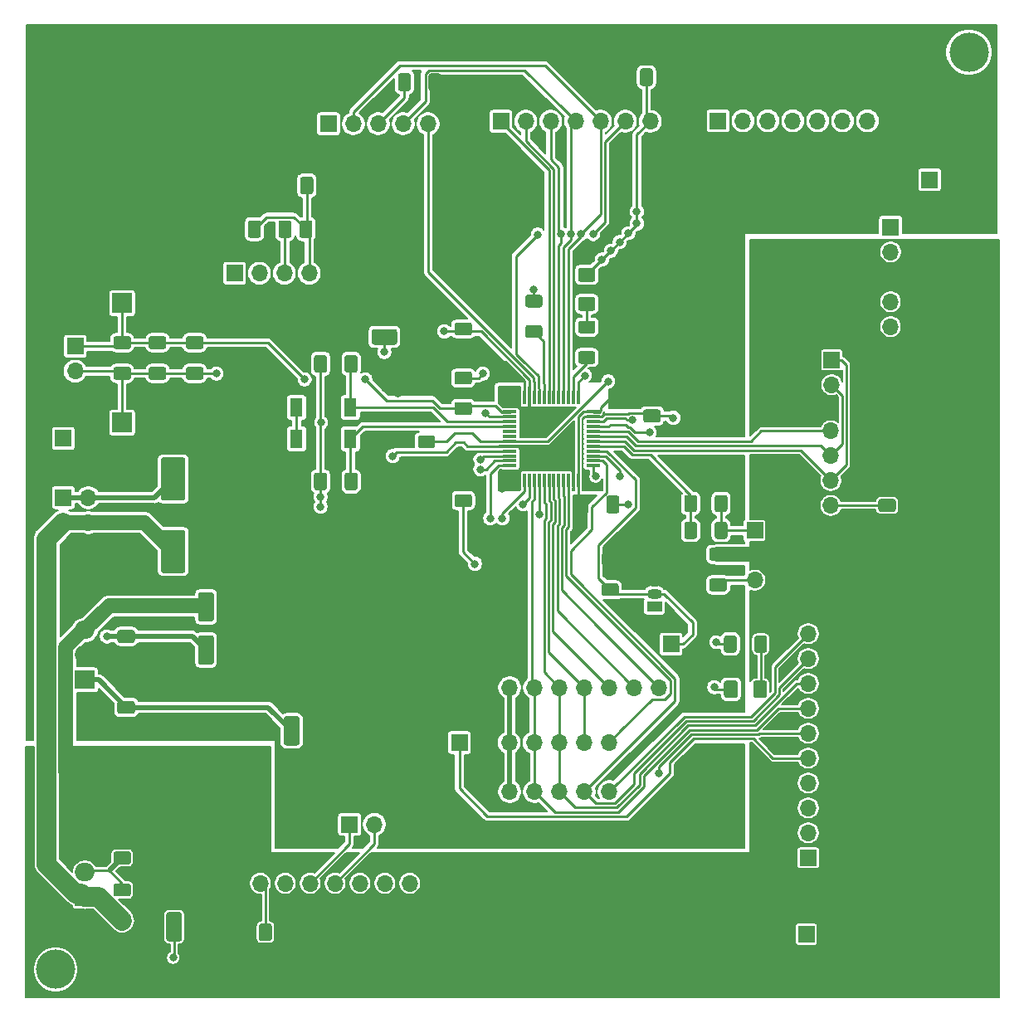
<source format=gtl>
%TF.GenerationSoftware,KiCad,Pcbnew,(5.1.12)-1*%
%TF.CreationDate,2022-08-06T16:23:42+02:00*%
%TF.ProjectId,PrototypV1_tx,50726f74-6f74-4797-9056-315f74782e6b,rev?*%
%TF.SameCoordinates,Original*%
%TF.FileFunction,Copper,L1,Top*%
%TF.FilePolarity,Positive*%
%FSLAX46Y46*%
G04 Gerber Fmt 4.6, Leading zero omitted, Abs format (unit mm)*
G04 Created by KiCad (PCBNEW (5.1.12)-1) date 2022-08-06 16:23:42*
%MOMM*%
%LPD*%
G01*
G04 APERTURE LIST*
%TA.AperFunction,ComponentPad*%
%ADD10O,1.700000X1.700000*%
%TD*%
%TA.AperFunction,ComponentPad*%
%ADD11R,1.700000X1.700000*%
%TD*%
%TA.AperFunction,ComponentPad*%
%ADD12C,4.000000*%
%TD*%
%TA.AperFunction,SMDPad,CuDef*%
%ADD13R,2.000000X2.000000*%
%TD*%
%TA.AperFunction,SMDPad,CuDef*%
%ADD14R,1.300000X1.900000*%
%TD*%
%TA.AperFunction,ComponentPad*%
%ADD15O,2.000000X1.905000*%
%TD*%
%TA.AperFunction,ComponentPad*%
%ADD16R,2.000000X1.905000*%
%TD*%
%TA.AperFunction,ComponentPad*%
%ADD17R,1.500000X1.050000*%
%TD*%
%TA.AperFunction,ComponentPad*%
%ADD18O,1.500000X1.050000*%
%TD*%
%TA.AperFunction,SMDPad,CuDef*%
%ADD19R,0.300000X1.475000*%
%TD*%
%TA.AperFunction,SMDPad,CuDef*%
%ADD20R,1.475000X0.300000*%
%TD*%
%TA.AperFunction,ViaPad*%
%ADD21C,0.800000*%
%TD*%
%TA.AperFunction,Conductor*%
%ADD22C,0.250000*%
%TD*%
%TA.AperFunction,Conductor*%
%ADD23C,0.500000*%
%TD*%
%TA.AperFunction,Conductor*%
%ADD24C,1.500000*%
%TD*%
%TA.AperFunction,Conductor*%
%ADD25C,2.000000*%
%TD*%
%TA.AperFunction,Conductor*%
%ADD26C,0.750000*%
%TD*%
%TA.AperFunction,Conductor*%
%ADD27C,0.200000*%
%TD*%
G04 APERTURE END LIST*
D10*
X49940000Y-177000000D03*
D11*
X47400000Y-177000000D03*
D10*
X96600000Y-132140000D03*
D11*
X96600000Y-129600000D03*
X80200000Y-158600000D03*
D12*
X110600000Y-98200000D03*
D11*
X106600000Y-111200000D03*
D13*
X37400000Y-193000000D03*
X28000000Y-159800000D03*
X24200000Y-123800000D03*
X24200000Y-136000000D03*
D12*
X17400000Y-191800000D03*
D11*
X94000000Y-188200000D03*
X18200000Y-137600000D03*
D10*
X100240000Y-105200000D03*
X97700000Y-105200000D03*
X95160000Y-105200000D03*
X92620000Y-105200000D03*
X90080000Y-105200000D03*
X87540000Y-105200000D03*
D11*
X85000000Y-105200000D03*
D10*
X94200000Y-157540000D03*
X94200000Y-160080000D03*
X94200000Y-162620000D03*
X94200000Y-165160000D03*
X94200000Y-167700000D03*
X94200000Y-170240000D03*
X94200000Y-172780000D03*
X94200000Y-175320000D03*
X94200000Y-177860000D03*
D11*
X94200000Y-180400000D03*
%TA.AperFunction,SMDPad,CuDef*%
G36*
G01*
X66825001Y-124250000D02*
X65574999Y-124250000D01*
G75*
G02*
X65325000Y-124000001I0J249999D01*
G01*
X65325000Y-123199999D01*
G75*
G02*
X65574999Y-122950000I249999J0D01*
G01*
X66825001Y-122950000D01*
G75*
G02*
X67075000Y-123199999I0J-249999D01*
G01*
X67075000Y-124000001D01*
G75*
G02*
X66825001Y-124250000I-249999J0D01*
G01*
G37*
%TD.AperFunction*%
%TA.AperFunction,SMDPad,CuDef*%
G36*
G01*
X66825001Y-127350000D02*
X65574999Y-127350000D01*
G75*
G02*
X65325000Y-127100001I0J249999D01*
G01*
X65325000Y-126299999D01*
G75*
G02*
X65574999Y-126050000I249999J0D01*
G01*
X66825001Y-126050000D01*
G75*
G02*
X67075000Y-126299999I0J-249999D01*
G01*
X67075000Y-127100001D01*
G75*
G02*
X66825001Y-127350000I-249999J0D01*
G01*
G37*
%TD.AperFunction*%
%TA.AperFunction,SMDPad,CuDef*%
G36*
G01*
X43700000Y-111149998D02*
X43700000Y-112450002D01*
G75*
G02*
X43450002Y-112700000I-249998J0D01*
G01*
X42624998Y-112700000D01*
G75*
G02*
X42375000Y-112450002I0J249998D01*
G01*
X42375000Y-111149998D01*
G75*
G02*
X42624998Y-110900000I249998J0D01*
G01*
X43450002Y-110900000D01*
G75*
G02*
X43700000Y-111149998I0J-249998D01*
G01*
G37*
%TD.AperFunction*%
%TA.AperFunction,SMDPad,CuDef*%
G36*
G01*
X46825000Y-111149998D02*
X46825000Y-112450002D01*
G75*
G02*
X46575002Y-112700000I-249998J0D01*
G01*
X45749998Y-112700000D01*
G75*
G02*
X45500000Y-112450002I0J249998D01*
G01*
X45500000Y-111149998D01*
G75*
G02*
X45749998Y-110900000I249998J0D01*
G01*
X46575002Y-110900000D01*
G75*
G02*
X46825000Y-111149998I0J-249998D01*
G01*
G37*
%TD.AperFunction*%
D10*
X19400000Y-130740000D03*
D11*
X19400000Y-128200000D03*
%TA.AperFunction,SMDPad,CuDef*%
G36*
G01*
X30949998Y-130300000D02*
X32250002Y-130300000D01*
G75*
G02*
X32500000Y-130549998I0J-249998D01*
G01*
X32500000Y-131375002D01*
G75*
G02*
X32250002Y-131625000I-249998J0D01*
G01*
X30949998Y-131625000D01*
G75*
G02*
X30700000Y-131375002I0J249998D01*
G01*
X30700000Y-130549998D01*
G75*
G02*
X30949998Y-130300000I249998J0D01*
G01*
G37*
%TD.AperFunction*%
%TA.AperFunction,SMDPad,CuDef*%
G36*
G01*
X30949998Y-127175000D02*
X32250002Y-127175000D01*
G75*
G02*
X32500000Y-127424998I0J-249998D01*
G01*
X32500000Y-128250002D01*
G75*
G02*
X32250002Y-128500000I-249998J0D01*
G01*
X30949998Y-128500000D01*
G75*
G02*
X30700000Y-128250002I0J249998D01*
G01*
X30700000Y-127424998D01*
G75*
G02*
X30949998Y-127175000I249998J0D01*
G01*
G37*
%TD.AperFunction*%
%TA.AperFunction,SMDPad,CuDef*%
G36*
G01*
X27149998Y-130300000D02*
X28450002Y-130300000D01*
G75*
G02*
X28700000Y-130549998I0J-249998D01*
G01*
X28700000Y-131375002D01*
G75*
G02*
X28450002Y-131625000I-249998J0D01*
G01*
X27149998Y-131625000D01*
G75*
G02*
X26900000Y-131375002I0J249998D01*
G01*
X26900000Y-130549998D01*
G75*
G02*
X27149998Y-130300000I249998J0D01*
G01*
G37*
%TD.AperFunction*%
%TA.AperFunction,SMDPad,CuDef*%
G36*
G01*
X27149998Y-127175000D02*
X28450002Y-127175000D01*
G75*
G02*
X28700000Y-127424998I0J-249998D01*
G01*
X28700000Y-128250002D01*
G75*
G02*
X28450002Y-128500000I-249998J0D01*
G01*
X27149998Y-128500000D01*
G75*
G02*
X26900000Y-128250002I0J249998D01*
G01*
X26900000Y-127424998D01*
G75*
G02*
X27149998Y-127175000I249998J0D01*
G01*
G37*
%TD.AperFunction*%
%TA.AperFunction,SMDPad,CuDef*%
G36*
G01*
X59650002Y-132100000D02*
X58349998Y-132100000D01*
G75*
G02*
X58100000Y-131850002I0J249998D01*
G01*
X58100000Y-131024998D01*
G75*
G02*
X58349998Y-130775000I249998J0D01*
G01*
X59650002Y-130775000D01*
G75*
G02*
X59900000Y-131024998I0J-249998D01*
G01*
X59900000Y-131850002D01*
G75*
G02*
X59650002Y-132100000I-249998J0D01*
G01*
G37*
%TD.AperFunction*%
%TA.AperFunction,SMDPad,CuDef*%
G36*
G01*
X59650002Y-135225000D02*
X58349998Y-135225000D01*
G75*
G02*
X58100000Y-134975002I0J249998D01*
G01*
X58100000Y-134149998D01*
G75*
G02*
X58349998Y-133900000I249998J0D01*
G01*
X59650002Y-133900000D01*
G75*
G02*
X59900000Y-134149998I0J-249998D01*
G01*
X59900000Y-134975002D01*
G75*
G02*
X59650002Y-135225000I-249998J0D01*
G01*
G37*
%TD.AperFunction*%
%TA.AperFunction,SMDPad,CuDef*%
G36*
G01*
X23549998Y-130300000D02*
X24850002Y-130300000D01*
G75*
G02*
X25100000Y-130549998I0J-249998D01*
G01*
X25100000Y-131375002D01*
G75*
G02*
X24850002Y-131625000I-249998J0D01*
G01*
X23549998Y-131625000D01*
G75*
G02*
X23300000Y-131375002I0J249998D01*
G01*
X23300000Y-130549998D01*
G75*
G02*
X23549998Y-130300000I249998J0D01*
G01*
G37*
%TD.AperFunction*%
%TA.AperFunction,SMDPad,CuDef*%
G36*
G01*
X23549998Y-127175000D02*
X24850002Y-127175000D01*
G75*
G02*
X25100000Y-127424998I0J-249998D01*
G01*
X25100000Y-128250002D01*
G75*
G02*
X24850002Y-128500000I-249998J0D01*
G01*
X23549998Y-128500000D01*
G75*
G02*
X23300000Y-128250002I0J249998D01*
G01*
X23300000Y-127424998D01*
G75*
G02*
X23549998Y-127175000I249998J0D01*
G01*
G37*
%TD.AperFunction*%
%TA.AperFunction,SMDPad,CuDef*%
G36*
G01*
X40150000Y-116900002D02*
X40150000Y-115599998D01*
G75*
G02*
X40399998Y-115350000I249998J0D01*
G01*
X41225002Y-115350000D01*
G75*
G02*
X41475000Y-115599998I0J-249998D01*
G01*
X41475000Y-116900002D01*
G75*
G02*
X41225002Y-117150000I-249998J0D01*
G01*
X40399998Y-117150000D01*
G75*
G02*
X40150000Y-116900002I0J249998D01*
G01*
G37*
%TD.AperFunction*%
%TA.AperFunction,SMDPad,CuDef*%
G36*
G01*
X37025000Y-116900002D02*
X37025000Y-115599998D01*
G75*
G02*
X37274998Y-115350000I249998J0D01*
G01*
X38100002Y-115350000D01*
G75*
G02*
X38350000Y-115599998I0J-249998D01*
G01*
X38350000Y-116900002D01*
G75*
G02*
X38100002Y-117150000I-249998J0D01*
G01*
X37274998Y-117150000D01*
G75*
G02*
X37025000Y-116900002I0J249998D01*
G01*
G37*
%TD.AperFunction*%
%TA.AperFunction,SMDPad,CuDef*%
G36*
G01*
X78350000Y-100099998D02*
X78350000Y-101400002D01*
G75*
G02*
X78100002Y-101650000I-249998J0D01*
G01*
X77274998Y-101650000D01*
G75*
G02*
X77025000Y-101400002I0J249998D01*
G01*
X77025000Y-100099998D01*
G75*
G02*
X77274998Y-99850000I249998J0D01*
G01*
X78100002Y-99850000D01*
G75*
G02*
X78350000Y-100099998I0J-249998D01*
G01*
G37*
%TD.AperFunction*%
%TA.AperFunction,SMDPad,CuDef*%
G36*
G01*
X81475000Y-100099998D02*
X81475000Y-101400002D01*
G75*
G02*
X81225002Y-101650000I-249998J0D01*
G01*
X80399998Y-101650000D01*
G75*
G02*
X80150000Y-101400002I0J249998D01*
G01*
X80150000Y-100099998D01*
G75*
G02*
X80399998Y-99850000I249998J0D01*
G01*
X81225002Y-99850000D01*
G75*
G02*
X81475000Y-100099998I0J-249998D01*
G01*
G37*
%TD.AperFunction*%
%TA.AperFunction,SMDPad,CuDef*%
G36*
G01*
X43600000Y-115599998D02*
X43600000Y-116900002D01*
G75*
G02*
X43350002Y-117150000I-249998J0D01*
G01*
X42524998Y-117150000D01*
G75*
G02*
X42275000Y-116900002I0J249998D01*
G01*
X42275000Y-115599998D01*
G75*
G02*
X42524998Y-115350000I249998J0D01*
G01*
X43350002Y-115350000D01*
G75*
G02*
X43600000Y-115599998I0J-249998D01*
G01*
G37*
%TD.AperFunction*%
%TA.AperFunction,SMDPad,CuDef*%
G36*
G01*
X46725000Y-115599998D02*
X46725000Y-116900002D01*
G75*
G02*
X46475002Y-117150000I-249998J0D01*
G01*
X45649998Y-117150000D01*
G75*
G02*
X45400000Y-116900002I0J249998D01*
G01*
X45400000Y-115599998D01*
G75*
G02*
X45649998Y-115350000I249998J0D01*
G01*
X46475002Y-115350000D01*
G75*
G02*
X46725000Y-115599998I0J-249998D01*
G01*
G37*
%TD.AperFunction*%
%TA.AperFunction,SMDPad,CuDef*%
G36*
G01*
X53662500Y-100599998D02*
X53662500Y-101900002D01*
G75*
G02*
X53412502Y-102150000I-249998J0D01*
G01*
X52587498Y-102150000D01*
G75*
G02*
X52337500Y-101900002I0J249998D01*
G01*
X52337500Y-100599998D01*
G75*
G02*
X52587498Y-100350000I249998J0D01*
G01*
X53412502Y-100350000D01*
G75*
G02*
X53662500Y-100599998I0J-249998D01*
G01*
G37*
%TD.AperFunction*%
%TA.AperFunction,SMDPad,CuDef*%
G36*
G01*
X56787500Y-100599998D02*
X56787500Y-101900002D01*
G75*
G02*
X56537502Y-102150000I-249998J0D01*
G01*
X55712498Y-102150000D01*
G75*
G02*
X55462500Y-101900002I0J249998D01*
G01*
X55462500Y-100599998D01*
G75*
G02*
X55712498Y-100350000I249998J0D01*
G01*
X56537502Y-100350000D01*
G75*
G02*
X56787500Y-100599998I0J-249998D01*
G01*
G37*
%TD.AperFunction*%
D14*
X47500000Y-137650000D03*
X42000000Y-137650000D03*
X42000000Y-134450000D03*
X47500000Y-134450000D03*
%TA.AperFunction,SMDPad,CuDef*%
G36*
G01*
X46900000Y-130650002D02*
X46900000Y-129349998D01*
G75*
G02*
X47149998Y-129100000I249998J0D01*
G01*
X47975002Y-129100000D01*
G75*
G02*
X48225000Y-129349998I0J-249998D01*
G01*
X48225000Y-130650002D01*
G75*
G02*
X47975002Y-130900000I-249998J0D01*
G01*
X47149998Y-130900000D01*
G75*
G02*
X46900000Y-130650002I0J249998D01*
G01*
G37*
%TD.AperFunction*%
%TA.AperFunction,SMDPad,CuDef*%
G36*
G01*
X43775000Y-130650002D02*
X43775000Y-129349998D01*
G75*
G02*
X44024998Y-129100000I249998J0D01*
G01*
X44850002Y-129100000D01*
G75*
G02*
X45100000Y-129349998I0J-249998D01*
G01*
X45100000Y-130650002D01*
G75*
G02*
X44850002Y-130900000I-249998J0D01*
G01*
X44024998Y-130900000D01*
G75*
G02*
X43775000Y-130650002I0J249998D01*
G01*
G37*
%TD.AperFunction*%
%TA.AperFunction,SMDPad,CuDef*%
G36*
G01*
X46900000Y-142650002D02*
X46900000Y-141349998D01*
G75*
G02*
X47149998Y-141100000I249998J0D01*
G01*
X47975002Y-141100000D01*
G75*
G02*
X48225000Y-141349998I0J-249998D01*
G01*
X48225000Y-142650002D01*
G75*
G02*
X47975002Y-142900000I-249998J0D01*
G01*
X47149998Y-142900000D01*
G75*
G02*
X46900000Y-142650002I0J249998D01*
G01*
G37*
%TD.AperFunction*%
%TA.AperFunction,SMDPad,CuDef*%
G36*
G01*
X43775000Y-142650002D02*
X43775000Y-141349998D01*
G75*
G02*
X44024998Y-141100000I249998J0D01*
G01*
X44850002Y-141100000D01*
G75*
G02*
X45100000Y-141349998I0J-249998D01*
G01*
X45100000Y-142650002D01*
G75*
G02*
X44850002Y-142900000I-249998J0D01*
G01*
X44024998Y-142900000D01*
G75*
G02*
X43775000Y-142650002I0J249998D01*
G01*
G37*
%TD.AperFunction*%
D15*
X20400000Y-179320000D03*
X20400000Y-181860000D03*
D16*
X20400000Y-184400000D03*
D17*
X78500000Y-154750000D03*
D18*
X78500000Y-152210000D03*
X78500000Y-153480000D03*
%TA.AperFunction,SMDPad,CuDef*%
G36*
G01*
X88700000Y-159225001D02*
X88700000Y-157974999D01*
G75*
G02*
X88949999Y-157725000I249999J0D01*
G01*
X89750001Y-157725000D01*
G75*
G02*
X90000000Y-157974999I0J-249999D01*
G01*
X90000000Y-159225001D01*
G75*
G02*
X89750001Y-159475000I-249999J0D01*
G01*
X88949999Y-159475000D01*
G75*
G02*
X88700000Y-159225001I0J249999D01*
G01*
G37*
%TD.AperFunction*%
%TA.AperFunction,SMDPad,CuDef*%
G36*
G01*
X85600000Y-159225001D02*
X85600000Y-157974999D01*
G75*
G02*
X85849999Y-157725000I249999J0D01*
G01*
X86650001Y-157725000D01*
G75*
G02*
X86900000Y-157974999I0J-249999D01*
G01*
X86900000Y-159225001D01*
G75*
G02*
X86650001Y-159475000I-249999J0D01*
G01*
X85849999Y-159475000D01*
G75*
G02*
X85600000Y-159225001I0J249999D01*
G01*
G37*
%TD.AperFunction*%
%TA.AperFunction,SMDPad,CuDef*%
G36*
G01*
X82850000Y-146374999D02*
X82850000Y-147625001D01*
G75*
G02*
X82600001Y-147875000I-249999J0D01*
G01*
X81799999Y-147875000D01*
G75*
G02*
X81550000Y-147625001I0J249999D01*
G01*
X81550000Y-146374999D01*
G75*
G02*
X81799999Y-146125000I249999J0D01*
G01*
X82600001Y-146125000D01*
G75*
G02*
X82850000Y-146374999I0J-249999D01*
G01*
G37*
%TD.AperFunction*%
%TA.AperFunction,SMDPad,CuDef*%
G36*
G01*
X85950000Y-146374999D02*
X85950000Y-147625001D01*
G75*
G02*
X85700001Y-147875000I-249999J0D01*
G01*
X84899999Y-147875000D01*
G75*
G02*
X84650000Y-147625001I0J249999D01*
G01*
X84650000Y-146374999D01*
G75*
G02*
X84899999Y-146125000I249999J0D01*
G01*
X85700001Y-146125000D01*
G75*
G02*
X85950000Y-146374999I0J-249999D01*
G01*
G37*
%TD.AperFunction*%
%TA.AperFunction,SMDPad,CuDef*%
G36*
G01*
X82850000Y-143624999D02*
X82850000Y-144875001D01*
G75*
G02*
X82600001Y-145125000I-249999J0D01*
G01*
X81799999Y-145125000D01*
G75*
G02*
X81550000Y-144875001I0J249999D01*
G01*
X81550000Y-143624999D01*
G75*
G02*
X81799999Y-143375000I249999J0D01*
G01*
X82600001Y-143375000D01*
G75*
G02*
X82850000Y-143624999I0J-249999D01*
G01*
G37*
%TD.AperFunction*%
%TA.AperFunction,SMDPad,CuDef*%
G36*
G01*
X85950000Y-143624999D02*
X85950000Y-144875001D01*
G75*
G02*
X85700001Y-145125000I-249999J0D01*
G01*
X84899999Y-145125000D01*
G75*
G02*
X84650000Y-144875001I0J249999D01*
G01*
X84650000Y-143624999D01*
G75*
G02*
X84899999Y-143375000I249999J0D01*
G01*
X85700001Y-143375000D01*
G75*
G02*
X85950000Y-143624999I0J-249999D01*
G01*
G37*
%TD.AperFunction*%
%TA.AperFunction,SMDPad,CuDef*%
G36*
G01*
X72225001Y-126900000D02*
X70974999Y-126900000D01*
G75*
G02*
X70725000Y-126650001I0J249999D01*
G01*
X70725000Y-125849999D01*
G75*
G02*
X70974999Y-125600000I249999J0D01*
G01*
X72225001Y-125600000D01*
G75*
G02*
X72475000Y-125849999I0J-249999D01*
G01*
X72475000Y-126650001D01*
G75*
G02*
X72225001Y-126900000I-249999J0D01*
G01*
G37*
%TD.AperFunction*%
%TA.AperFunction,SMDPad,CuDef*%
G36*
G01*
X72225001Y-130000000D02*
X70974999Y-130000000D01*
G75*
G02*
X70725000Y-129750001I0J249999D01*
G01*
X70725000Y-128949999D01*
G75*
G02*
X70974999Y-128700000I249999J0D01*
G01*
X72225001Y-128700000D01*
G75*
G02*
X72475000Y-128949999I0J-249999D01*
G01*
X72475000Y-129750001D01*
G75*
G02*
X72225001Y-130000000I-249999J0D01*
G01*
G37*
%TD.AperFunction*%
%TA.AperFunction,SMDPad,CuDef*%
G36*
G01*
X54624999Y-140400000D02*
X55875001Y-140400000D01*
G75*
G02*
X56125000Y-140649999I0J-249999D01*
G01*
X56125000Y-141450001D01*
G75*
G02*
X55875001Y-141700000I-249999J0D01*
G01*
X54624999Y-141700000D01*
G75*
G02*
X54375000Y-141450001I0J249999D01*
G01*
X54375000Y-140649999D01*
G75*
G02*
X54624999Y-140400000I249999J0D01*
G01*
G37*
%TD.AperFunction*%
%TA.AperFunction,SMDPad,CuDef*%
G36*
G01*
X54624999Y-137300000D02*
X55875001Y-137300000D01*
G75*
G02*
X56125000Y-137549999I0J-249999D01*
G01*
X56125000Y-138350001D01*
G75*
G02*
X55875001Y-138600000I-249999J0D01*
G01*
X54624999Y-138600000D01*
G75*
G02*
X54375000Y-138350001I0J249999D01*
G01*
X54375000Y-137549999D01*
G75*
G02*
X54624999Y-137300000I249999J0D01*
G01*
G37*
%TD.AperFunction*%
%TA.AperFunction,SMDPad,CuDef*%
G36*
G01*
X73374999Y-152400000D02*
X74625001Y-152400000D01*
G75*
G02*
X74875000Y-152649999I0J-249999D01*
G01*
X74875000Y-153450001D01*
G75*
G02*
X74625001Y-153700000I-249999J0D01*
G01*
X73374999Y-153700000D01*
G75*
G02*
X73125000Y-153450001I0J249999D01*
G01*
X73125000Y-152649999D01*
G75*
G02*
X73374999Y-152400000I249999J0D01*
G01*
G37*
%TD.AperFunction*%
%TA.AperFunction,SMDPad,CuDef*%
G36*
G01*
X73374999Y-149300000D02*
X74625001Y-149300000D01*
G75*
G02*
X74875000Y-149549999I0J-249999D01*
G01*
X74875000Y-150350001D01*
G75*
G02*
X74625001Y-150600000I-249999J0D01*
G01*
X73374999Y-150600000D01*
G75*
G02*
X73125000Y-150350001I0J249999D01*
G01*
X73125000Y-149549999D01*
G75*
G02*
X73374999Y-149300000I249999J0D01*
G01*
G37*
%TD.AperFunction*%
D10*
X88750000Y-152080000D03*
X88750000Y-149540000D03*
D11*
X88750000Y-147000000D03*
D10*
X96500000Y-136840000D03*
X96500000Y-139380000D03*
X96500000Y-141920000D03*
X96500000Y-144460000D03*
D11*
X96500000Y-147000000D03*
D10*
X102600000Y-126200000D03*
X102600000Y-123660000D03*
X102600000Y-121120000D03*
X102600000Y-118580000D03*
D11*
X102600000Y-116040000D03*
D10*
X78980000Y-163050000D03*
X76440000Y-163050000D03*
X73900000Y-163050000D03*
X71360000Y-163050000D03*
X68820000Y-163050000D03*
X66280000Y-163050000D03*
X63740000Y-163050000D03*
D11*
X61200000Y-163050000D03*
D10*
X73840000Y-168650000D03*
X71300000Y-168650000D03*
X68760000Y-168650000D03*
X66220000Y-168650000D03*
X63680000Y-168650000D03*
X61140000Y-168650000D03*
D11*
X58600000Y-168650000D03*
D10*
X20740000Y-146190000D03*
X18200000Y-146190000D03*
X20740000Y-143650000D03*
D11*
X18200000Y-143650000D03*
D10*
X73900000Y-173650000D03*
X71360000Y-173650000D03*
X68820000Y-173650000D03*
X66280000Y-173650000D03*
X63740000Y-173650000D03*
D11*
X61200000Y-173650000D03*
D10*
X53530000Y-183000000D03*
X50990000Y-183000000D03*
X48450000Y-183000000D03*
X45910000Y-183000000D03*
X43370000Y-183000000D03*
X40830000Y-183000000D03*
X38290000Y-183000000D03*
D11*
X35750000Y-183000000D03*
D10*
X45830000Y-120750000D03*
X43290000Y-120750000D03*
X40750000Y-120750000D03*
X38210000Y-120750000D03*
D11*
X35670000Y-120750000D03*
D10*
X80620000Y-105250000D03*
X78080000Y-105250000D03*
X75540000Y-105250000D03*
X73000000Y-105250000D03*
X70460000Y-105250000D03*
X67920000Y-105250000D03*
X65380000Y-105250000D03*
D11*
X62840000Y-105250000D03*
D10*
X57950000Y-105500000D03*
X55410000Y-105500000D03*
X52870000Y-105500000D03*
X50330000Y-105500000D03*
X47790000Y-105500000D03*
D11*
X45250000Y-105500000D03*
D15*
X20400000Y-157170000D03*
X20400000Y-159710000D03*
D16*
X20400000Y-162250000D03*
D19*
X65250000Y-133412000D03*
X65750000Y-133412000D03*
X66250000Y-133412000D03*
X66750000Y-133412000D03*
X67250000Y-133412000D03*
X67750000Y-133412000D03*
X68250000Y-133412000D03*
X68750000Y-133412000D03*
X69250000Y-133412000D03*
X69750000Y-133412000D03*
X70250000Y-133412000D03*
X70750000Y-133412000D03*
D20*
X72238000Y-134900000D03*
X72238000Y-135400000D03*
X72238000Y-135900000D03*
X72238000Y-136400000D03*
X72238000Y-136900000D03*
X72238000Y-137400000D03*
X72238000Y-137900000D03*
X72238000Y-138400000D03*
X72238000Y-138900000D03*
X72238000Y-139400000D03*
X72238000Y-139900000D03*
X72238000Y-140400000D03*
D19*
X70750000Y-141888000D03*
X70250000Y-141888000D03*
X69750000Y-141888000D03*
X69250000Y-141888000D03*
X68750000Y-141888000D03*
X68250000Y-141888000D03*
X67750000Y-141888000D03*
X67250000Y-141888000D03*
X66750000Y-141888000D03*
X66250000Y-141888000D03*
X65750000Y-141888000D03*
X65250000Y-141888000D03*
D20*
X63762000Y-140400000D03*
X63762000Y-139900000D03*
X63762000Y-139400000D03*
X63762000Y-138900000D03*
X63762000Y-138400000D03*
X63762000Y-137900000D03*
X63762000Y-137400000D03*
X63762000Y-136900000D03*
X63762000Y-136400000D03*
X63762000Y-135900000D03*
X63762000Y-135400000D03*
X63762000Y-134900000D03*
%TA.AperFunction,SMDPad,CuDef*%
G36*
G01*
X88575000Y-163825000D02*
X88575000Y-162575000D01*
G75*
G02*
X88825000Y-162325000I250000J0D01*
G01*
X89750000Y-162325000D01*
G75*
G02*
X90000000Y-162575000I0J-250000D01*
G01*
X90000000Y-163825000D01*
G75*
G02*
X89750000Y-164075000I-250000J0D01*
G01*
X88825000Y-164075000D01*
G75*
G02*
X88575000Y-163825000I0J250000D01*
G01*
G37*
%TD.AperFunction*%
%TA.AperFunction,SMDPad,CuDef*%
G36*
G01*
X85600000Y-163825000D02*
X85600000Y-162575000D01*
G75*
G02*
X85850000Y-162325000I250000J0D01*
G01*
X86775000Y-162325000D01*
G75*
G02*
X87025000Y-162575000I0J-250000D01*
G01*
X87025000Y-163825000D01*
G75*
G02*
X86775000Y-164075000I-250000J0D01*
G01*
X85850000Y-164075000D01*
G75*
G02*
X85600000Y-163825000I0J250000D01*
G01*
G37*
%TD.AperFunction*%
%TA.AperFunction,SMDPad,CuDef*%
G36*
G01*
X70975000Y-123175000D02*
X72225000Y-123175000D01*
G75*
G02*
X72475000Y-123425000I0J-250000D01*
G01*
X72475000Y-124350000D01*
G75*
G02*
X72225000Y-124600000I-250000J0D01*
G01*
X70975000Y-124600000D01*
G75*
G02*
X70725000Y-124350000I0J250000D01*
G01*
X70725000Y-123425000D01*
G75*
G02*
X70975000Y-123175000I250000J0D01*
G01*
G37*
%TD.AperFunction*%
%TA.AperFunction,SMDPad,CuDef*%
G36*
G01*
X70975000Y-120200000D02*
X72225000Y-120200000D01*
G75*
G02*
X72475000Y-120450000I0J-250000D01*
G01*
X72475000Y-121375000D01*
G75*
G02*
X72225000Y-121625000I-250000J0D01*
G01*
X70975000Y-121625000D01*
G75*
G02*
X70725000Y-121375000I0J250000D01*
G01*
X70725000Y-120450000D01*
G75*
G02*
X70975000Y-120200000I250000J0D01*
G01*
G37*
%TD.AperFunction*%
%TA.AperFunction,SMDPad,CuDef*%
G36*
G01*
X84349998Y-151900000D02*
X85650002Y-151900000D01*
G75*
G02*
X85900000Y-152149998I0J-249998D01*
G01*
X85900000Y-152975002D01*
G75*
G02*
X85650002Y-153225000I-249998J0D01*
G01*
X84349998Y-153225000D01*
G75*
G02*
X84100000Y-152975002I0J249998D01*
G01*
X84100000Y-152149998D01*
G75*
G02*
X84349998Y-151900000I249998J0D01*
G01*
G37*
%TD.AperFunction*%
%TA.AperFunction,SMDPad,CuDef*%
G36*
G01*
X84349998Y-148775000D02*
X85650002Y-148775000D01*
G75*
G02*
X85900000Y-149024998I0J-249998D01*
G01*
X85900000Y-149850002D01*
G75*
G02*
X85650002Y-150100000I-249998J0D01*
G01*
X84349998Y-150100000D01*
G75*
G02*
X84100000Y-149850002I0J249998D01*
G01*
X84100000Y-149024998D01*
G75*
G02*
X84349998Y-148775000I249998J0D01*
G01*
G37*
%TD.AperFunction*%
%TA.AperFunction,SMDPad,CuDef*%
G36*
G01*
X28950000Y-185950000D02*
X30050000Y-185950000D01*
G75*
G02*
X30300000Y-186200000I0J-250000D01*
G01*
X30300000Y-188700000D01*
G75*
G02*
X30050000Y-188950000I-250000J0D01*
G01*
X28950000Y-188950000D01*
G75*
G02*
X28700000Y-188700000I0J250000D01*
G01*
X28700000Y-186200000D01*
G75*
G02*
X28950000Y-185950000I250000J0D01*
G01*
G37*
%TD.AperFunction*%
%TA.AperFunction,SMDPad,CuDef*%
G36*
G01*
X28950000Y-181550000D02*
X30050000Y-181550000D01*
G75*
G02*
X30300000Y-181800000I0J-250000D01*
G01*
X30300000Y-184300000D01*
G75*
G02*
X30050000Y-184550000I-250000J0D01*
G01*
X28950000Y-184550000D01*
G75*
G02*
X28700000Y-184300000I0J250000D01*
G01*
X28700000Y-181800000D01*
G75*
G02*
X28950000Y-181550000I250000J0D01*
G01*
G37*
%TD.AperFunction*%
%TA.AperFunction,SMDPad,CuDef*%
G36*
G01*
X38150000Y-188650002D02*
X38150000Y-187349998D01*
G75*
G02*
X38399998Y-187100000I249998J0D01*
G01*
X39225002Y-187100000D01*
G75*
G02*
X39475000Y-187349998I0J-249998D01*
G01*
X39475000Y-188650002D01*
G75*
G02*
X39225002Y-188900000I-249998J0D01*
G01*
X38399998Y-188900000D01*
G75*
G02*
X38150000Y-188650002I0J249998D01*
G01*
G37*
%TD.AperFunction*%
%TA.AperFunction,SMDPad,CuDef*%
G36*
G01*
X35025000Y-188650002D02*
X35025000Y-187349998D01*
G75*
G02*
X35274998Y-187100000I249998J0D01*
G01*
X36100002Y-187100000D01*
G75*
G02*
X36350000Y-187349998I0J-249998D01*
G01*
X36350000Y-188650002D01*
G75*
G02*
X36100002Y-188900000I-249998J0D01*
G01*
X35274998Y-188900000D01*
G75*
G02*
X35025000Y-188650002I0J249998D01*
G01*
G37*
%TD.AperFunction*%
%TA.AperFunction,SMDPad,CuDef*%
G36*
G01*
X32200000Y-157700000D02*
X33300000Y-157700000D01*
G75*
G02*
X33550000Y-157950000I0J-250000D01*
G01*
X33550000Y-160450000D01*
G75*
G02*
X33300000Y-160700000I-250000J0D01*
G01*
X32200000Y-160700000D01*
G75*
G02*
X31950000Y-160450000I0J250000D01*
G01*
X31950000Y-157950000D01*
G75*
G02*
X32200000Y-157700000I250000J0D01*
G01*
G37*
%TD.AperFunction*%
%TA.AperFunction,SMDPad,CuDef*%
G36*
G01*
X32200000Y-153300000D02*
X33300000Y-153300000D01*
G75*
G02*
X33550000Y-153550000I0J-250000D01*
G01*
X33550000Y-156050000D01*
G75*
G02*
X33300000Y-156300000I-250000J0D01*
G01*
X32200000Y-156300000D01*
G75*
G02*
X31950000Y-156050000I0J250000D01*
G01*
X31950000Y-153550000D01*
G75*
G02*
X32200000Y-153300000I250000J0D01*
G01*
G37*
%TD.AperFunction*%
%TA.AperFunction,SMDPad,CuDef*%
G36*
G01*
X102900002Y-145100000D02*
X101599998Y-145100000D01*
G75*
G02*
X101350000Y-144850002I0J249998D01*
G01*
X101350000Y-144024998D01*
G75*
G02*
X101599998Y-143775000I249998J0D01*
G01*
X102900002Y-143775000D01*
G75*
G02*
X103150000Y-144024998I0J-249998D01*
G01*
X103150000Y-144850002D01*
G75*
G02*
X102900002Y-145100000I-249998J0D01*
G01*
G37*
%TD.AperFunction*%
%TA.AperFunction,SMDPad,CuDef*%
G36*
G01*
X102900002Y-148225000D02*
X101599998Y-148225000D01*
G75*
G02*
X101350000Y-147975002I0J249998D01*
G01*
X101350000Y-147149998D01*
G75*
G02*
X101599998Y-146900000I249998J0D01*
G01*
X102900002Y-146900000D01*
G75*
G02*
X103150000Y-147149998I0J-249998D01*
G01*
X103150000Y-147975002D01*
G75*
G02*
X102900002Y-148225000I-249998J0D01*
G01*
G37*
%TD.AperFunction*%
%TA.AperFunction,SMDPad,CuDef*%
G36*
G01*
X52250000Y-126700000D02*
X52250000Y-127800000D01*
G75*
G02*
X52000000Y-128050000I-250000J0D01*
G01*
X49900000Y-128050000D01*
G75*
G02*
X49650000Y-127800000I0J250000D01*
G01*
X49650000Y-126700000D01*
G75*
G02*
X49900000Y-126450000I250000J0D01*
G01*
X52000000Y-126450000D01*
G75*
G02*
X52250000Y-126700000I0J-250000D01*
G01*
G37*
%TD.AperFunction*%
%TA.AperFunction,SMDPad,CuDef*%
G36*
G01*
X55850000Y-126700000D02*
X55850000Y-127800000D01*
G75*
G02*
X55600000Y-128050000I-250000J0D01*
G01*
X53500000Y-128050000D01*
G75*
G02*
X53250000Y-127800000I0J250000D01*
G01*
X53250000Y-126700000D01*
G75*
G02*
X53500000Y-126450000I250000J0D01*
G01*
X55600000Y-126450000D01*
G75*
G02*
X55850000Y-126700000I0J-250000D01*
G01*
G37*
%TD.AperFunction*%
%TA.AperFunction,SMDPad,CuDef*%
G36*
G01*
X40950000Y-165950000D02*
X42050000Y-165950000D01*
G75*
G02*
X42300000Y-166200000I0J-250000D01*
G01*
X42300000Y-168700000D01*
G75*
G02*
X42050000Y-168950000I-250000J0D01*
G01*
X40950000Y-168950000D01*
G75*
G02*
X40700000Y-168700000I0J250000D01*
G01*
X40700000Y-166200000D01*
G75*
G02*
X40950000Y-165950000I250000J0D01*
G01*
G37*
%TD.AperFunction*%
%TA.AperFunction,SMDPad,CuDef*%
G36*
G01*
X40950000Y-161550000D02*
X42050000Y-161550000D01*
G75*
G02*
X42300000Y-161800000I0J-250000D01*
G01*
X42300000Y-164300000D01*
G75*
G02*
X42050000Y-164550000I-250000J0D01*
G01*
X40950000Y-164550000D01*
G75*
G02*
X40700000Y-164300000I0J250000D01*
G01*
X40700000Y-161800000D01*
G75*
G02*
X40950000Y-161550000I250000J0D01*
G01*
G37*
%TD.AperFunction*%
%TA.AperFunction,SMDPad,CuDef*%
G36*
G01*
X77599998Y-134650000D02*
X78900002Y-134650000D01*
G75*
G02*
X79150000Y-134899998I0J-249998D01*
G01*
X79150000Y-135725002D01*
G75*
G02*
X78900002Y-135975000I-249998J0D01*
G01*
X77599998Y-135975000D01*
G75*
G02*
X77350000Y-135725002I0J249998D01*
G01*
X77350000Y-134899998D01*
G75*
G02*
X77599998Y-134650000I249998J0D01*
G01*
G37*
%TD.AperFunction*%
%TA.AperFunction,SMDPad,CuDef*%
G36*
G01*
X77599998Y-131525000D02*
X78900002Y-131525000D01*
G75*
G02*
X79150000Y-131774998I0J-249998D01*
G01*
X79150000Y-132600002D01*
G75*
G02*
X78900002Y-132850000I-249998J0D01*
G01*
X77599998Y-132850000D01*
G75*
G02*
X77350000Y-132600002I0J249998D01*
G01*
X77350000Y-131774998D01*
G75*
G02*
X77599998Y-131525000I249998J0D01*
G01*
G37*
%TD.AperFunction*%
%TA.AperFunction,SMDPad,CuDef*%
G36*
G01*
X58349998Y-143300000D02*
X59650002Y-143300000D01*
G75*
G02*
X59900000Y-143549998I0J-249998D01*
G01*
X59900000Y-144375002D01*
G75*
G02*
X59650002Y-144625000I-249998J0D01*
G01*
X58349998Y-144625000D01*
G75*
G02*
X58100000Y-144375002I0J249998D01*
G01*
X58100000Y-143549998D01*
G75*
G02*
X58349998Y-143300000I249998J0D01*
G01*
G37*
%TD.AperFunction*%
%TA.AperFunction,SMDPad,CuDef*%
G36*
G01*
X58349998Y-140175000D02*
X59650002Y-140175000D01*
G75*
G02*
X59900000Y-140424998I0J-249998D01*
G01*
X59900000Y-141250002D01*
G75*
G02*
X59650002Y-141500000I-249998J0D01*
G01*
X58349998Y-141500000D01*
G75*
G02*
X58100000Y-141250002I0J249998D01*
G01*
X58100000Y-140424998D01*
G75*
G02*
X58349998Y-140175000I249998J0D01*
G01*
G37*
%TD.AperFunction*%
%TA.AperFunction,SMDPad,CuDef*%
G36*
G01*
X73600000Y-145000002D02*
X73600000Y-143699998D01*
G75*
G02*
X73849998Y-143450000I249998J0D01*
G01*
X74675002Y-143450000D01*
G75*
G02*
X74925000Y-143699998I0J-249998D01*
G01*
X74925000Y-145000002D01*
G75*
G02*
X74675002Y-145250000I-249998J0D01*
G01*
X73849998Y-145250000D01*
G75*
G02*
X73600000Y-145000002I0J249998D01*
G01*
G37*
%TD.AperFunction*%
%TA.AperFunction,SMDPad,CuDef*%
G36*
G01*
X70475000Y-145000002D02*
X70475000Y-143699998D01*
G75*
G02*
X70724998Y-143450000I249998J0D01*
G01*
X71550002Y-143450000D01*
G75*
G02*
X71800000Y-143699998I0J-249998D01*
G01*
X71800000Y-145000002D01*
G75*
G02*
X71550002Y-145250000I-249998J0D01*
G01*
X70724998Y-145250000D01*
G75*
G02*
X70475000Y-145000002I0J249998D01*
G01*
G37*
%TD.AperFunction*%
%TA.AperFunction,SMDPad,CuDef*%
G36*
G01*
X59650002Y-127100000D02*
X58349998Y-127100000D01*
G75*
G02*
X58100000Y-126850002I0J249998D01*
G01*
X58100000Y-126024998D01*
G75*
G02*
X58349998Y-125775000I249998J0D01*
G01*
X59650002Y-125775000D01*
G75*
G02*
X59900000Y-126024998I0J-249998D01*
G01*
X59900000Y-126850002D01*
G75*
G02*
X59650002Y-127100000I-249998J0D01*
G01*
G37*
%TD.AperFunction*%
%TA.AperFunction,SMDPad,CuDef*%
G36*
G01*
X59650002Y-130225000D02*
X58349998Y-130225000D01*
G75*
G02*
X58100000Y-129975002I0J249998D01*
G01*
X58100000Y-129149998D01*
G75*
G02*
X58349998Y-128900000I249998J0D01*
G01*
X59650002Y-128900000D01*
G75*
G02*
X59900000Y-129149998I0J-249998D01*
G01*
X59900000Y-129975002D01*
G75*
G02*
X59650002Y-130225000I-249998J0D01*
G01*
G37*
%TD.AperFunction*%
%TA.AperFunction,SMDPad,CuDef*%
G36*
G01*
X30400000Y-143950000D02*
X28400000Y-143950000D01*
G75*
G02*
X28150000Y-143700000I0J250000D01*
G01*
X28150000Y-139800000D01*
G75*
G02*
X28400000Y-139550000I250000J0D01*
G01*
X30400000Y-139550000D01*
G75*
G02*
X30650000Y-139800000I0J-250000D01*
G01*
X30650000Y-143700000D01*
G75*
G02*
X30400000Y-143950000I-250000J0D01*
G01*
G37*
%TD.AperFunction*%
%TA.AperFunction,SMDPad,CuDef*%
G36*
G01*
X30400000Y-151350000D02*
X28400000Y-151350000D01*
G75*
G02*
X28150000Y-151100000I0J250000D01*
G01*
X28150000Y-147200000D01*
G75*
G02*
X28400000Y-146950000I250000J0D01*
G01*
X30400000Y-146950000D01*
G75*
G02*
X30650000Y-147200000I0J-250000D01*
G01*
X30650000Y-151100000D01*
G75*
G02*
X30400000Y-151350000I-250000J0D01*
G01*
G37*
%TD.AperFunction*%
%TA.AperFunction,SMDPad,CuDef*%
G36*
G01*
X25250002Y-155350000D02*
X23949998Y-155350000D01*
G75*
G02*
X23700000Y-155100002I0J249998D01*
G01*
X23700000Y-154274998D01*
G75*
G02*
X23949998Y-154025000I249998J0D01*
G01*
X25250002Y-154025000D01*
G75*
G02*
X25500000Y-154274998I0J-249998D01*
G01*
X25500000Y-155100002D01*
G75*
G02*
X25250002Y-155350000I-249998J0D01*
G01*
G37*
%TD.AperFunction*%
%TA.AperFunction,SMDPad,CuDef*%
G36*
G01*
X25250002Y-158475000D02*
X23949998Y-158475000D01*
G75*
G02*
X23700000Y-158225002I0J249998D01*
G01*
X23700000Y-157399998D01*
G75*
G02*
X23949998Y-157150000I249998J0D01*
G01*
X25250002Y-157150000D01*
G75*
G02*
X25500000Y-157399998I0J-249998D01*
G01*
X25500000Y-158225002D01*
G75*
G02*
X25250002Y-158475000I-249998J0D01*
G01*
G37*
%TD.AperFunction*%
%TA.AperFunction,SMDPad,CuDef*%
G36*
G01*
X25250002Y-162587500D02*
X23949998Y-162587500D01*
G75*
G02*
X23700000Y-162337502I0J249998D01*
G01*
X23700000Y-161512498D01*
G75*
G02*
X23949998Y-161262500I249998J0D01*
G01*
X25250002Y-161262500D01*
G75*
G02*
X25500000Y-161512498I0J-249998D01*
G01*
X25500000Y-162337502D01*
G75*
G02*
X25250002Y-162587500I-249998J0D01*
G01*
G37*
%TD.AperFunction*%
%TA.AperFunction,SMDPad,CuDef*%
G36*
G01*
X25250002Y-165712500D02*
X23949998Y-165712500D01*
G75*
G02*
X23700000Y-165462502I0J249998D01*
G01*
X23700000Y-164637498D01*
G75*
G02*
X23949998Y-164387500I249998J0D01*
G01*
X25250002Y-164387500D01*
G75*
G02*
X25500000Y-164637498I0J-249998D01*
G01*
X25500000Y-165462502D01*
G75*
G02*
X25250002Y-165712500I-249998J0D01*
G01*
G37*
%TD.AperFunction*%
%TA.AperFunction,SMDPad,CuDef*%
G36*
G01*
X23549998Y-179750000D02*
X24850002Y-179750000D01*
G75*
G02*
X25100000Y-179999998I0J-249998D01*
G01*
X25100000Y-180825002D01*
G75*
G02*
X24850002Y-181075000I-249998J0D01*
G01*
X23549998Y-181075000D01*
G75*
G02*
X23300000Y-180825002I0J249998D01*
G01*
X23300000Y-179999998D01*
G75*
G02*
X23549998Y-179750000I249998J0D01*
G01*
G37*
%TD.AperFunction*%
%TA.AperFunction,SMDPad,CuDef*%
G36*
G01*
X23549998Y-176625000D02*
X24850002Y-176625000D01*
G75*
G02*
X25100000Y-176874998I0J-249998D01*
G01*
X25100000Y-177700002D01*
G75*
G02*
X24850002Y-177950000I-249998J0D01*
G01*
X23549998Y-177950000D01*
G75*
G02*
X23300000Y-177700002I0J249998D01*
G01*
X23300000Y-176874998D01*
G75*
G02*
X23549998Y-176625000I249998J0D01*
G01*
G37*
%TD.AperFunction*%
%TA.AperFunction,SMDPad,CuDef*%
G36*
G01*
X24850002Y-184350000D02*
X23549998Y-184350000D01*
G75*
G02*
X23300000Y-184100002I0J249998D01*
G01*
X23300000Y-183274998D01*
G75*
G02*
X23549998Y-183025000I249998J0D01*
G01*
X24850002Y-183025000D01*
G75*
G02*
X25100000Y-183274998I0J-249998D01*
G01*
X25100000Y-184100002D01*
G75*
G02*
X24850002Y-184350000I-249998J0D01*
G01*
G37*
%TD.AperFunction*%
%TA.AperFunction,SMDPad,CuDef*%
G36*
G01*
X24850002Y-187475000D02*
X23549998Y-187475000D01*
G75*
G02*
X23300000Y-187225002I0J249998D01*
G01*
X23300000Y-186399998D01*
G75*
G02*
X23549998Y-186150000I249998J0D01*
G01*
X24850002Y-186150000D01*
G75*
G02*
X25100000Y-186399998I0J-249998D01*
G01*
X25100000Y-187225002D01*
G75*
G02*
X24850002Y-187475000I-249998J0D01*
G01*
G37*
%TD.AperFunction*%
D21*
X33800000Y-131000000D03*
X84600000Y-163000000D03*
X44500000Y-136000000D03*
X22637500Y-157812500D03*
X57062500Y-126687500D03*
X51800000Y-139400000D03*
X60200000Y-150400000D03*
X75850000Y-144350000D03*
X80437500Y-135500000D03*
X29400000Y-190600000D03*
X61000000Y-131000000D03*
X66200000Y-122400000D03*
X73156250Y-119356250D03*
X74056250Y-118456250D03*
X74956250Y-117556250D03*
X75856250Y-116656250D03*
X76715001Y-115684999D03*
X76715001Y-114484999D03*
X50950000Y-128800000D03*
X44437500Y-143562500D03*
X44437500Y-144562500D03*
X63000000Y-142750000D03*
X63000000Y-132750000D03*
X38250000Y-163050000D03*
X37200000Y-163050000D03*
X51000000Y-132500000D03*
X52250000Y-133000000D03*
X82600000Y-135800000D03*
X79200000Y-142000000D03*
X66600000Y-116800000D03*
X72250000Y-116750000D03*
X69000000Y-116750000D03*
X70000000Y-116750000D03*
X71000000Y-116750000D03*
X71400000Y-131200000D03*
X76250000Y-135750000D03*
X78000000Y-137000000D03*
X75000000Y-141500000D03*
X84800000Y-158400000D03*
X72500000Y-141500000D03*
X79000000Y-171800000D03*
X66750000Y-145400010D03*
X65100000Y-144313590D03*
X63000000Y-145750000D03*
X61750000Y-145750000D03*
X60750000Y-140750000D03*
X60750000Y-139750000D03*
X73800000Y-131800000D03*
X61250000Y-135000000D03*
X49013499Y-131586501D03*
X42813499Y-131586501D03*
D22*
X67150020Y-127650020D02*
X66200000Y-126700000D01*
X67150020Y-131950020D02*
X67150020Y-127650020D01*
X67250000Y-132050000D02*
X67150020Y-131950020D01*
X67250000Y-133412000D02*
X67250000Y-132050000D01*
D23*
X18200000Y-143650000D02*
X20740000Y-143650000D01*
X27500000Y-143650000D02*
X29400000Y-141750000D01*
X20740000Y-143650000D02*
X27500000Y-143650000D01*
X21800000Y-162250000D02*
X24600000Y-165050000D01*
X20400000Y-162250000D02*
X21800000Y-162250000D01*
X24600000Y-157812500D02*
X22637500Y-157812500D01*
X22637500Y-157812500D02*
X22637500Y-157812500D01*
X22902500Y-181710000D02*
X24200000Y-180412500D01*
X63740000Y-168710000D02*
X63680000Y-168650000D01*
X63740000Y-173650000D02*
X63740000Y-168710000D01*
X63740000Y-168590000D02*
X63680000Y-168650000D01*
X63740000Y-163050000D02*
X63740000Y-168590000D01*
D22*
X60823910Y-126687500D02*
X59000000Y-126687500D01*
X65750000Y-131613590D02*
X60823910Y-126687500D01*
X65750000Y-133412000D02*
X65750000Y-131613590D01*
X59412500Y-138400000D02*
X63762000Y-138400000D01*
X59025000Y-138012500D02*
X59412500Y-138400000D01*
X70250000Y-140915498D02*
X70250000Y-141888000D01*
X67734502Y-138400000D02*
X69292251Y-139957749D01*
X63762000Y-138400000D02*
X67734502Y-138400000D01*
X74262500Y-144350000D02*
X75850000Y-144350000D01*
X59025000Y-138012500D02*
X58237500Y-138012500D01*
X58237500Y-138012500D02*
X57250000Y-139000000D01*
X59000000Y-126687500D02*
X57062500Y-126687500D01*
X57062500Y-126687500D02*
X57062500Y-126687500D01*
X57250000Y-139000000D02*
X57250000Y-139000000D01*
X75850000Y-144350000D02*
X75850000Y-144350000D01*
D23*
X39100000Y-165050000D02*
X41500000Y-167450000D01*
X24600000Y-165050000D02*
X39100000Y-165050000D01*
D22*
X44437500Y-135937500D02*
X44500000Y-136000000D01*
X44437500Y-130000000D02*
X44437500Y-135937500D01*
X44437500Y-136062500D02*
X44500000Y-136000000D01*
X44437500Y-142000000D02*
X44437500Y-136062500D01*
X44187500Y-141750000D02*
X44437500Y-142000000D01*
X85482500Y-152080000D02*
X85000000Y-152562500D01*
X88750000Y-152080000D02*
X85482500Y-152080000D01*
X102227500Y-144460000D02*
X102250000Y-144437500D01*
X96500000Y-144460000D02*
X102227500Y-144460000D01*
D23*
X31362500Y-157812500D02*
X32750000Y-159200000D01*
X24600000Y-157812500D02*
X31362500Y-157812500D01*
D22*
X73100000Y-135400000D02*
X72238000Y-135400000D01*
X73425011Y-135074989D02*
X73100000Y-135400000D01*
X75837489Y-135074989D02*
X73425011Y-135074989D01*
X38812500Y-183522500D02*
X38290000Y-183000000D01*
X38812500Y-188000000D02*
X38812500Y-183522500D01*
X75837489Y-135074989D02*
X75837489Y-135087489D01*
X77962499Y-135024999D02*
X78250000Y-135312500D01*
X75901999Y-135024999D02*
X77962499Y-135024999D01*
X75852009Y-135074989D02*
X75901999Y-135024999D01*
X75837489Y-135074989D02*
X75852009Y-135074989D01*
X80250000Y-135312500D02*
X80437500Y-135500000D01*
X78250000Y-135312500D02*
X80250000Y-135312500D01*
X43290000Y-116602500D02*
X42937500Y-116250000D01*
X43290000Y-120750000D02*
X43290000Y-116602500D01*
X41712490Y-115024990D02*
X42937500Y-116250000D01*
X38912510Y-115024990D02*
X41712490Y-115024990D01*
X37687500Y-116250000D02*
X38912510Y-115024990D01*
X77687500Y-104857500D02*
X78080000Y-105250000D01*
X77687500Y-100750000D02*
X77687500Y-104857500D01*
X53000000Y-102830000D02*
X50330000Y-105500000D01*
X53000000Y-101250000D02*
X53000000Y-102830000D01*
X76715001Y-106614999D02*
X78080000Y-105250000D01*
X76715001Y-115797499D02*
X76715001Y-115684999D01*
X71600000Y-120912500D02*
X73156250Y-119356250D01*
X84800000Y-163200000D02*
X84600000Y-163000000D01*
X86312500Y-163200000D02*
X84800000Y-163200000D01*
X29500000Y-190500000D02*
X29400000Y-190600000D01*
X29500000Y-187450000D02*
X29500000Y-190500000D01*
X59000000Y-149200000D02*
X60200000Y-150400000D01*
X59000000Y-143962500D02*
X59000000Y-149200000D01*
X52199999Y-139000001D02*
X51800000Y-139400000D01*
X57250000Y-139000000D02*
X52199999Y-139000001D01*
X59000000Y-131437500D02*
X60562500Y-131437500D01*
X60562500Y-131437500D02*
X61000000Y-131000000D01*
X61000000Y-131000000D02*
X61000000Y-131000000D01*
X23977500Y-130740000D02*
X24200000Y-130962500D01*
X19400000Y-130740000D02*
X23977500Y-130740000D01*
X24200000Y-130962500D02*
X27800000Y-130962500D01*
X27800000Y-130962500D02*
X31600000Y-130962500D01*
X33762500Y-130962500D02*
X33800000Y-131000000D01*
X31600000Y-130962500D02*
X33762500Y-130962500D01*
X43037500Y-116150000D02*
X42937500Y-116250000D01*
X43037500Y-111800000D02*
X43037500Y-116150000D01*
X66200000Y-123600000D02*
X66200000Y-122400000D01*
X66200000Y-122400000D02*
X66200000Y-122400000D01*
X73156250Y-119356250D02*
X74056250Y-118456250D01*
X74056250Y-118456250D02*
X74956250Y-117556250D01*
X74956250Y-117556250D02*
X75856250Y-116656250D01*
X75856250Y-116656250D02*
X76715001Y-115797499D01*
X76715001Y-115684999D02*
X76715001Y-114484999D01*
X76715001Y-114484999D02*
X76715001Y-106614999D01*
X24200000Y-136000000D02*
X24200000Y-130962500D01*
X50950000Y-127250000D02*
X50950000Y-128800000D01*
X44437500Y-142000000D02*
X44437500Y-143562500D01*
X44437500Y-143562500D02*
X44437500Y-144562500D01*
X69292251Y-139957749D02*
X70250000Y-140915498D01*
X20550000Y-181710000D02*
X20400000Y-181860000D01*
X22902500Y-181710000D02*
X20550000Y-181710000D01*
X24200000Y-183007500D02*
X22902500Y-181710000D01*
X24200000Y-183687500D02*
X24200000Y-183007500D01*
D24*
X18200000Y-146190000D02*
X20740000Y-146190000D01*
X26440000Y-146190000D02*
X29400000Y-149150000D01*
X20740000Y-146190000D02*
X26440000Y-146190000D01*
D25*
X16499989Y-181051597D02*
X16499989Y-147890011D01*
X19460902Y-184012510D02*
X16499989Y-181051597D01*
X20012510Y-184012510D02*
X19460902Y-184012510D01*
X16499989Y-147890011D02*
X18200000Y-146190000D01*
X20400000Y-184400000D02*
X20012510Y-184012510D01*
X21787500Y-184400000D02*
X24200000Y-186812500D01*
X20400000Y-184400000D02*
X21787500Y-184400000D01*
D24*
X18449999Y-171619999D02*
X20200000Y-173370000D01*
X18449999Y-158921946D02*
X18449999Y-171619999D01*
X20201945Y-157170000D02*
X18449999Y-158921946D01*
X20400000Y-157170000D02*
X20201945Y-157170000D01*
X22882500Y-154687500D02*
X20400000Y-157170000D01*
X24600000Y-154687500D02*
X22882500Y-154687500D01*
X93960000Y-149540000D02*
X96500000Y-147000000D01*
X88750000Y-149540000D02*
X93960000Y-149540000D01*
X88647500Y-149437500D02*
X88750000Y-149540000D01*
X85000000Y-149437500D02*
X88647500Y-149437500D01*
X29550000Y-183000000D02*
X29500000Y-183050000D01*
X35750000Y-183000000D02*
X29550000Y-183000000D01*
X101687500Y-147000000D02*
X102250000Y-147562500D01*
X96500000Y-147000000D02*
X101687500Y-147000000D01*
X32637500Y-154687500D02*
X32750000Y-154800000D01*
X24600000Y-154687500D02*
X32637500Y-154687500D01*
X35750000Y-187937500D02*
X35687500Y-188000000D01*
X35750000Y-183000000D02*
X35750000Y-187937500D01*
X95635999Y-147864001D02*
X96500000Y-147000000D01*
X104400001Y-122795999D02*
X104400001Y-145412499D01*
X103464001Y-121859999D02*
X104400001Y-122795999D01*
X102659999Y-121859999D02*
X103464001Y-121859999D01*
X102600000Y-121800000D02*
X102659999Y-121859999D01*
X104400001Y-145412499D02*
X102250000Y-147562500D01*
X102600000Y-121120000D02*
X102600000Y-121800000D01*
X96500000Y-181510002D02*
X96500000Y-147000000D01*
X88159992Y-189850010D02*
X96500000Y-181510002D01*
X37537510Y-189850010D02*
X88159992Y-189850010D01*
X35687500Y-188000000D02*
X37537510Y-189850010D01*
X37537510Y-192862490D02*
X37400000Y-193000000D01*
X37537510Y-189850010D02*
X37537510Y-192862490D01*
X22167500Y-179320000D02*
X24200000Y-177287500D01*
X20400000Y-179320000D02*
X22167500Y-179320000D01*
X29500000Y-182587500D02*
X29500000Y-183050000D01*
X24200000Y-177287500D02*
X29500000Y-182587500D01*
X20282500Y-173370000D02*
X24200000Y-177287500D01*
X20200000Y-173370000D02*
X20282500Y-173370000D01*
D26*
X22385000Y-159710000D02*
X24600000Y-161925000D01*
X20400000Y-159710000D02*
X22385000Y-159710000D01*
X61200000Y-168710000D02*
X61140000Y-168650000D01*
X61200000Y-173650000D02*
X61200000Y-168710000D01*
X61140000Y-163110000D02*
X61200000Y-163050000D01*
X61140000Y-168650000D02*
X61140000Y-163110000D01*
D22*
X65250000Y-133412000D02*
X65250000Y-131750000D01*
X63312500Y-129812500D02*
X59000000Y-129812500D01*
X65250000Y-131750000D02*
X63312500Y-129812500D01*
X59000000Y-140837500D02*
X59000000Y-140250000D01*
X60350000Y-138900000D02*
X63762000Y-138900000D01*
X59000000Y-140250000D02*
X60350000Y-138900000D01*
X70750000Y-143962500D02*
X71137500Y-144350000D01*
X70750000Y-141888000D02*
X70750000Y-143962500D01*
X58787500Y-141050000D02*
X59000000Y-140837500D01*
X55250000Y-141050000D02*
X58787500Y-141050000D01*
X71250500Y-134900000D02*
X72238000Y-134900000D01*
X70750000Y-135400500D02*
X71250500Y-134900000D01*
X70750000Y-141888000D02*
X70750000Y-135400500D01*
D26*
X28425000Y-161925000D02*
X29550000Y-163050000D01*
D23*
X57649990Y-142187510D02*
X59000000Y-140837500D01*
X57649990Y-159499990D02*
X57649990Y-142187510D01*
X61200000Y-163050000D02*
X57649990Y-159499990D01*
D26*
X29550000Y-163050000D02*
X37200000Y-163050000D01*
X41500000Y-163050000D02*
X61200000Y-163050000D01*
D23*
X76260000Y-152210000D02*
X74000000Y-149950000D01*
X78500000Y-152210000D02*
X76260000Y-152210000D01*
D22*
X73000000Y-134750000D02*
X72825001Y-134924999D01*
X73000000Y-134424999D02*
X73000000Y-134750000D01*
X73612499Y-133812500D02*
X73000000Y-134424999D01*
X72262999Y-134924999D02*
X72238000Y-134900000D01*
X72825001Y-134924999D02*
X72262999Y-134924999D01*
D26*
X37950000Y-163050000D02*
X41500000Y-163050000D01*
X37200000Y-163050000D02*
X37950000Y-163050000D01*
D22*
X75237499Y-132187500D02*
X73612499Y-133812500D01*
X78250000Y-132187500D02*
X75237499Y-132187500D01*
D26*
X51750000Y-132500000D02*
X52250000Y-133000000D01*
X51000000Y-132500000D02*
X51750000Y-132500000D01*
X51750000Y-130050000D02*
X52025000Y-129775000D01*
X51750000Y-132500000D02*
X51750000Y-130050000D01*
X57112500Y-129812500D02*
X59000000Y-129812500D01*
X54550000Y-127250000D02*
X57112500Y-129812500D01*
X45830000Y-116482500D02*
X46062500Y-116250000D01*
X45830000Y-120750000D02*
X45830000Y-116482500D01*
X48050000Y-120750000D02*
X54550000Y-127250000D01*
X45830000Y-120750000D02*
X48050000Y-120750000D01*
X80812500Y-105057500D02*
X80620000Y-105250000D01*
X80812500Y-100750000D02*
X80812500Y-105057500D01*
X78250000Y-107620000D02*
X80620000Y-105250000D01*
X78250000Y-132187500D02*
X78250000Y-107620000D01*
X56125000Y-103675000D02*
X57950000Y-105500000D01*
X56125000Y-101250000D02*
X56125000Y-103675000D01*
X46162500Y-116150000D02*
X46062500Y-116250000D01*
X46162500Y-111800000D02*
X46162500Y-116150000D01*
X78250000Y-132187500D02*
X78987500Y-132187500D01*
X78987500Y-132187500D02*
X82600000Y-135800000D01*
X82600000Y-135800000D02*
X82600000Y-135800000D01*
X79200000Y-144750000D02*
X74000000Y-149950000D01*
X79200000Y-142000000D02*
X79200000Y-144750000D01*
X28000000Y-161650000D02*
X27725000Y-161925000D01*
X28000000Y-159800000D02*
X28000000Y-161650000D01*
X27725000Y-161925000D02*
X28425000Y-161925000D01*
X24600000Y-161925000D02*
X27725000Y-161925000D01*
X52025000Y-129775000D02*
X52275000Y-129525000D01*
X52275000Y-129525000D02*
X54550000Y-127250000D01*
D22*
X71600000Y-126250000D02*
X71600000Y-123887500D01*
X89350000Y-163137500D02*
X89287500Y-163200000D01*
X89350000Y-158600000D02*
X89350000Y-163137500D01*
X66172820Y-131400000D02*
X64886410Y-130113590D01*
X66200010Y-131800010D02*
X66200010Y-131427190D01*
X66250000Y-131850000D02*
X66200010Y-131800010D01*
X66250000Y-133412000D02*
X66250000Y-131850000D01*
X55410000Y-120637180D02*
X64886410Y-130113590D01*
X55410000Y-105500000D02*
X55410000Y-120637180D01*
X75540000Y-105250000D02*
X73450010Y-107339990D01*
X73450010Y-115549990D02*
X72250000Y-116750000D01*
X73450010Y-107339990D02*
X73450010Y-115549990D01*
X66750000Y-132550000D02*
X66750000Y-133412000D01*
X66700010Y-131263600D02*
X66700010Y-132500010D01*
X65099991Y-129663581D02*
X66700010Y-131263600D01*
X65072811Y-129663581D02*
X65099991Y-129663581D01*
X64400000Y-128990770D02*
X65072811Y-129663581D01*
X64400000Y-119000000D02*
X64400000Y-128990770D01*
X66700010Y-132500010D02*
X66750000Y-132550000D01*
X66600000Y-116800000D02*
X64400000Y-119000000D01*
X67750000Y-133412000D02*
X67750000Y-124750000D01*
X62840000Y-105250000D02*
X62840000Y-105340000D01*
X67750000Y-110250000D02*
X67750000Y-124750000D01*
X62840000Y-105340000D02*
X67750000Y-110250000D01*
X68250000Y-133412000D02*
X68250000Y-124750000D01*
X65380000Y-105250000D02*
X65380000Y-107243590D01*
X68250000Y-110113590D02*
X68250000Y-124750000D01*
X65380000Y-107243590D02*
X68250000Y-110113590D01*
X67920000Y-105250000D02*
X67920000Y-109147180D01*
X67920000Y-109147180D02*
X68750000Y-109977180D01*
X68750000Y-116500000D02*
X69000000Y-116750000D01*
X68750000Y-109977180D02*
X68750000Y-116500000D01*
X68750000Y-124613590D02*
X68750000Y-125000000D01*
X68750000Y-125000000D02*
X68750000Y-124799990D01*
X68750000Y-133412000D02*
X68750000Y-125000000D01*
X68750000Y-117929275D02*
X68750000Y-124613590D01*
X69000000Y-117679275D02*
X68750000Y-117929275D01*
X69000000Y-116750000D02*
X69000000Y-117679275D01*
X70000000Y-117315685D02*
X70000000Y-116750000D01*
X69250000Y-118065685D02*
X70000000Y-117315685D01*
X69250000Y-133412000D02*
X69250000Y-118065685D01*
X70000000Y-105710000D02*
X70000000Y-116750000D01*
X70460000Y-105250000D02*
X70000000Y-105710000D01*
X69284999Y-104074999D02*
X70460000Y-105250000D01*
X65234990Y-100024990D02*
X69284999Y-104074999D01*
X55474320Y-100024990D02*
X65234990Y-100024990D01*
X55137490Y-100361820D02*
X55474320Y-100024990D01*
X55137490Y-103232510D02*
X55137490Y-100361820D01*
X52870000Y-105500000D02*
X55137490Y-103232510D01*
X71000000Y-117000000D02*
X71000000Y-116750000D01*
X69700010Y-123200010D02*
X69700010Y-118299990D01*
X69700010Y-118299990D02*
X71000000Y-117000000D01*
X69750000Y-123250000D02*
X69700010Y-123200010D01*
X69750000Y-133412000D02*
X69750000Y-123250000D01*
X73000000Y-114750000D02*
X71000000Y-116750000D01*
X73000000Y-105250000D02*
X73000000Y-114750000D01*
X52512938Y-99574981D02*
X67324981Y-99574981D01*
X67324981Y-99574981D02*
X71575000Y-103825000D01*
X47790000Y-104297919D02*
X52512938Y-99574981D01*
X47790000Y-105500000D02*
X47790000Y-104297919D01*
X71575000Y-103825000D02*
X73000000Y-105250000D01*
X71374989Y-103624989D02*
X71575000Y-103825000D01*
X71600000Y-129926998D02*
X71600000Y-129350000D01*
X70250000Y-131276998D02*
X71600000Y-129926998D01*
X70250000Y-133412000D02*
X70250000Y-131276998D01*
X70750000Y-131850000D02*
X71400000Y-131200000D01*
X70750000Y-133412000D02*
X70750000Y-131850000D01*
X73276998Y-135900000D02*
X72238000Y-135900000D01*
X73651999Y-135524999D02*
X73276998Y-135900000D01*
X75524999Y-135524999D02*
X73651999Y-135524999D01*
X75750000Y-135750000D02*
X76250000Y-135750000D01*
X75524999Y-135524999D02*
X75750000Y-135750000D01*
X76523220Y-137000000D02*
X78000000Y-137000000D01*
X75973211Y-136449991D02*
X76523220Y-137000000D01*
X75813580Y-136449990D02*
X75973211Y-136449991D01*
X75613590Y-136250000D02*
X75813580Y-136449990D01*
X74000000Y-136250000D02*
X75613590Y-136250000D01*
X73850000Y-136400000D02*
X74000000Y-136250000D01*
X72238000Y-136400000D02*
X73850000Y-136400000D01*
X76811820Y-137925010D02*
X88324990Y-137925010D01*
X75786810Y-136900000D02*
X76811820Y-137925010D01*
X72238000Y-136900000D02*
X75786810Y-136900000D01*
X89410000Y-136840000D02*
X96500000Y-136840000D01*
X88324990Y-137925010D02*
X89410000Y-136840000D01*
X72624999Y-137424999D02*
X75675399Y-137424999D01*
X72600000Y-137400000D02*
X72624999Y-137424999D01*
X72238000Y-137400000D02*
X72600000Y-137400000D01*
X95495020Y-138375020D02*
X96500000Y-139380000D01*
X76625420Y-138375020D02*
X95495020Y-138375020D01*
X75675399Y-137424999D02*
X76625420Y-138375020D01*
X97675001Y-138204999D02*
X96500000Y-139380000D01*
X97675001Y-133215001D02*
X97675001Y-138204999D01*
X96600000Y-132140000D02*
X97675001Y-133215001D01*
X93405030Y-138825030D02*
X96500000Y-141920000D01*
X76439020Y-138825030D02*
X93405030Y-138825030D01*
X75513990Y-137900000D02*
X76439020Y-138825030D01*
X72238000Y-137900000D02*
X75513990Y-137900000D01*
X96600000Y-129600000D02*
X97600000Y-129600000D01*
X98125011Y-140294989D02*
X96500000Y-141920000D01*
X98125011Y-130125011D02*
X98125011Y-140294989D01*
X97600000Y-129600000D02*
X98125011Y-130125011D01*
X82200000Y-147000000D02*
X82200000Y-144250000D01*
X82200000Y-143375000D02*
X78100040Y-139275040D01*
X82200000Y-144250000D02*
X82200000Y-143375000D01*
X75377580Y-138400000D02*
X72238000Y-138400000D01*
X76252619Y-139275039D02*
X75377580Y-138400000D01*
X78100040Y-139275040D02*
X76252619Y-139275039D01*
X74430000Y-153480000D02*
X74000000Y-153050000D01*
X78500000Y-153480000D02*
X74430000Y-153480000D01*
X73650000Y-138900000D02*
X72238000Y-138900000D01*
X76575001Y-141825001D02*
X73650000Y-138900000D01*
X76575001Y-144698001D02*
X76575001Y-141825001D01*
X72799990Y-148473012D02*
X76575001Y-144698001D01*
X72799990Y-151849990D02*
X72799990Y-148473012D01*
X74000000Y-153050000D02*
X72799990Y-151849990D01*
X81400000Y-158600000D02*
X80200000Y-158600000D01*
X82400000Y-157600000D02*
X81400000Y-158600000D01*
X82400000Y-156380000D02*
X82400000Y-157600000D01*
X79500000Y-153480000D02*
X82400000Y-156380000D01*
X78500000Y-153480000D02*
X79500000Y-153480000D01*
X75000000Y-140886410D02*
X75000000Y-141500000D01*
X73513590Y-139400000D02*
X75000000Y-140886410D01*
X72238000Y-139400000D02*
X73513590Y-139400000D01*
X40812500Y-120687500D02*
X40750000Y-120750000D01*
X40812500Y-116250000D02*
X40812500Y-120687500D01*
X80605010Y-164404990D02*
X71360000Y-173650000D01*
X80605010Y-162118550D02*
X80605010Y-164404990D01*
X69950060Y-149099940D02*
X69950060Y-151463600D01*
X69950060Y-151463600D02*
X80605010Y-162118550D01*
X72238000Y-139900000D02*
X73210502Y-139900000D01*
X73210502Y-139900000D02*
X73600000Y-140289498D01*
X72125010Y-144611800D02*
X72125010Y-146924990D01*
X73600000Y-143136810D02*
X72125010Y-144611800D01*
X72125010Y-146924990D02*
X69950060Y-149099940D01*
X73600000Y-140289498D02*
X73600000Y-143136810D01*
X74464001Y-174825001D02*
X76400000Y-172889002D01*
X72535001Y-174825001D02*
X74464001Y-174825001D01*
X71360000Y-173650000D02*
X72535001Y-174825001D01*
X76400000Y-172889002D02*
X76400000Y-171786410D01*
X81736400Y-166450010D02*
X88574591Y-166450009D01*
X76400000Y-171786410D02*
X81736400Y-166450010D01*
X88574591Y-166450009D02*
X91250010Y-163774590D01*
X91250010Y-163029990D02*
X94200000Y-160080000D01*
X91250010Y-163774590D02*
X91250010Y-163029990D01*
X72238000Y-141238000D02*
X72500000Y-141500000D01*
X72238000Y-140400000D02*
X72238000Y-141238000D01*
X85000000Y-158600000D02*
X84800000Y-158400000D01*
X86250000Y-158600000D02*
X85000000Y-158600000D01*
X80155001Y-163614001D02*
X80155001Y-162304951D01*
X79544001Y-164225001D02*
X80155001Y-163614001D01*
X73840000Y-168650000D02*
X75075001Y-167414999D01*
X80155001Y-162304951D02*
X69500050Y-151650000D01*
X69500050Y-151650000D02*
X69500050Y-146905012D01*
X69750000Y-146655062D02*
X69750000Y-141888000D01*
X69500050Y-146905012D02*
X69750000Y-146655062D01*
X78264999Y-164225001D02*
X75075001Y-167414999D01*
X79544001Y-164225001D02*
X78264999Y-164225001D01*
X94200000Y-167700000D02*
X89700000Y-167700000D01*
X89233830Y-167700000D02*
X89133793Y-167800037D01*
X89700000Y-167700000D02*
X89233830Y-167700000D01*
X89133793Y-167800037D02*
X82295603Y-167800037D01*
X82295603Y-167800037D02*
X79000000Y-171095640D01*
X79000000Y-171095640D02*
X79000000Y-171800000D01*
X79000000Y-171800000D02*
X79000000Y-171800000D01*
X78980000Y-163050000D02*
X72980000Y-157050000D01*
X72980000Y-157030000D02*
X69050040Y-153100040D01*
X72980000Y-157050000D02*
X72980000Y-157030000D01*
X69275041Y-143525041D02*
X69250000Y-143500000D01*
X69275041Y-146493611D02*
X69275041Y-143525041D01*
X69050040Y-146718612D02*
X69275041Y-146493611D01*
X69250000Y-143500000D02*
X69250000Y-141888000D01*
X69050040Y-153100040D02*
X69050040Y-146718612D01*
X76440000Y-163050000D02*
X68600030Y-155210030D01*
X68600030Y-155210030D02*
X68600030Y-146532212D01*
X68750000Y-143690770D02*
X68750000Y-141888000D01*
X68825028Y-143765798D02*
X68750000Y-143690770D01*
X68825031Y-146307211D02*
X68825028Y-143765798D01*
X68600030Y-146532212D02*
X68825031Y-146307211D01*
X73900000Y-163050000D02*
X68150020Y-157300020D01*
X68150020Y-157300020D02*
X68150020Y-146345812D01*
X68250000Y-143827180D02*
X68250000Y-141888000D01*
X68375019Y-143952199D02*
X68250000Y-143827180D01*
X68375021Y-146120811D02*
X68375019Y-143952199D01*
X68150020Y-146345812D02*
X68375021Y-146120811D01*
X71300000Y-163110000D02*
X71360000Y-163050000D01*
X71300000Y-168650000D02*
X71300000Y-163110000D01*
X71360000Y-163050000D02*
X67700010Y-159390010D01*
X67700010Y-146159412D02*
X67925011Y-145934411D01*
X67700010Y-159390010D02*
X67700010Y-146159412D01*
X67750000Y-143963590D02*
X67750000Y-141888000D01*
X67925010Y-144138600D02*
X67750000Y-143963590D01*
X67925011Y-145934411D02*
X67925010Y-144138600D01*
X68820000Y-168710000D02*
X68760000Y-168650000D01*
X68820000Y-173650000D02*
X68820000Y-168710000D01*
X68760000Y-163110000D02*
X68820000Y-163050000D01*
X68760000Y-168650000D02*
X68760000Y-163110000D01*
X68820000Y-163050000D02*
X67250000Y-161480000D01*
X67250000Y-144100000D02*
X67250000Y-141888000D01*
X67475001Y-144325001D02*
X67250000Y-144100000D01*
X67475001Y-145748011D02*
X67475001Y-144325001D01*
X67250000Y-145973012D02*
X67475001Y-145748011D01*
X67250000Y-161480000D02*
X67250000Y-145973012D01*
X74650402Y-175275010D02*
X77000000Y-172925412D01*
X77000000Y-172925412D02*
X77000000Y-171822820D01*
X70445010Y-175275010D02*
X74650402Y-175275010D01*
X68820000Y-173650000D02*
X70445010Y-175275010D01*
X77000000Y-171822820D02*
X81922800Y-166900020D01*
X93041010Y-162620000D02*
X94200000Y-162620000D01*
X88760992Y-166900018D02*
X93041010Y-162620000D01*
X81922800Y-166900020D02*
X88760992Y-166900018D01*
X66750000Y-141888000D02*
X66750000Y-145400010D01*
X66750000Y-145400010D02*
X66750000Y-145400010D01*
X73900000Y-173650000D02*
X81550000Y-166000000D01*
X88388190Y-166000000D02*
X90800000Y-163588190D01*
X81550000Y-166000000D02*
X88388190Y-166000000D01*
X90800000Y-160940000D02*
X94200000Y-157540000D01*
X90800000Y-163588190D02*
X90800000Y-160940000D01*
X66280000Y-168710000D02*
X66220000Y-168650000D01*
X66280000Y-173650000D02*
X66280000Y-168710000D01*
X66220000Y-163110000D02*
X66280000Y-163050000D01*
X66220000Y-168650000D02*
X66220000Y-163110000D01*
X66280000Y-163050000D02*
X66250000Y-163020000D01*
X66250000Y-143800000D02*
X66250000Y-141888000D01*
X66024999Y-144025001D02*
X66250000Y-143800000D01*
X66024999Y-162794999D02*
X66024999Y-144025001D01*
X66280000Y-163050000D02*
X66024999Y-162794999D01*
X93003590Y-165160000D02*
X94200000Y-165160000D01*
X91137420Y-165160000D02*
X94200000Y-165160000D01*
X88947393Y-167350027D02*
X91137420Y-165160000D01*
X82109200Y-167350030D02*
X88947393Y-167350027D01*
X77450010Y-172009220D02*
X82109200Y-167350030D01*
X77450010Y-173111812D02*
X77450010Y-172009220D01*
X74836803Y-175725019D02*
X77450010Y-173111812D01*
X68355019Y-175725019D02*
X74836803Y-175725019D01*
X66280000Y-173650000D02*
X68355019Y-175725019D01*
X65750000Y-143663590D02*
X65100000Y-144313590D01*
X65750000Y-141888000D02*
X65750000Y-143663590D01*
X65100000Y-144313590D02*
X65100000Y-144313590D01*
X94200000Y-170240000D02*
X90589953Y-170240000D01*
X90589953Y-170240000D02*
X88600000Y-168250047D01*
X88600000Y-168250047D02*
X82482003Y-168250047D01*
X82482003Y-168250047D02*
X80066025Y-170666025D01*
X80066025Y-171806977D02*
X75697973Y-176175029D01*
X80066025Y-170666025D02*
X80066025Y-171806977D01*
X58600000Y-173335002D02*
X58600000Y-173000000D01*
X61440027Y-176175029D02*
X58600000Y-173335002D01*
X75697973Y-176175029D02*
X61440027Y-176175029D01*
X58600000Y-173000000D02*
X58600000Y-168650000D01*
X65250000Y-141888000D02*
X65250000Y-143000000D01*
X63000000Y-145250000D02*
X63000000Y-145750000D01*
X65250000Y-143000000D02*
X63000000Y-145250000D01*
X49940000Y-178970000D02*
X45910000Y-183000000D01*
X49940000Y-177000000D02*
X49940000Y-178970000D01*
X63762000Y-140400000D02*
X62600000Y-140400000D01*
X61750000Y-141250000D02*
X61750000Y-145750000D01*
X62600000Y-140400000D02*
X61750000Y-141250000D01*
X47400000Y-178970000D02*
X43370000Y-183000000D01*
X47400000Y-177000000D02*
X47400000Y-178970000D01*
X61315685Y-140750000D02*
X60750000Y-140750000D01*
X62165685Y-139900000D02*
X61315685Y-140750000D01*
X63762000Y-139900000D02*
X62165685Y-139900000D01*
X63575001Y-139424999D02*
X61075001Y-139424999D01*
X63600000Y-139400000D02*
X63575001Y-139424999D01*
X63762000Y-139400000D02*
X63600000Y-139400000D01*
X61075001Y-139424999D02*
X60750000Y-139750000D01*
X58136820Y-137024990D02*
X57250000Y-137911810D01*
X60788190Y-137900000D02*
X59913180Y-137024990D01*
X59913180Y-137024990D02*
X58136820Y-137024990D01*
X63762000Y-137900000D02*
X60788190Y-137900000D01*
X55288190Y-137911810D02*
X55250000Y-137950000D01*
X57250000Y-137911810D02*
X55288190Y-137911810D01*
X73714090Y-131800000D02*
X73800000Y-131800000D01*
X67614090Y-137900000D02*
X73714090Y-131800000D01*
X63762000Y-137900000D02*
X67614090Y-137900000D01*
X61649999Y-135399999D02*
X61250000Y-135000000D01*
X63762000Y-135400000D02*
X61649999Y-135399999D01*
X88750000Y-147000000D02*
X85300000Y-147000000D01*
X85300000Y-147000000D02*
X85300000Y-144250000D01*
X55900000Y-134450000D02*
X47500000Y-134450000D01*
X57350000Y-135900000D02*
X55900000Y-134450000D01*
X63762000Y-135900000D02*
X57350000Y-135900000D01*
X47500000Y-130062500D02*
X47562500Y-130000000D01*
X47500000Y-134450000D02*
X47500000Y-130062500D01*
X48750000Y-136400000D02*
X47500000Y-137650000D01*
X63762000Y-136400000D02*
X48750000Y-136400000D01*
X47500000Y-141937500D02*
X47562500Y-142000000D01*
X47500000Y-137650000D02*
X47500000Y-141937500D01*
X42000000Y-134450000D02*
X42000000Y-137650000D01*
X63749500Y-134887500D02*
X63762000Y-134900000D01*
X63762000Y-134900000D02*
X63350000Y-134900000D01*
X63786999Y-134924999D02*
X63762000Y-134900000D01*
X62924999Y-134924999D02*
X63786999Y-134924999D01*
X62274999Y-134274999D02*
X62924999Y-134924999D01*
X59287501Y-134274999D02*
X62274999Y-134274999D01*
X59000000Y-134562500D02*
X59287501Y-134274999D01*
X51151999Y-133725001D02*
X49013499Y-131586501D01*
X55811411Y-133725001D02*
X51151999Y-133725001D01*
X56648910Y-134562500D02*
X55811411Y-133725001D01*
X59000000Y-134562500D02*
X56648910Y-134562500D01*
X23837500Y-128200000D02*
X24200000Y-127837500D01*
X19400000Y-128200000D02*
X23837500Y-128200000D01*
X24200000Y-127837500D02*
X27800000Y-127837500D01*
X27800000Y-127837500D02*
X31600000Y-127837500D01*
X39064498Y-127837500D02*
X42813499Y-131586501D01*
X31600000Y-127837500D02*
X39064498Y-127837500D01*
X24200000Y-123800000D02*
X24200000Y-127837500D01*
D27*
X73400000Y-135182011D02*
X73350025Y-135223025D01*
X73336715Y-135239243D01*
X73100958Y-135475000D01*
X73097416Y-135475000D01*
X73090860Y-135471496D01*
X73034310Y-135454341D01*
X72975500Y-135448549D01*
X71500500Y-135448549D01*
X71441690Y-135454341D01*
X71385140Y-135471496D01*
X71333023Y-135499353D01*
X71287342Y-135536842D01*
X71249853Y-135582523D01*
X71221996Y-135634640D01*
X71204841Y-135691190D01*
X71199049Y-135750000D01*
X71199049Y-136050000D01*
X71204841Y-136108810D01*
X71217336Y-136150000D01*
X71204841Y-136191190D01*
X71199049Y-136250000D01*
X71199049Y-136550000D01*
X71204841Y-136608810D01*
X71217336Y-136650000D01*
X71204841Y-136691190D01*
X71199049Y-136750000D01*
X71199049Y-137050000D01*
X71204841Y-137108810D01*
X71217336Y-137150000D01*
X71204841Y-137191190D01*
X71199049Y-137250000D01*
X71199049Y-137550000D01*
X71204841Y-137608810D01*
X71217336Y-137650000D01*
X71204841Y-137691190D01*
X71199049Y-137750000D01*
X71199049Y-138050000D01*
X71204841Y-138108810D01*
X71217336Y-138150000D01*
X71204841Y-138191190D01*
X71199049Y-138250000D01*
X71199049Y-138550000D01*
X71204841Y-138608810D01*
X71217336Y-138650000D01*
X71204841Y-138691190D01*
X71199049Y-138750000D01*
X71199049Y-139050000D01*
X71204841Y-139108810D01*
X71217336Y-139150000D01*
X71204841Y-139191190D01*
X71199049Y-139250000D01*
X71199049Y-139550000D01*
X71204841Y-139608810D01*
X71217336Y-139650000D01*
X71204841Y-139691190D01*
X71199049Y-139750000D01*
X71199049Y-140050000D01*
X71204841Y-140108810D01*
X71217336Y-140150000D01*
X71204841Y-140191190D01*
X71199049Y-140250000D01*
X71199049Y-140550000D01*
X71204841Y-140608810D01*
X71221996Y-140665360D01*
X71249853Y-140717477D01*
X71287342Y-140763158D01*
X71333023Y-140800647D01*
X71385140Y-140828504D01*
X71441690Y-140845659D01*
X71500500Y-140851451D01*
X71813001Y-140851451D01*
X71813001Y-141217124D01*
X71810945Y-141238000D01*
X71819150Y-141321314D01*
X71820768Y-141326649D01*
X71800000Y-141431056D01*
X71800000Y-141568944D01*
X71826901Y-141704182D01*
X71879668Y-141831574D01*
X71956274Y-141946224D01*
X72053776Y-142043726D01*
X72168426Y-142120332D01*
X72295818Y-142173099D01*
X72431056Y-142200000D01*
X72568944Y-142200000D01*
X72704182Y-142173099D01*
X72831574Y-142120332D01*
X72946224Y-142043726D01*
X73043726Y-141946224D01*
X73120332Y-141831574D01*
X73173099Y-141704182D01*
X73175000Y-141694623D01*
X73175001Y-142900000D01*
X71175000Y-142900000D01*
X71175000Y-142747416D01*
X71178504Y-142740860D01*
X71195659Y-142684310D01*
X71201451Y-142625500D01*
X71201451Y-141150500D01*
X71195659Y-141091690D01*
X71178504Y-141035140D01*
X71175000Y-141028584D01*
X71175000Y-135576540D01*
X71414216Y-135337325D01*
X71441690Y-135345659D01*
X71500500Y-135351451D01*
X72256876Y-135351451D01*
X72262999Y-135352054D01*
X72269122Y-135351451D01*
X72818878Y-135351451D01*
X72825001Y-135352054D01*
X72831124Y-135351451D01*
X72975500Y-135351451D01*
X73034310Y-135345659D01*
X73090860Y-135328504D01*
X73142977Y-135300647D01*
X73188658Y-135263158D01*
X73226147Y-135217477D01*
X73254004Y-135165360D01*
X73271159Y-135108810D01*
X73274319Y-135076721D01*
X73285756Y-135065284D01*
X73301974Y-135051974D01*
X73355084Y-134987260D01*
X73394548Y-134913427D01*
X73400000Y-134895454D01*
X73400000Y-135182011D01*
%TA.AperFunction,Conductor*%
G36*
X73400000Y-135182011D02*
G01*
X73350025Y-135223025D01*
X73336715Y-135239243D01*
X73100958Y-135475000D01*
X73097416Y-135475000D01*
X73090860Y-135471496D01*
X73034310Y-135454341D01*
X72975500Y-135448549D01*
X71500500Y-135448549D01*
X71441690Y-135454341D01*
X71385140Y-135471496D01*
X71333023Y-135499353D01*
X71287342Y-135536842D01*
X71249853Y-135582523D01*
X71221996Y-135634640D01*
X71204841Y-135691190D01*
X71199049Y-135750000D01*
X71199049Y-136050000D01*
X71204841Y-136108810D01*
X71217336Y-136150000D01*
X71204841Y-136191190D01*
X71199049Y-136250000D01*
X71199049Y-136550000D01*
X71204841Y-136608810D01*
X71217336Y-136650000D01*
X71204841Y-136691190D01*
X71199049Y-136750000D01*
X71199049Y-137050000D01*
X71204841Y-137108810D01*
X71217336Y-137150000D01*
X71204841Y-137191190D01*
X71199049Y-137250000D01*
X71199049Y-137550000D01*
X71204841Y-137608810D01*
X71217336Y-137650000D01*
X71204841Y-137691190D01*
X71199049Y-137750000D01*
X71199049Y-138050000D01*
X71204841Y-138108810D01*
X71217336Y-138150000D01*
X71204841Y-138191190D01*
X71199049Y-138250000D01*
X71199049Y-138550000D01*
X71204841Y-138608810D01*
X71217336Y-138650000D01*
X71204841Y-138691190D01*
X71199049Y-138750000D01*
X71199049Y-139050000D01*
X71204841Y-139108810D01*
X71217336Y-139150000D01*
X71204841Y-139191190D01*
X71199049Y-139250000D01*
X71199049Y-139550000D01*
X71204841Y-139608810D01*
X71217336Y-139650000D01*
X71204841Y-139691190D01*
X71199049Y-139750000D01*
X71199049Y-140050000D01*
X71204841Y-140108810D01*
X71217336Y-140150000D01*
X71204841Y-140191190D01*
X71199049Y-140250000D01*
X71199049Y-140550000D01*
X71204841Y-140608810D01*
X71221996Y-140665360D01*
X71249853Y-140717477D01*
X71287342Y-140763158D01*
X71333023Y-140800647D01*
X71385140Y-140828504D01*
X71441690Y-140845659D01*
X71500500Y-140851451D01*
X71813001Y-140851451D01*
X71813001Y-141217124D01*
X71810945Y-141238000D01*
X71819150Y-141321314D01*
X71820768Y-141326649D01*
X71800000Y-141431056D01*
X71800000Y-141568944D01*
X71826901Y-141704182D01*
X71879668Y-141831574D01*
X71956274Y-141946224D01*
X72053776Y-142043726D01*
X72168426Y-142120332D01*
X72295818Y-142173099D01*
X72431056Y-142200000D01*
X72568944Y-142200000D01*
X72704182Y-142173099D01*
X72831574Y-142120332D01*
X72946224Y-142043726D01*
X73043726Y-141946224D01*
X73120332Y-141831574D01*
X73173099Y-141704182D01*
X73175000Y-141694623D01*
X73175001Y-142900000D01*
X71175000Y-142900000D01*
X71175000Y-142747416D01*
X71178504Y-142740860D01*
X71195659Y-142684310D01*
X71201451Y-142625500D01*
X71201451Y-141150500D01*
X71195659Y-141091690D01*
X71178504Y-141035140D01*
X71175000Y-141028584D01*
X71175000Y-135576540D01*
X71414216Y-135337325D01*
X71441690Y-135345659D01*
X71500500Y-135351451D01*
X72256876Y-135351451D01*
X72262999Y-135352054D01*
X72269122Y-135351451D01*
X72818878Y-135351451D01*
X72825001Y-135352054D01*
X72831124Y-135351451D01*
X72975500Y-135351451D01*
X73034310Y-135345659D01*
X73090860Y-135328504D01*
X73142977Y-135300647D01*
X73188658Y-135263158D01*
X73226147Y-135217477D01*
X73254004Y-135165360D01*
X73271159Y-135108810D01*
X73274319Y-135076721D01*
X73285756Y-135065284D01*
X73301974Y-135051974D01*
X73355084Y-134987260D01*
X73394548Y-134913427D01*
X73400000Y-134895454D01*
X73400000Y-135182011D01*
G37*
%TD.AperFunction*%
X70325000Y-141028584D02*
X70321496Y-141035140D01*
X70304341Y-141091690D01*
X70298549Y-141150500D01*
X70298549Y-142625500D01*
X70304341Y-142684310D01*
X70321496Y-142740860D01*
X70325000Y-142747416D01*
X70325000Y-142900000D01*
X70175000Y-142900000D01*
X70175000Y-142747416D01*
X70178504Y-142740860D01*
X70195659Y-142684310D01*
X70201451Y-142625500D01*
X70201451Y-141150500D01*
X70195659Y-141091690D01*
X70178504Y-141035140D01*
X70150647Y-140983023D01*
X70113158Y-140937342D01*
X70067477Y-140899853D01*
X70015360Y-140871996D01*
X69958810Y-140854841D01*
X69900000Y-140849049D01*
X69600000Y-140849049D01*
X69541190Y-140854841D01*
X69500000Y-140867336D01*
X69458810Y-140854841D01*
X69400000Y-140849049D01*
X69100000Y-140849049D01*
X69041190Y-140854841D01*
X69000000Y-140867336D01*
X68958810Y-140854841D01*
X68900000Y-140849049D01*
X68600000Y-140849049D01*
X68541190Y-140854841D01*
X68500000Y-140867336D01*
X68458810Y-140854841D01*
X68400000Y-140849049D01*
X68100000Y-140849049D01*
X68041190Y-140854841D01*
X68000000Y-140867336D01*
X67958810Y-140854841D01*
X67900000Y-140849049D01*
X67600000Y-140849049D01*
X67541190Y-140854841D01*
X67500000Y-140867336D01*
X67458810Y-140854841D01*
X67400000Y-140849049D01*
X67100000Y-140849049D01*
X67041190Y-140854841D01*
X67000000Y-140867336D01*
X66958810Y-140854841D01*
X66900000Y-140849049D01*
X66600000Y-140849049D01*
X66541190Y-140854841D01*
X66500000Y-140867336D01*
X66458810Y-140854841D01*
X66400000Y-140849049D01*
X66100000Y-140849049D01*
X66041190Y-140854841D01*
X66000000Y-140867336D01*
X65958810Y-140854841D01*
X65900000Y-140849049D01*
X65600000Y-140849049D01*
X65541190Y-140854841D01*
X65500000Y-140867336D01*
X65458810Y-140854841D01*
X65400000Y-140849049D01*
X65100000Y-140849049D01*
X65041190Y-140854841D01*
X64984640Y-140871996D01*
X64932523Y-140899853D01*
X64886842Y-140937342D01*
X64849353Y-140983023D01*
X64821496Y-141035140D01*
X64804341Y-141091690D01*
X64798549Y-141150500D01*
X64798549Y-142625500D01*
X64804341Y-142684310D01*
X64821496Y-142740860D01*
X64825001Y-142747417D01*
X64825001Y-142823959D01*
X64748960Y-142900000D01*
X62600000Y-142900000D01*
X62600000Y-141001040D01*
X62776040Y-140825000D01*
X62902584Y-140825000D01*
X62909140Y-140828504D01*
X62965690Y-140845659D01*
X63024500Y-140851451D01*
X64499500Y-140851451D01*
X64558310Y-140845659D01*
X64614860Y-140828504D01*
X64666977Y-140800647D01*
X64712658Y-140763158D01*
X64750147Y-140717477D01*
X64778004Y-140665360D01*
X64795159Y-140608810D01*
X64800951Y-140550000D01*
X64800951Y-140250000D01*
X64795159Y-140191190D01*
X64782664Y-140150000D01*
X64795159Y-140108810D01*
X64800951Y-140050000D01*
X64800951Y-139750000D01*
X64795159Y-139691190D01*
X64782664Y-139650000D01*
X64795159Y-139608810D01*
X64800951Y-139550000D01*
X64800951Y-139250000D01*
X64795159Y-139191190D01*
X64782664Y-139150000D01*
X64795159Y-139108810D01*
X64800951Y-139050000D01*
X64800951Y-138750000D01*
X64795159Y-138691190D01*
X64778004Y-138634640D01*
X64750147Y-138582523D01*
X64712658Y-138536842D01*
X64666977Y-138499353D01*
X64614860Y-138471496D01*
X64558310Y-138454341D01*
X64499500Y-138448549D01*
X63024500Y-138448549D01*
X62965690Y-138454341D01*
X62909140Y-138471496D01*
X62902584Y-138475000D01*
X62600000Y-138475000D01*
X62600000Y-138325000D01*
X62902584Y-138325000D01*
X62909140Y-138328504D01*
X62965690Y-138345659D01*
X63024500Y-138351451D01*
X64499500Y-138351451D01*
X64558310Y-138345659D01*
X64614860Y-138328504D01*
X64621416Y-138325000D01*
X67593223Y-138325000D01*
X67614090Y-138327055D01*
X67634957Y-138325000D01*
X67634964Y-138325000D01*
X67697404Y-138318850D01*
X67777517Y-138294548D01*
X67851350Y-138255084D01*
X67916064Y-138201974D01*
X67929374Y-138185756D01*
X70325001Y-135790129D01*
X70325000Y-141028584D01*
%TA.AperFunction,Conductor*%
G36*
X70325000Y-141028584D02*
G01*
X70321496Y-141035140D01*
X70304341Y-141091690D01*
X70298549Y-141150500D01*
X70298549Y-142625500D01*
X70304341Y-142684310D01*
X70321496Y-142740860D01*
X70325000Y-142747416D01*
X70325000Y-142900000D01*
X70175000Y-142900000D01*
X70175000Y-142747416D01*
X70178504Y-142740860D01*
X70195659Y-142684310D01*
X70201451Y-142625500D01*
X70201451Y-141150500D01*
X70195659Y-141091690D01*
X70178504Y-141035140D01*
X70150647Y-140983023D01*
X70113158Y-140937342D01*
X70067477Y-140899853D01*
X70015360Y-140871996D01*
X69958810Y-140854841D01*
X69900000Y-140849049D01*
X69600000Y-140849049D01*
X69541190Y-140854841D01*
X69500000Y-140867336D01*
X69458810Y-140854841D01*
X69400000Y-140849049D01*
X69100000Y-140849049D01*
X69041190Y-140854841D01*
X69000000Y-140867336D01*
X68958810Y-140854841D01*
X68900000Y-140849049D01*
X68600000Y-140849049D01*
X68541190Y-140854841D01*
X68500000Y-140867336D01*
X68458810Y-140854841D01*
X68400000Y-140849049D01*
X68100000Y-140849049D01*
X68041190Y-140854841D01*
X68000000Y-140867336D01*
X67958810Y-140854841D01*
X67900000Y-140849049D01*
X67600000Y-140849049D01*
X67541190Y-140854841D01*
X67500000Y-140867336D01*
X67458810Y-140854841D01*
X67400000Y-140849049D01*
X67100000Y-140849049D01*
X67041190Y-140854841D01*
X67000000Y-140867336D01*
X66958810Y-140854841D01*
X66900000Y-140849049D01*
X66600000Y-140849049D01*
X66541190Y-140854841D01*
X66500000Y-140867336D01*
X66458810Y-140854841D01*
X66400000Y-140849049D01*
X66100000Y-140849049D01*
X66041190Y-140854841D01*
X66000000Y-140867336D01*
X65958810Y-140854841D01*
X65900000Y-140849049D01*
X65600000Y-140849049D01*
X65541190Y-140854841D01*
X65500000Y-140867336D01*
X65458810Y-140854841D01*
X65400000Y-140849049D01*
X65100000Y-140849049D01*
X65041190Y-140854841D01*
X64984640Y-140871996D01*
X64932523Y-140899853D01*
X64886842Y-140937342D01*
X64849353Y-140983023D01*
X64821496Y-141035140D01*
X64804341Y-141091690D01*
X64798549Y-141150500D01*
X64798549Y-142625500D01*
X64804341Y-142684310D01*
X64821496Y-142740860D01*
X64825001Y-142747417D01*
X64825001Y-142823959D01*
X64748960Y-142900000D01*
X62600000Y-142900000D01*
X62600000Y-141001040D01*
X62776040Y-140825000D01*
X62902584Y-140825000D01*
X62909140Y-140828504D01*
X62965690Y-140845659D01*
X63024500Y-140851451D01*
X64499500Y-140851451D01*
X64558310Y-140845659D01*
X64614860Y-140828504D01*
X64666977Y-140800647D01*
X64712658Y-140763158D01*
X64750147Y-140717477D01*
X64778004Y-140665360D01*
X64795159Y-140608810D01*
X64800951Y-140550000D01*
X64800951Y-140250000D01*
X64795159Y-140191190D01*
X64782664Y-140150000D01*
X64795159Y-140108810D01*
X64800951Y-140050000D01*
X64800951Y-139750000D01*
X64795159Y-139691190D01*
X64782664Y-139650000D01*
X64795159Y-139608810D01*
X64800951Y-139550000D01*
X64800951Y-139250000D01*
X64795159Y-139191190D01*
X64782664Y-139150000D01*
X64795159Y-139108810D01*
X64800951Y-139050000D01*
X64800951Y-138750000D01*
X64795159Y-138691190D01*
X64778004Y-138634640D01*
X64750147Y-138582523D01*
X64712658Y-138536842D01*
X64666977Y-138499353D01*
X64614860Y-138471496D01*
X64558310Y-138454341D01*
X64499500Y-138448549D01*
X63024500Y-138448549D01*
X62965690Y-138454341D01*
X62909140Y-138471496D01*
X62902584Y-138475000D01*
X62600000Y-138475000D01*
X62600000Y-138325000D01*
X62902584Y-138325000D01*
X62909140Y-138328504D01*
X62965690Y-138345659D01*
X63024500Y-138351451D01*
X64499500Y-138351451D01*
X64558310Y-138345659D01*
X64614860Y-138328504D01*
X64621416Y-138325000D01*
X67593223Y-138325000D01*
X67614090Y-138327055D01*
X67634957Y-138325000D01*
X67634964Y-138325000D01*
X67697404Y-138318850D01*
X67777517Y-138294548D01*
X67851350Y-138255084D01*
X67916064Y-138201974D01*
X67929374Y-138185756D01*
X70325001Y-135790129D01*
X70325000Y-141028584D01*
G37*
%TD.AperFunction*%
X64825001Y-132552583D02*
X64821496Y-132559140D01*
X64804341Y-132615690D01*
X64798549Y-132674500D01*
X64798549Y-134149500D01*
X64804341Y-134208310D01*
X64821496Y-134264860D01*
X64849353Y-134316977D01*
X64886842Y-134362658D01*
X64932523Y-134400147D01*
X64984640Y-134428004D01*
X65041190Y-134445159D01*
X65100000Y-134450951D01*
X65400000Y-134450951D01*
X65458810Y-134445159D01*
X65515360Y-134428004D01*
X65567477Y-134400147D01*
X65613158Y-134362658D01*
X65650647Y-134316977D01*
X65678504Y-134264860D01*
X65695659Y-134208310D01*
X65701451Y-134149500D01*
X65701451Y-132674500D01*
X65695659Y-132615690D01*
X65678504Y-132559140D01*
X65675000Y-132552584D01*
X65675000Y-132350000D01*
X65825001Y-132350000D01*
X65825001Y-132552583D01*
X65821496Y-132559140D01*
X65804341Y-132615690D01*
X65798549Y-132674500D01*
X65798549Y-134149500D01*
X65804341Y-134208310D01*
X65821496Y-134264860D01*
X65849353Y-134316977D01*
X65886842Y-134362658D01*
X65932523Y-134400147D01*
X65984640Y-134428004D01*
X66041190Y-134445159D01*
X66100000Y-134450951D01*
X66400000Y-134450951D01*
X66458810Y-134445159D01*
X66500000Y-134432664D01*
X66541190Y-134445159D01*
X66600000Y-134450951D01*
X66900000Y-134450951D01*
X66958810Y-134445159D01*
X67000000Y-134432664D01*
X67041190Y-134445159D01*
X67100000Y-134450951D01*
X67400000Y-134450951D01*
X67458810Y-134445159D01*
X67500000Y-134432664D01*
X67541190Y-134445159D01*
X67600000Y-134450951D01*
X67900000Y-134450951D01*
X67958810Y-134445159D01*
X68000000Y-134432664D01*
X68041190Y-134445159D01*
X68100000Y-134450951D01*
X68400000Y-134450951D01*
X68458810Y-134445159D01*
X68500000Y-134432664D01*
X68541190Y-134445159D01*
X68600000Y-134450951D01*
X68900000Y-134450951D01*
X68958810Y-134445159D01*
X69000000Y-134432664D01*
X69041190Y-134445159D01*
X69100000Y-134450951D01*
X69400000Y-134450951D01*
X69458810Y-134445159D01*
X69500000Y-134432664D01*
X69541190Y-134445159D01*
X69600000Y-134450951D01*
X69900000Y-134450951D01*
X69958810Y-134445159D01*
X70000000Y-134432664D01*
X70041190Y-134445159D01*
X70100000Y-134450951D01*
X70400000Y-134450951D01*
X70458810Y-134445159D01*
X70471845Y-134441205D01*
X67438050Y-137475000D01*
X64800951Y-137475000D01*
X64800951Y-137250000D01*
X64795159Y-137191190D01*
X64782664Y-137150000D01*
X64795159Y-137108810D01*
X64800951Y-137050000D01*
X64800951Y-136750000D01*
X64795159Y-136691190D01*
X64782664Y-136650000D01*
X64795159Y-136608810D01*
X64800951Y-136550000D01*
X64800951Y-136250000D01*
X64795159Y-136191190D01*
X64782664Y-136150000D01*
X64795159Y-136108810D01*
X64800951Y-136050000D01*
X64800951Y-135750000D01*
X64795159Y-135691190D01*
X64782664Y-135650000D01*
X64795159Y-135608810D01*
X64800951Y-135550000D01*
X64800951Y-135250000D01*
X64795159Y-135191190D01*
X64782664Y-135150000D01*
X64795159Y-135108810D01*
X64800951Y-135050000D01*
X64800951Y-134750000D01*
X64795159Y-134691190D01*
X64778004Y-134634640D01*
X64750147Y-134582523D01*
X64712658Y-134536842D01*
X64666977Y-134499353D01*
X64614860Y-134471496D01*
X64558310Y-134454341D01*
X64499500Y-134448549D01*
X63049590Y-134448549D01*
X62600000Y-133998960D01*
X62600000Y-132350000D01*
X64825001Y-132350000D01*
X64825001Y-132552583D01*
%TA.AperFunction,Conductor*%
G36*
X64825001Y-132552583D02*
G01*
X64821496Y-132559140D01*
X64804341Y-132615690D01*
X64798549Y-132674500D01*
X64798549Y-134149500D01*
X64804341Y-134208310D01*
X64821496Y-134264860D01*
X64849353Y-134316977D01*
X64886842Y-134362658D01*
X64932523Y-134400147D01*
X64984640Y-134428004D01*
X65041190Y-134445159D01*
X65100000Y-134450951D01*
X65400000Y-134450951D01*
X65458810Y-134445159D01*
X65515360Y-134428004D01*
X65567477Y-134400147D01*
X65613158Y-134362658D01*
X65650647Y-134316977D01*
X65678504Y-134264860D01*
X65695659Y-134208310D01*
X65701451Y-134149500D01*
X65701451Y-132674500D01*
X65695659Y-132615690D01*
X65678504Y-132559140D01*
X65675000Y-132552584D01*
X65675000Y-132350000D01*
X65825001Y-132350000D01*
X65825001Y-132552583D01*
X65821496Y-132559140D01*
X65804341Y-132615690D01*
X65798549Y-132674500D01*
X65798549Y-134149500D01*
X65804341Y-134208310D01*
X65821496Y-134264860D01*
X65849353Y-134316977D01*
X65886842Y-134362658D01*
X65932523Y-134400147D01*
X65984640Y-134428004D01*
X66041190Y-134445159D01*
X66100000Y-134450951D01*
X66400000Y-134450951D01*
X66458810Y-134445159D01*
X66500000Y-134432664D01*
X66541190Y-134445159D01*
X66600000Y-134450951D01*
X66900000Y-134450951D01*
X66958810Y-134445159D01*
X67000000Y-134432664D01*
X67041190Y-134445159D01*
X67100000Y-134450951D01*
X67400000Y-134450951D01*
X67458810Y-134445159D01*
X67500000Y-134432664D01*
X67541190Y-134445159D01*
X67600000Y-134450951D01*
X67900000Y-134450951D01*
X67958810Y-134445159D01*
X68000000Y-134432664D01*
X68041190Y-134445159D01*
X68100000Y-134450951D01*
X68400000Y-134450951D01*
X68458810Y-134445159D01*
X68500000Y-134432664D01*
X68541190Y-134445159D01*
X68600000Y-134450951D01*
X68900000Y-134450951D01*
X68958810Y-134445159D01*
X69000000Y-134432664D01*
X69041190Y-134445159D01*
X69100000Y-134450951D01*
X69400000Y-134450951D01*
X69458810Y-134445159D01*
X69500000Y-134432664D01*
X69541190Y-134445159D01*
X69600000Y-134450951D01*
X69900000Y-134450951D01*
X69958810Y-134445159D01*
X70000000Y-134432664D01*
X70041190Y-134445159D01*
X70100000Y-134450951D01*
X70400000Y-134450951D01*
X70458810Y-134445159D01*
X70471845Y-134441205D01*
X67438050Y-137475000D01*
X64800951Y-137475000D01*
X64800951Y-137250000D01*
X64795159Y-137191190D01*
X64782664Y-137150000D01*
X64795159Y-137108810D01*
X64800951Y-137050000D01*
X64800951Y-136750000D01*
X64795159Y-136691190D01*
X64782664Y-136650000D01*
X64795159Y-136608810D01*
X64800951Y-136550000D01*
X64800951Y-136250000D01*
X64795159Y-136191190D01*
X64782664Y-136150000D01*
X64795159Y-136108810D01*
X64800951Y-136050000D01*
X64800951Y-135750000D01*
X64795159Y-135691190D01*
X64782664Y-135650000D01*
X64795159Y-135608810D01*
X64800951Y-135550000D01*
X64800951Y-135250000D01*
X64795159Y-135191190D01*
X64782664Y-135150000D01*
X64795159Y-135108810D01*
X64800951Y-135050000D01*
X64800951Y-134750000D01*
X64795159Y-134691190D01*
X64778004Y-134634640D01*
X64750147Y-134582523D01*
X64712658Y-134536842D01*
X64666977Y-134499353D01*
X64614860Y-134471496D01*
X64558310Y-134454341D01*
X64499500Y-134448549D01*
X63049590Y-134448549D01*
X62600000Y-133998960D01*
X62600000Y-132350000D01*
X64825001Y-132350000D01*
X64825001Y-132552583D01*
G37*
%TD.AperFunction*%
X113400000Y-116650000D02*
X103851935Y-116650000D01*
X103851935Y-115190000D01*
X103844212Y-115111586D01*
X103821340Y-115036186D01*
X103784197Y-114966697D01*
X103734211Y-114905789D01*
X103673303Y-114855803D01*
X103603814Y-114818660D01*
X103528414Y-114795788D01*
X103450000Y-114788065D01*
X101750000Y-114788065D01*
X101671586Y-114795788D01*
X101596186Y-114818660D01*
X101526697Y-114855803D01*
X101465789Y-114905789D01*
X101415803Y-114966697D01*
X101378660Y-115036186D01*
X101355788Y-115111586D01*
X101348065Y-115190000D01*
X101348065Y-116650000D01*
X87750000Y-116650000D01*
X87730491Y-116651921D01*
X87711732Y-116657612D01*
X87694443Y-116666853D01*
X87679289Y-116679289D01*
X87666853Y-116694443D01*
X87657612Y-116711732D01*
X87651921Y-116730491D01*
X87650000Y-116750000D01*
X87650000Y-137400010D01*
X78694874Y-137400010D01*
X78708951Y-137378942D01*
X78769257Y-137233351D01*
X78800000Y-137078793D01*
X78800000Y-136921207D01*
X78769257Y-136766649D01*
X78708951Y-136621058D01*
X78621401Y-136490030D01*
X78509970Y-136378599D01*
X78507480Y-136376935D01*
X78900002Y-136376935D01*
X79027188Y-136364408D01*
X79149486Y-136327310D01*
X79262197Y-136267064D01*
X79360988Y-136185988D01*
X79442064Y-136087197D01*
X79502310Y-135974486D01*
X79539408Y-135852188D01*
X79540855Y-135837500D01*
X79711383Y-135837500D01*
X79728549Y-135878942D01*
X79816099Y-136009970D01*
X79927530Y-136121401D01*
X80058558Y-136208951D01*
X80204149Y-136269257D01*
X80358707Y-136300000D01*
X80516293Y-136300000D01*
X80670851Y-136269257D01*
X80816442Y-136208951D01*
X80947470Y-136121401D01*
X81058901Y-136009970D01*
X81146451Y-135878942D01*
X81206757Y-135733351D01*
X81237500Y-135578793D01*
X81237500Y-135421207D01*
X81206757Y-135266649D01*
X81146451Y-135121058D01*
X81058901Y-134990030D01*
X80947470Y-134878599D01*
X80816442Y-134791049D01*
X80670851Y-134730743D01*
X80516293Y-134700000D01*
X80358707Y-134700000D01*
X80204149Y-134730743D01*
X80067126Y-134787500D01*
X79540855Y-134787500D01*
X79539408Y-134772812D01*
X79502310Y-134650514D01*
X79442064Y-134537803D01*
X79360988Y-134439012D01*
X79262197Y-134357936D01*
X79149486Y-134297690D01*
X79027188Y-134260592D01*
X78900002Y-134248065D01*
X77599998Y-134248065D01*
X77472812Y-134260592D01*
X77350514Y-134297690D01*
X77237803Y-134357936D01*
X77139012Y-134439012D01*
X77088961Y-134499999D01*
X75927787Y-134499999D01*
X75901999Y-134497459D01*
X75876212Y-134499999D01*
X75876211Y-134499999D01*
X75799081Y-134507596D01*
X75700118Y-134537616D01*
X75676970Y-134549989D01*
X73900000Y-134549989D01*
X73900000Y-132595782D01*
X74033351Y-132569257D01*
X74178942Y-132508951D01*
X74309970Y-132421401D01*
X74421401Y-132309970D01*
X74508951Y-132178942D01*
X74569257Y-132033351D01*
X74600000Y-131878793D01*
X74600000Y-131721207D01*
X74569257Y-131566649D01*
X74508951Y-131421058D01*
X74421401Y-131290030D01*
X74309970Y-131178599D01*
X74178942Y-131091049D01*
X74033351Y-131030743D01*
X73878793Y-131000000D01*
X73721207Y-131000000D01*
X73566649Y-131030743D01*
X73421058Y-131091049D01*
X73290030Y-131178599D01*
X73178599Y-131290030D01*
X73091049Y-131421058D01*
X73030743Y-131566649D01*
X73000000Y-131721207D01*
X73000000Y-131771628D01*
X72921628Y-131850000D01*
X71867169Y-131850000D01*
X71909970Y-131821401D01*
X72021401Y-131709970D01*
X72108951Y-131578942D01*
X72169257Y-131433351D01*
X72200000Y-131278793D01*
X72200000Y-131121207D01*
X72169257Y-130966649D01*
X72108951Y-130821058D01*
X72021401Y-130690030D01*
X71909970Y-130578599D01*
X71778942Y-130491049D01*
X71778566Y-130490893D01*
X71867525Y-130401935D01*
X72225001Y-130401935D01*
X72352187Y-130389408D01*
X72474485Y-130352309D01*
X72587196Y-130292064D01*
X72685988Y-130210988D01*
X72767064Y-130112196D01*
X72827309Y-129999485D01*
X72864408Y-129877187D01*
X72876935Y-129750001D01*
X72876935Y-128949999D01*
X72864408Y-128822813D01*
X72827309Y-128700515D01*
X72767064Y-128587804D01*
X72685988Y-128489012D01*
X72587196Y-128407936D01*
X72474485Y-128347691D01*
X72352187Y-128310592D01*
X72225001Y-128298065D01*
X70974999Y-128298065D01*
X70847813Y-128310592D01*
X70725515Y-128347691D01*
X70612804Y-128407936D01*
X70514012Y-128489012D01*
X70432936Y-128587804D01*
X70372691Y-128700515D01*
X70335592Y-128822813D01*
X70323065Y-128949999D01*
X70323065Y-129750001D01*
X70335592Y-129877187D01*
X70372691Y-129999485D01*
X70432936Y-130112196D01*
X70514012Y-130210988D01*
X70546712Y-130237824D01*
X70275000Y-130509537D01*
X70275000Y-123425000D01*
X70323065Y-123425000D01*
X70323065Y-124350000D01*
X70335592Y-124477186D01*
X70372691Y-124599485D01*
X70432936Y-124712196D01*
X70514012Y-124810988D01*
X70612804Y-124892064D01*
X70725515Y-124952309D01*
X70847814Y-124989408D01*
X70975000Y-125001935D01*
X71075001Y-125001935D01*
X71075000Y-125198065D01*
X70974999Y-125198065D01*
X70847813Y-125210592D01*
X70725515Y-125247691D01*
X70612804Y-125307936D01*
X70514012Y-125389012D01*
X70432936Y-125487804D01*
X70372691Y-125600515D01*
X70335592Y-125722813D01*
X70323065Y-125849999D01*
X70323065Y-126650001D01*
X70335592Y-126777187D01*
X70372691Y-126899485D01*
X70432936Y-127012196D01*
X70514012Y-127110988D01*
X70612804Y-127192064D01*
X70725515Y-127252309D01*
X70847813Y-127289408D01*
X70974999Y-127301935D01*
X72225001Y-127301935D01*
X72352187Y-127289408D01*
X72474485Y-127252309D01*
X72587196Y-127192064D01*
X72685988Y-127110988D01*
X72767064Y-127012196D01*
X72827309Y-126899485D01*
X72864408Y-126777187D01*
X72876935Y-126650001D01*
X72876935Y-125849999D01*
X72864408Y-125722813D01*
X72827309Y-125600515D01*
X72767064Y-125487804D01*
X72685988Y-125389012D01*
X72587196Y-125307936D01*
X72474485Y-125247691D01*
X72352187Y-125210592D01*
X72225001Y-125198065D01*
X72125000Y-125198065D01*
X72125000Y-125001935D01*
X72225000Y-125001935D01*
X72352186Y-124989408D01*
X72474485Y-124952309D01*
X72587196Y-124892064D01*
X72685988Y-124810988D01*
X72767064Y-124712196D01*
X72827309Y-124599485D01*
X72864408Y-124477186D01*
X72876935Y-124350000D01*
X72876935Y-123425000D01*
X72864408Y-123297814D01*
X72827309Y-123175515D01*
X72767064Y-123062804D01*
X72685988Y-122964012D01*
X72587196Y-122882936D01*
X72474485Y-122822691D01*
X72352186Y-122785592D01*
X72225000Y-122773065D01*
X70975000Y-122773065D01*
X70847814Y-122785592D01*
X70725515Y-122822691D01*
X70612804Y-122882936D01*
X70514012Y-122964012D01*
X70432936Y-123062804D01*
X70372691Y-123175515D01*
X70335592Y-123297814D01*
X70323065Y-123425000D01*
X70275000Y-123425000D01*
X70275000Y-123275788D01*
X70277540Y-123250000D01*
X70272615Y-123199999D01*
X70267403Y-123147082D01*
X70237383Y-123048119D01*
X70225010Y-123024971D01*
X70225010Y-120450000D01*
X70323065Y-120450000D01*
X70323065Y-121375000D01*
X70335592Y-121502186D01*
X70372691Y-121624485D01*
X70432936Y-121737196D01*
X70514012Y-121835988D01*
X70612804Y-121917064D01*
X70725515Y-121977309D01*
X70847814Y-122014408D01*
X70975000Y-122026935D01*
X72225000Y-122026935D01*
X72352186Y-122014408D01*
X72474485Y-121977309D01*
X72587196Y-121917064D01*
X72685988Y-121835988D01*
X72767064Y-121737196D01*
X72827309Y-121624485D01*
X72864408Y-121502186D01*
X72876935Y-121375000D01*
X72876935Y-120450000D01*
X72870482Y-120384480D01*
X73098712Y-120156250D01*
X73235043Y-120156250D01*
X73389601Y-120125507D01*
X73535192Y-120065201D01*
X73666220Y-119977651D01*
X73777651Y-119866220D01*
X73865201Y-119735192D01*
X73925507Y-119589601D01*
X73956250Y-119435043D01*
X73956250Y-119298711D01*
X73998712Y-119256250D01*
X74135043Y-119256250D01*
X74289601Y-119225507D01*
X74435192Y-119165201D01*
X74566220Y-119077651D01*
X74677651Y-118966220D01*
X74765201Y-118835192D01*
X74825507Y-118689601D01*
X74856250Y-118535043D01*
X74856250Y-118398711D01*
X74898712Y-118356250D01*
X75035043Y-118356250D01*
X75189601Y-118325507D01*
X75335192Y-118265201D01*
X75466220Y-118177651D01*
X75577651Y-118066220D01*
X75665201Y-117935192D01*
X75725507Y-117789601D01*
X75756250Y-117635043D01*
X75756250Y-117498711D01*
X75798712Y-117456250D01*
X75935043Y-117456250D01*
X76089601Y-117425507D01*
X76235192Y-117365201D01*
X76366220Y-117277651D01*
X76477651Y-117166220D01*
X76565201Y-117035192D01*
X76625507Y-116889601D01*
X76656250Y-116735043D01*
X76656250Y-116598711D01*
X76769963Y-116484999D01*
X76793794Y-116484999D01*
X76948352Y-116454256D01*
X77093943Y-116393950D01*
X77224971Y-116306400D01*
X77336402Y-116194969D01*
X77423952Y-116063941D01*
X77484258Y-115918350D01*
X77515001Y-115763792D01*
X77515001Y-115606206D01*
X77484258Y-115451648D01*
X77423952Y-115306057D01*
X77336402Y-115175029D01*
X77246372Y-115084999D01*
X77336402Y-114994969D01*
X77423952Y-114863941D01*
X77484258Y-114718350D01*
X77515001Y-114563792D01*
X77515001Y-114406206D01*
X77484258Y-114251648D01*
X77423952Y-114106057D01*
X77336402Y-113975029D01*
X77240001Y-113878628D01*
X77240001Y-110350000D01*
X105348065Y-110350000D01*
X105348065Y-112050000D01*
X105355788Y-112128414D01*
X105378660Y-112203814D01*
X105415803Y-112273303D01*
X105465789Y-112334211D01*
X105526697Y-112384197D01*
X105596186Y-112421340D01*
X105671586Y-112444212D01*
X105750000Y-112451935D01*
X107450000Y-112451935D01*
X107528414Y-112444212D01*
X107603814Y-112421340D01*
X107673303Y-112384197D01*
X107734211Y-112334211D01*
X107784197Y-112273303D01*
X107821340Y-112203814D01*
X107844212Y-112128414D01*
X107851935Y-112050000D01*
X107851935Y-110350000D01*
X107844212Y-110271586D01*
X107821340Y-110196186D01*
X107784197Y-110126697D01*
X107734211Y-110065789D01*
X107673303Y-110015803D01*
X107603814Y-109978660D01*
X107528414Y-109955788D01*
X107450000Y-109948065D01*
X105750000Y-109948065D01*
X105671586Y-109955788D01*
X105596186Y-109978660D01*
X105526697Y-110015803D01*
X105465789Y-110065789D01*
X105415803Y-110126697D01*
X105378660Y-110196186D01*
X105355788Y-110271586D01*
X105348065Y-110350000D01*
X77240001Y-110350000D01*
X77240001Y-106832460D01*
X77648291Y-106424170D01*
X77715389Y-106451963D01*
X77956886Y-106500000D01*
X78203114Y-106500000D01*
X78444611Y-106451963D01*
X78672097Y-106357735D01*
X78876828Y-106220938D01*
X79050938Y-106046828D01*
X79187735Y-105842097D01*
X79281963Y-105614611D01*
X79330000Y-105373114D01*
X79330000Y-105126886D01*
X79281963Y-104885389D01*
X79187735Y-104657903D01*
X79050938Y-104453172D01*
X78947766Y-104350000D01*
X83748065Y-104350000D01*
X83748065Y-106050000D01*
X83755788Y-106128414D01*
X83778660Y-106203814D01*
X83815803Y-106273303D01*
X83865789Y-106334211D01*
X83926697Y-106384197D01*
X83996186Y-106421340D01*
X84071586Y-106444212D01*
X84150000Y-106451935D01*
X85850000Y-106451935D01*
X85928414Y-106444212D01*
X86003814Y-106421340D01*
X86073303Y-106384197D01*
X86134211Y-106334211D01*
X86184197Y-106273303D01*
X86221340Y-106203814D01*
X86244212Y-106128414D01*
X86251935Y-106050000D01*
X86251935Y-105076886D01*
X86290000Y-105076886D01*
X86290000Y-105323114D01*
X86338037Y-105564611D01*
X86432265Y-105792097D01*
X86569062Y-105996828D01*
X86743172Y-106170938D01*
X86947903Y-106307735D01*
X87175389Y-106401963D01*
X87416886Y-106450000D01*
X87663114Y-106450000D01*
X87904611Y-106401963D01*
X88132097Y-106307735D01*
X88336828Y-106170938D01*
X88510938Y-105996828D01*
X88647735Y-105792097D01*
X88741963Y-105564611D01*
X88790000Y-105323114D01*
X88790000Y-105076886D01*
X88830000Y-105076886D01*
X88830000Y-105323114D01*
X88878037Y-105564611D01*
X88972265Y-105792097D01*
X89109062Y-105996828D01*
X89283172Y-106170938D01*
X89487903Y-106307735D01*
X89715389Y-106401963D01*
X89956886Y-106450000D01*
X90203114Y-106450000D01*
X90444611Y-106401963D01*
X90672097Y-106307735D01*
X90876828Y-106170938D01*
X91050938Y-105996828D01*
X91187735Y-105792097D01*
X91281963Y-105564611D01*
X91330000Y-105323114D01*
X91330000Y-105076886D01*
X91370000Y-105076886D01*
X91370000Y-105323114D01*
X91418037Y-105564611D01*
X91512265Y-105792097D01*
X91649062Y-105996828D01*
X91823172Y-106170938D01*
X92027903Y-106307735D01*
X92255389Y-106401963D01*
X92496886Y-106450000D01*
X92743114Y-106450000D01*
X92984611Y-106401963D01*
X93212097Y-106307735D01*
X93416828Y-106170938D01*
X93590938Y-105996828D01*
X93727735Y-105792097D01*
X93821963Y-105564611D01*
X93870000Y-105323114D01*
X93870000Y-105076886D01*
X93910000Y-105076886D01*
X93910000Y-105323114D01*
X93958037Y-105564611D01*
X94052265Y-105792097D01*
X94189062Y-105996828D01*
X94363172Y-106170938D01*
X94567903Y-106307735D01*
X94795389Y-106401963D01*
X95036886Y-106450000D01*
X95283114Y-106450000D01*
X95524611Y-106401963D01*
X95752097Y-106307735D01*
X95956828Y-106170938D01*
X96130938Y-105996828D01*
X96267735Y-105792097D01*
X96361963Y-105564611D01*
X96410000Y-105323114D01*
X96410000Y-105076886D01*
X96450000Y-105076886D01*
X96450000Y-105323114D01*
X96498037Y-105564611D01*
X96592265Y-105792097D01*
X96729062Y-105996828D01*
X96903172Y-106170938D01*
X97107903Y-106307735D01*
X97335389Y-106401963D01*
X97576886Y-106450000D01*
X97823114Y-106450000D01*
X98064611Y-106401963D01*
X98292097Y-106307735D01*
X98496828Y-106170938D01*
X98670938Y-105996828D01*
X98807735Y-105792097D01*
X98901963Y-105564611D01*
X98950000Y-105323114D01*
X98950000Y-105076886D01*
X98990000Y-105076886D01*
X98990000Y-105323114D01*
X99038037Y-105564611D01*
X99132265Y-105792097D01*
X99269062Y-105996828D01*
X99443172Y-106170938D01*
X99647903Y-106307735D01*
X99875389Y-106401963D01*
X100116886Y-106450000D01*
X100363114Y-106450000D01*
X100604611Y-106401963D01*
X100832097Y-106307735D01*
X101036828Y-106170938D01*
X101210938Y-105996828D01*
X101347735Y-105792097D01*
X101441963Y-105564611D01*
X101490000Y-105323114D01*
X101490000Y-105076886D01*
X101441963Y-104835389D01*
X101347735Y-104607903D01*
X101210938Y-104403172D01*
X101036828Y-104229062D01*
X100832097Y-104092265D01*
X100604611Y-103998037D01*
X100363114Y-103950000D01*
X100116886Y-103950000D01*
X99875389Y-103998037D01*
X99647903Y-104092265D01*
X99443172Y-104229062D01*
X99269062Y-104403172D01*
X99132265Y-104607903D01*
X99038037Y-104835389D01*
X98990000Y-105076886D01*
X98950000Y-105076886D01*
X98901963Y-104835389D01*
X98807735Y-104607903D01*
X98670938Y-104403172D01*
X98496828Y-104229062D01*
X98292097Y-104092265D01*
X98064611Y-103998037D01*
X97823114Y-103950000D01*
X97576886Y-103950000D01*
X97335389Y-103998037D01*
X97107903Y-104092265D01*
X96903172Y-104229062D01*
X96729062Y-104403172D01*
X96592265Y-104607903D01*
X96498037Y-104835389D01*
X96450000Y-105076886D01*
X96410000Y-105076886D01*
X96361963Y-104835389D01*
X96267735Y-104607903D01*
X96130938Y-104403172D01*
X95956828Y-104229062D01*
X95752097Y-104092265D01*
X95524611Y-103998037D01*
X95283114Y-103950000D01*
X95036886Y-103950000D01*
X94795389Y-103998037D01*
X94567903Y-104092265D01*
X94363172Y-104229062D01*
X94189062Y-104403172D01*
X94052265Y-104607903D01*
X93958037Y-104835389D01*
X93910000Y-105076886D01*
X93870000Y-105076886D01*
X93821963Y-104835389D01*
X93727735Y-104607903D01*
X93590938Y-104403172D01*
X93416828Y-104229062D01*
X93212097Y-104092265D01*
X92984611Y-103998037D01*
X92743114Y-103950000D01*
X92496886Y-103950000D01*
X92255389Y-103998037D01*
X92027903Y-104092265D01*
X91823172Y-104229062D01*
X91649062Y-104403172D01*
X91512265Y-104607903D01*
X91418037Y-104835389D01*
X91370000Y-105076886D01*
X91330000Y-105076886D01*
X91281963Y-104835389D01*
X91187735Y-104607903D01*
X91050938Y-104403172D01*
X90876828Y-104229062D01*
X90672097Y-104092265D01*
X90444611Y-103998037D01*
X90203114Y-103950000D01*
X89956886Y-103950000D01*
X89715389Y-103998037D01*
X89487903Y-104092265D01*
X89283172Y-104229062D01*
X89109062Y-104403172D01*
X88972265Y-104607903D01*
X88878037Y-104835389D01*
X88830000Y-105076886D01*
X88790000Y-105076886D01*
X88741963Y-104835389D01*
X88647735Y-104607903D01*
X88510938Y-104403172D01*
X88336828Y-104229062D01*
X88132097Y-104092265D01*
X87904611Y-103998037D01*
X87663114Y-103950000D01*
X87416886Y-103950000D01*
X87175389Y-103998037D01*
X86947903Y-104092265D01*
X86743172Y-104229062D01*
X86569062Y-104403172D01*
X86432265Y-104607903D01*
X86338037Y-104835389D01*
X86290000Y-105076886D01*
X86251935Y-105076886D01*
X86251935Y-104350000D01*
X86244212Y-104271586D01*
X86221340Y-104196186D01*
X86184197Y-104126697D01*
X86134211Y-104065789D01*
X86073303Y-104015803D01*
X86003814Y-103978660D01*
X85928414Y-103955788D01*
X85850000Y-103948065D01*
X84150000Y-103948065D01*
X84071586Y-103955788D01*
X83996186Y-103978660D01*
X83926697Y-104015803D01*
X83865789Y-104065789D01*
X83815803Y-104126697D01*
X83778660Y-104196186D01*
X83755788Y-104271586D01*
X83748065Y-104350000D01*
X78947766Y-104350000D01*
X78876828Y-104279062D01*
X78672097Y-104142265D01*
X78444611Y-104048037D01*
X78212500Y-104001867D01*
X78212500Y-102040855D01*
X78227188Y-102039408D01*
X78349486Y-102002310D01*
X78462197Y-101942064D01*
X78560988Y-101860988D01*
X78642064Y-101762197D01*
X78702310Y-101649486D01*
X78739408Y-101527188D01*
X78751935Y-101400002D01*
X78751935Y-100099998D01*
X78739408Y-99972812D01*
X78702310Y-99850514D01*
X78642064Y-99737803D01*
X78560988Y-99639012D01*
X78462197Y-99557936D01*
X78349486Y-99497690D01*
X78227188Y-99460592D01*
X78100002Y-99448065D01*
X77274998Y-99448065D01*
X77147812Y-99460592D01*
X77025514Y-99497690D01*
X76912803Y-99557936D01*
X76814012Y-99639012D01*
X76732936Y-99737803D01*
X76672690Y-99850514D01*
X76635592Y-99972812D01*
X76623065Y-100099998D01*
X76623065Y-101400002D01*
X76635592Y-101527188D01*
X76672690Y-101649486D01*
X76732936Y-101762197D01*
X76814012Y-101860988D01*
X76912803Y-101942064D01*
X77025514Y-102002310D01*
X77147812Y-102039408D01*
X77162500Y-102040855D01*
X77162501Y-104399733D01*
X77109062Y-104453172D01*
X76972265Y-104657903D01*
X76878037Y-104885389D01*
X76830000Y-105126886D01*
X76830000Y-105373114D01*
X76878037Y-105614611D01*
X76905830Y-105681709D01*
X76362006Y-106225533D01*
X76341975Y-106241972D01*
X76325536Y-106262003D01*
X76276368Y-106321914D01*
X76227618Y-106413119D01*
X76197598Y-106512082D01*
X76187462Y-106614999D01*
X76190002Y-106640789D01*
X76190001Y-113878628D01*
X76093600Y-113975029D01*
X76006050Y-114106057D01*
X75945744Y-114251648D01*
X75915001Y-114406206D01*
X75915001Y-114563792D01*
X75945744Y-114718350D01*
X76006050Y-114863941D01*
X76093600Y-114994969D01*
X76183630Y-115084999D01*
X76093600Y-115175029D01*
X76006050Y-115306057D01*
X75945744Y-115451648D01*
X75915001Y-115606206D01*
X75915001Y-115763792D01*
X75930139Y-115839899D01*
X75913789Y-115856250D01*
X75777457Y-115856250D01*
X75622899Y-115886993D01*
X75477308Y-115947299D01*
X75346280Y-116034849D01*
X75234849Y-116146280D01*
X75147299Y-116277308D01*
X75086993Y-116422899D01*
X75056250Y-116577457D01*
X75056250Y-116713788D01*
X75013789Y-116756250D01*
X74877457Y-116756250D01*
X74722899Y-116786993D01*
X74577308Y-116847299D01*
X74446280Y-116934849D01*
X74334849Y-117046280D01*
X74247299Y-117177308D01*
X74186993Y-117322899D01*
X74156250Y-117477457D01*
X74156250Y-117613788D01*
X74113789Y-117656250D01*
X73977457Y-117656250D01*
X73822899Y-117686993D01*
X73677308Y-117747299D01*
X73546280Y-117834849D01*
X73434849Y-117946280D01*
X73347299Y-118077308D01*
X73286993Y-118222899D01*
X73256250Y-118377457D01*
X73256250Y-118513788D01*
X73213789Y-118556250D01*
X73077457Y-118556250D01*
X72922899Y-118586993D01*
X72777308Y-118647299D01*
X72646280Y-118734849D01*
X72534849Y-118846280D01*
X72447299Y-118977308D01*
X72386993Y-119122899D01*
X72356250Y-119277457D01*
X72356250Y-119413788D01*
X71971973Y-119798065D01*
X70975000Y-119798065D01*
X70847814Y-119810592D01*
X70725515Y-119847691D01*
X70612804Y-119907936D01*
X70514012Y-119989012D01*
X70432936Y-120087804D01*
X70372691Y-120200515D01*
X70335592Y-120322814D01*
X70323065Y-120450000D01*
X70225010Y-120450000D01*
X70225010Y-118517451D01*
X71220686Y-117521776D01*
X71233351Y-117519257D01*
X71378942Y-117458951D01*
X71509970Y-117371401D01*
X71621401Y-117259970D01*
X71625000Y-117254584D01*
X71628599Y-117259970D01*
X71740030Y-117371401D01*
X71871058Y-117458951D01*
X72016649Y-117519257D01*
X72171207Y-117550000D01*
X72328793Y-117550000D01*
X72483351Y-117519257D01*
X72628942Y-117458951D01*
X72759970Y-117371401D01*
X72871401Y-117259970D01*
X72958951Y-117128942D01*
X73019257Y-116983351D01*
X73050000Y-116828793D01*
X73050000Y-116692461D01*
X73803006Y-115939456D01*
X73823037Y-115923017D01*
X73888643Y-115843076D01*
X73937393Y-115751871D01*
X73967413Y-115652908D01*
X73975010Y-115575778D01*
X73975010Y-115575771D01*
X73977549Y-115549991D01*
X73975010Y-115524211D01*
X73975010Y-107557451D01*
X75108291Y-106424170D01*
X75175389Y-106451963D01*
X75416886Y-106500000D01*
X75663114Y-106500000D01*
X75904611Y-106451963D01*
X76132097Y-106357735D01*
X76336828Y-106220938D01*
X76510938Y-106046828D01*
X76647735Y-105842097D01*
X76741963Y-105614611D01*
X76790000Y-105373114D01*
X76790000Y-105126886D01*
X76741963Y-104885389D01*
X76647735Y-104657903D01*
X76510938Y-104453172D01*
X76336828Y-104279062D01*
X76132097Y-104142265D01*
X75904611Y-104048037D01*
X75663114Y-104000000D01*
X75416886Y-104000000D01*
X75175389Y-104048037D01*
X74947903Y-104142265D01*
X74743172Y-104279062D01*
X74569062Y-104453172D01*
X74432265Y-104657903D01*
X74338037Y-104885389D01*
X74290000Y-105126886D01*
X74290000Y-105373114D01*
X74338037Y-105614611D01*
X74365830Y-105681709D01*
X73525000Y-106522539D01*
X73525000Y-106385528D01*
X73592097Y-106357735D01*
X73796828Y-106220938D01*
X73970938Y-106046828D01*
X74107735Y-105842097D01*
X74201963Y-105614611D01*
X74250000Y-105373114D01*
X74250000Y-105126886D01*
X74201963Y-104885389D01*
X74107735Y-104657903D01*
X73970938Y-104453172D01*
X73796828Y-104279062D01*
X73592097Y-104142265D01*
X73364611Y-104048037D01*
X73123114Y-104000000D01*
X72876886Y-104000000D01*
X72635389Y-104048037D01*
X72568291Y-104075830D01*
X71964470Y-103472009D01*
X71964466Y-103472004D01*
X67714452Y-99221991D01*
X67698008Y-99201954D01*
X67618067Y-99136348D01*
X67526862Y-99087598D01*
X67427899Y-99057578D01*
X67350769Y-99049981D01*
X67350761Y-99049981D01*
X67324981Y-99047442D01*
X67299201Y-99049981D01*
X52538718Y-99049981D01*
X52512938Y-99047442D01*
X52487158Y-99049981D01*
X52487150Y-99049981D01*
X52410020Y-99057578D01*
X52311057Y-99087598D01*
X52219852Y-99136348D01*
X52139911Y-99201954D01*
X52123472Y-99221985D01*
X47437005Y-103908453D01*
X47416974Y-103924892D01*
X47400535Y-103944923D01*
X47351367Y-104004834D01*
X47302617Y-104096039D01*
X47272597Y-104195002D01*
X47262461Y-104297919D01*
X47265001Y-104323709D01*
X47265001Y-104364472D01*
X47197903Y-104392265D01*
X46993172Y-104529062D01*
X46819062Y-104703172D01*
X46682265Y-104907903D01*
X46588037Y-105135389D01*
X46540000Y-105376886D01*
X46540000Y-105623114D01*
X46588037Y-105864611D01*
X46682265Y-106092097D01*
X46819062Y-106296828D01*
X46993172Y-106470938D01*
X47197903Y-106607735D01*
X47425389Y-106701963D01*
X47666886Y-106750000D01*
X47913114Y-106750000D01*
X48154611Y-106701963D01*
X48382097Y-106607735D01*
X48586828Y-106470938D01*
X48760938Y-106296828D01*
X48897735Y-106092097D01*
X48991963Y-105864611D01*
X49040000Y-105623114D01*
X49040000Y-105376886D01*
X48991963Y-105135389D01*
X48897735Y-104907903D01*
X48760938Y-104703172D01*
X48586828Y-104529062D01*
X48415677Y-104414703D01*
X51935565Y-100894816D01*
X51935565Y-101900002D01*
X51948092Y-102027188D01*
X51985190Y-102149486D01*
X52045436Y-102262197D01*
X52126512Y-102360988D01*
X52225303Y-102442064D01*
X52338014Y-102502310D01*
X52460312Y-102539408D01*
X52475001Y-102540855D01*
X52475001Y-102612537D01*
X50761709Y-104325830D01*
X50694611Y-104298037D01*
X50453114Y-104250000D01*
X50206886Y-104250000D01*
X49965389Y-104298037D01*
X49737903Y-104392265D01*
X49533172Y-104529062D01*
X49359062Y-104703172D01*
X49222265Y-104907903D01*
X49128037Y-105135389D01*
X49080000Y-105376886D01*
X49080000Y-105623114D01*
X49128037Y-105864611D01*
X49222265Y-106092097D01*
X49359062Y-106296828D01*
X49533172Y-106470938D01*
X49737903Y-106607735D01*
X49965389Y-106701963D01*
X50206886Y-106750000D01*
X50453114Y-106750000D01*
X50694611Y-106701963D01*
X50922097Y-106607735D01*
X51126828Y-106470938D01*
X51300938Y-106296828D01*
X51437735Y-106092097D01*
X51531963Y-105864611D01*
X51580000Y-105623114D01*
X51580000Y-105376886D01*
X51531963Y-105135389D01*
X51504170Y-105068291D01*
X53352996Y-103219466D01*
X53373027Y-103203027D01*
X53438633Y-103123086D01*
X53487383Y-103031881D01*
X53517403Y-102932918D01*
X53525000Y-102855788D01*
X53525000Y-102855781D01*
X53527539Y-102830001D01*
X53525000Y-102804221D01*
X53525000Y-102540855D01*
X53539688Y-102539408D01*
X53661986Y-102502310D01*
X53774697Y-102442064D01*
X53873488Y-102360988D01*
X53954564Y-102262197D01*
X54014810Y-102149486D01*
X54051908Y-102027188D01*
X54064435Y-101900002D01*
X54064435Y-100599998D01*
X54051908Y-100472812D01*
X54014810Y-100350514D01*
X53954564Y-100237803D01*
X53873488Y-100139012D01*
X53825929Y-100099981D01*
X54682156Y-100099981D01*
X54650107Y-100159940D01*
X54620087Y-100258903D01*
X54609951Y-100361820D01*
X54612491Y-100387610D01*
X54612490Y-103015048D01*
X53301709Y-104325830D01*
X53234611Y-104298037D01*
X52993114Y-104250000D01*
X52746886Y-104250000D01*
X52505389Y-104298037D01*
X52277903Y-104392265D01*
X52073172Y-104529062D01*
X51899062Y-104703172D01*
X51762265Y-104907903D01*
X51668037Y-105135389D01*
X51620000Y-105376886D01*
X51620000Y-105623114D01*
X51668037Y-105864611D01*
X51762265Y-106092097D01*
X51899062Y-106296828D01*
X52073172Y-106470938D01*
X52277903Y-106607735D01*
X52505389Y-106701963D01*
X52746886Y-106750000D01*
X52993114Y-106750000D01*
X53234611Y-106701963D01*
X53462097Y-106607735D01*
X53666828Y-106470938D01*
X53840938Y-106296828D01*
X53977735Y-106092097D01*
X54071963Y-105864611D01*
X54120000Y-105623114D01*
X54120000Y-105376886D01*
X54071963Y-105135389D01*
X54044170Y-105068291D01*
X55490486Y-103621976D01*
X55510517Y-103605537D01*
X55576123Y-103525596D01*
X55624873Y-103434391D01*
X55654893Y-103335428D01*
X55662490Y-103258298D01*
X55662490Y-103258291D01*
X55665029Y-103232511D01*
X55662490Y-103206731D01*
X55662490Y-100579281D01*
X55691781Y-100549990D01*
X65017529Y-100549990D01*
X68932003Y-104464465D01*
X68932008Y-104464469D01*
X69285830Y-104818291D01*
X69258037Y-104885389D01*
X69210000Y-105126886D01*
X69210000Y-105373114D01*
X69258037Y-105614611D01*
X69352265Y-105842097D01*
X69475000Y-106025783D01*
X69475001Y-116105233D01*
X69378942Y-116041049D01*
X69275000Y-115997995D01*
X69275000Y-110002959D01*
X69277539Y-109977179D01*
X69275000Y-109951399D01*
X69275000Y-109951392D01*
X69267403Y-109874262D01*
X69237383Y-109775299D01*
X69188633Y-109684094D01*
X69123027Y-109604153D01*
X69102996Y-109587714D01*
X68445000Y-108929719D01*
X68445000Y-106385528D01*
X68512097Y-106357735D01*
X68716828Y-106220938D01*
X68890938Y-106046828D01*
X69027735Y-105842097D01*
X69121963Y-105614611D01*
X69170000Y-105373114D01*
X69170000Y-105126886D01*
X69121963Y-104885389D01*
X69027735Y-104657903D01*
X68890938Y-104453172D01*
X68716828Y-104279062D01*
X68512097Y-104142265D01*
X68284611Y-104048037D01*
X68043114Y-104000000D01*
X67796886Y-104000000D01*
X67555389Y-104048037D01*
X67327903Y-104142265D01*
X67123172Y-104279062D01*
X66949062Y-104453172D01*
X66812265Y-104657903D01*
X66718037Y-104885389D01*
X66670000Y-105126886D01*
X66670000Y-105373114D01*
X66718037Y-105614611D01*
X66812265Y-105842097D01*
X66949062Y-106046828D01*
X67123172Y-106220938D01*
X67327903Y-106357735D01*
X67395000Y-106385528D01*
X67395001Y-108516129D01*
X65905000Y-107026129D01*
X65905000Y-106385528D01*
X65972097Y-106357735D01*
X66176828Y-106220938D01*
X66350938Y-106046828D01*
X66487735Y-105842097D01*
X66581963Y-105614611D01*
X66630000Y-105373114D01*
X66630000Y-105126886D01*
X66581963Y-104885389D01*
X66487735Y-104657903D01*
X66350938Y-104453172D01*
X66176828Y-104279062D01*
X65972097Y-104142265D01*
X65744611Y-104048037D01*
X65503114Y-104000000D01*
X65256886Y-104000000D01*
X65015389Y-104048037D01*
X64787903Y-104142265D01*
X64583172Y-104279062D01*
X64409062Y-104453172D01*
X64272265Y-104657903D01*
X64178037Y-104885389D01*
X64130000Y-105126886D01*
X64130000Y-105373114D01*
X64178037Y-105614611D01*
X64272265Y-105842097D01*
X64409062Y-106046828D01*
X64583172Y-106220938D01*
X64787903Y-106357735D01*
X64855001Y-106385528D01*
X64855001Y-106612539D01*
X64091935Y-105849474D01*
X64091935Y-104400000D01*
X64084212Y-104321586D01*
X64061340Y-104246186D01*
X64024197Y-104176697D01*
X63974211Y-104115789D01*
X63913303Y-104065803D01*
X63843814Y-104028660D01*
X63768414Y-104005788D01*
X63690000Y-103998065D01*
X61990000Y-103998065D01*
X61911586Y-104005788D01*
X61836186Y-104028660D01*
X61766697Y-104065803D01*
X61705789Y-104115789D01*
X61655803Y-104176697D01*
X61618660Y-104246186D01*
X61595788Y-104321586D01*
X61588065Y-104400000D01*
X61588065Y-106100000D01*
X61595788Y-106178414D01*
X61618660Y-106253814D01*
X61655803Y-106323303D01*
X61705789Y-106384211D01*
X61766697Y-106434197D01*
X61836186Y-106471340D01*
X61911586Y-106494212D01*
X61990000Y-106501935D01*
X63259474Y-106501935D01*
X67225000Y-110467462D01*
X67225000Y-116295417D01*
X67221401Y-116290030D01*
X67109970Y-116178599D01*
X66978942Y-116091049D01*
X66833351Y-116030743D01*
X66678793Y-116000000D01*
X66521207Y-116000000D01*
X66366649Y-116030743D01*
X66221058Y-116091049D01*
X66090030Y-116178599D01*
X65978599Y-116290030D01*
X65891049Y-116421058D01*
X65830743Y-116566649D01*
X65800000Y-116721207D01*
X65800000Y-116857537D01*
X64047010Y-118610529D01*
X64026973Y-118626973D01*
X63961367Y-118706914D01*
X63912617Y-118798120D01*
X63882597Y-118897083D01*
X63875000Y-118974213D01*
X63875000Y-118974220D01*
X63872461Y-119000000D01*
X63875000Y-119025780D01*
X63875001Y-128359719D01*
X55935000Y-120419719D01*
X55935000Y-106635528D01*
X56002097Y-106607735D01*
X56206828Y-106470938D01*
X56380938Y-106296828D01*
X56517735Y-106092097D01*
X56611963Y-105864611D01*
X56660000Y-105623114D01*
X56660000Y-105376886D01*
X56611963Y-105135389D01*
X56517735Y-104907903D01*
X56380938Y-104703172D01*
X56206828Y-104529062D01*
X56002097Y-104392265D01*
X55774611Y-104298037D01*
X55533114Y-104250000D01*
X55286886Y-104250000D01*
X55045389Y-104298037D01*
X54817903Y-104392265D01*
X54613172Y-104529062D01*
X54439062Y-104703172D01*
X54302265Y-104907903D01*
X54208037Y-105135389D01*
X54160000Y-105376886D01*
X54160000Y-105623114D01*
X54208037Y-105864611D01*
X54302265Y-106092097D01*
X54439062Y-106296828D01*
X54613172Y-106470938D01*
X54817903Y-106607735D01*
X54885000Y-106635528D01*
X54885001Y-120611390D01*
X54882461Y-120637180D01*
X54892597Y-120740097D01*
X54922617Y-120839060D01*
X54971367Y-120930265D01*
X54971368Y-120930266D01*
X55036974Y-121010207D01*
X55057005Y-121026646D01*
X59403424Y-125373065D01*
X58349998Y-125373065D01*
X58222812Y-125385592D01*
X58100514Y-125422690D01*
X57987803Y-125482936D01*
X57889012Y-125564012D01*
X57807936Y-125662803D01*
X57747690Y-125775514D01*
X57710592Y-125897812D01*
X57698065Y-126024998D01*
X57698065Y-126162500D01*
X57668871Y-126162500D01*
X57572470Y-126066099D01*
X57441442Y-125978549D01*
X57295851Y-125918243D01*
X57141293Y-125887500D01*
X56983707Y-125887500D01*
X56829149Y-125918243D01*
X56683558Y-125978549D01*
X56552530Y-126066099D01*
X56441099Y-126177530D01*
X56353549Y-126308558D01*
X56293243Y-126454149D01*
X56262500Y-126608707D01*
X56262500Y-126766293D01*
X56293243Y-126920851D01*
X56353549Y-127066442D01*
X56441099Y-127197470D01*
X56552530Y-127308901D01*
X56683558Y-127396451D01*
X56829149Y-127456757D01*
X56983707Y-127487500D01*
X57141293Y-127487500D01*
X57295851Y-127456757D01*
X57441442Y-127396451D01*
X57572470Y-127308901D01*
X57668871Y-127212500D01*
X57808185Y-127212500D01*
X57889012Y-127310988D01*
X57987803Y-127392064D01*
X58100514Y-127452310D01*
X58222812Y-127489408D01*
X58349998Y-127501935D01*
X59650002Y-127501935D01*
X59777188Y-127489408D01*
X59899486Y-127452310D01*
X60012197Y-127392064D01*
X60110988Y-127310988D01*
X60191815Y-127212500D01*
X60606449Y-127212500D01*
X65225001Y-131831053D01*
X65225001Y-131850000D01*
X62500000Y-131850000D01*
X62421964Y-131857686D01*
X62346927Y-131880448D01*
X62277772Y-131917412D01*
X62217157Y-131967157D01*
X62167412Y-132027772D01*
X62130448Y-132096927D01*
X62107686Y-132171964D01*
X62100000Y-132250000D01*
X62100000Y-133749999D01*
X60161039Y-133749999D01*
X60110988Y-133689012D01*
X60012197Y-133607936D01*
X59899486Y-133547690D01*
X59777188Y-133510592D01*
X59650002Y-133498065D01*
X58349998Y-133498065D01*
X58222812Y-133510592D01*
X58100514Y-133547690D01*
X57987803Y-133607936D01*
X57889012Y-133689012D01*
X57807936Y-133787803D01*
X57747690Y-133900514D01*
X57710592Y-134022812D01*
X57709145Y-134037500D01*
X56866372Y-134037500D01*
X56200882Y-133372011D01*
X56184438Y-133351974D01*
X56104497Y-133286368D01*
X56013292Y-133237618D01*
X55914329Y-133207598D01*
X55837199Y-133200001D01*
X55837191Y-133200001D01*
X55811411Y-133197462D01*
X55785631Y-133200001D01*
X51369461Y-133200001D01*
X49813499Y-131644040D01*
X49813499Y-131507708D01*
X49782756Y-131353150D01*
X49722450Y-131207559D01*
X49634900Y-131076531D01*
X49583367Y-131024998D01*
X57698065Y-131024998D01*
X57698065Y-131850002D01*
X57710592Y-131977188D01*
X57747690Y-132099486D01*
X57807936Y-132212197D01*
X57889012Y-132310988D01*
X57987803Y-132392064D01*
X58100514Y-132452310D01*
X58222812Y-132489408D01*
X58349998Y-132501935D01*
X59650002Y-132501935D01*
X59777188Y-132489408D01*
X59899486Y-132452310D01*
X60012197Y-132392064D01*
X60110988Y-132310988D01*
X60192064Y-132212197D01*
X60252310Y-132099486D01*
X60289408Y-131977188D01*
X60290855Y-131962500D01*
X60536720Y-131962500D01*
X60562500Y-131965039D01*
X60588280Y-131962500D01*
X60588288Y-131962500D01*
X60665418Y-131954903D01*
X60764381Y-131924883D01*
X60855586Y-131876133D01*
X60935527Y-131810527D01*
X60944166Y-131800000D01*
X61078793Y-131800000D01*
X61233351Y-131769257D01*
X61378942Y-131708951D01*
X61509970Y-131621401D01*
X61621401Y-131509970D01*
X61708951Y-131378942D01*
X61769257Y-131233351D01*
X61800000Y-131078793D01*
X61800000Y-130921207D01*
X61769257Y-130766649D01*
X61708951Y-130621058D01*
X61621401Y-130490030D01*
X61509970Y-130378599D01*
X61378942Y-130291049D01*
X61233351Y-130230743D01*
X61078793Y-130200000D01*
X60921207Y-130200000D01*
X60766649Y-130230743D01*
X60621058Y-130291049D01*
X60490030Y-130378599D01*
X60378599Y-130490030D01*
X60291049Y-130621058D01*
X60238090Y-130748911D01*
X60192064Y-130662803D01*
X60110988Y-130564012D01*
X60012197Y-130482936D01*
X59899486Y-130422690D01*
X59777188Y-130385592D01*
X59650002Y-130373065D01*
X58349998Y-130373065D01*
X58222812Y-130385592D01*
X58100514Y-130422690D01*
X57987803Y-130482936D01*
X57889012Y-130564012D01*
X57807936Y-130662803D01*
X57747690Y-130775514D01*
X57710592Y-130897812D01*
X57698065Y-131024998D01*
X49583367Y-131024998D01*
X49523469Y-130965100D01*
X49392441Y-130877550D01*
X49246850Y-130817244D01*
X49092292Y-130786501D01*
X48934706Y-130786501D01*
X48780148Y-130817244D01*
X48634557Y-130877550D01*
X48563744Y-130924866D01*
X48577310Y-130899486D01*
X48614408Y-130777188D01*
X48626935Y-130650002D01*
X48626935Y-129349998D01*
X48614408Y-129222812D01*
X48577310Y-129100514D01*
X48517064Y-128987803D01*
X48435988Y-128889012D01*
X48337197Y-128807936D01*
X48224486Y-128747690D01*
X48102188Y-128710592D01*
X47975002Y-128698065D01*
X47149998Y-128698065D01*
X47022812Y-128710592D01*
X46900514Y-128747690D01*
X46787803Y-128807936D01*
X46689012Y-128889012D01*
X46607936Y-128987803D01*
X46547690Y-129100514D01*
X46510592Y-129222812D01*
X46498065Y-129349998D01*
X46498065Y-130650002D01*
X46510592Y-130777188D01*
X46547690Y-130899486D01*
X46607936Y-131012197D01*
X46689012Y-131110988D01*
X46787803Y-131192064D01*
X46900514Y-131252310D01*
X46975001Y-131274905D01*
X46975000Y-133098065D01*
X46850000Y-133098065D01*
X46771586Y-133105788D01*
X46696186Y-133128660D01*
X46626697Y-133165803D01*
X46565789Y-133215789D01*
X46515803Y-133276697D01*
X46478660Y-133346186D01*
X46455788Y-133421586D01*
X46448065Y-133500000D01*
X46448065Y-135400000D01*
X46455788Y-135478414D01*
X46478660Y-135553814D01*
X46515803Y-135623303D01*
X46565789Y-135684211D01*
X46626697Y-135734197D01*
X46696186Y-135771340D01*
X46771586Y-135794212D01*
X46850000Y-135801935D01*
X48150000Y-135801935D01*
X48228414Y-135794212D01*
X48303814Y-135771340D01*
X48373303Y-135734197D01*
X48434211Y-135684211D01*
X48484197Y-135623303D01*
X48521340Y-135553814D01*
X48544212Y-135478414D01*
X48551935Y-135400000D01*
X48551935Y-134975000D01*
X55682539Y-134975000D01*
X56582538Y-135875000D01*
X48775780Y-135875000D01*
X48750000Y-135872461D01*
X48724220Y-135875000D01*
X48724212Y-135875000D01*
X48647082Y-135882597D01*
X48548119Y-135912617D01*
X48456914Y-135961367D01*
X48376973Y-136026973D01*
X48360534Y-136047004D01*
X48109473Y-136298065D01*
X46850000Y-136298065D01*
X46771586Y-136305788D01*
X46696186Y-136328660D01*
X46626697Y-136365803D01*
X46565789Y-136415789D01*
X46515803Y-136476697D01*
X46478660Y-136546186D01*
X46455788Y-136621586D01*
X46448065Y-136700000D01*
X46448065Y-138600000D01*
X46455788Y-138678414D01*
X46478660Y-138753814D01*
X46515803Y-138823303D01*
X46565789Y-138884211D01*
X46626697Y-138934197D01*
X46696186Y-138971340D01*
X46771586Y-138994212D01*
X46850000Y-139001935D01*
X46975000Y-139001935D01*
X46975001Y-140725095D01*
X46900514Y-140747690D01*
X46787803Y-140807936D01*
X46689012Y-140889012D01*
X46607936Y-140987803D01*
X46547690Y-141100514D01*
X46510592Y-141222812D01*
X46498065Y-141349998D01*
X46498065Y-142650002D01*
X46510592Y-142777188D01*
X46547690Y-142899486D01*
X46607936Y-143012197D01*
X46689012Y-143110988D01*
X46787803Y-143192064D01*
X46900514Y-143252310D01*
X47022812Y-143289408D01*
X47149998Y-143301935D01*
X47975002Y-143301935D01*
X48102188Y-143289408D01*
X48224486Y-143252310D01*
X48337197Y-143192064D01*
X48435988Y-143110988D01*
X48517064Y-143012197D01*
X48577310Y-142899486D01*
X48614408Y-142777188D01*
X48626935Y-142650002D01*
X48626935Y-141349998D01*
X48614408Y-141222812D01*
X48577310Y-141100514D01*
X48517064Y-140987803D01*
X48435988Y-140889012D01*
X48337197Y-140807936D01*
X48224486Y-140747690D01*
X48102188Y-140710592D01*
X48025000Y-140702989D01*
X48025000Y-139001935D01*
X48150000Y-139001935D01*
X48228414Y-138994212D01*
X48303814Y-138971340D01*
X48373303Y-138934197D01*
X48434211Y-138884211D01*
X48484197Y-138823303D01*
X48521340Y-138753814D01*
X48544212Y-138678414D01*
X48551935Y-138600000D01*
X48551935Y-137340527D01*
X48967462Y-136925000D01*
X54450317Y-136925000D01*
X54375515Y-136947691D01*
X54262804Y-137007936D01*
X54164012Y-137089012D01*
X54082936Y-137187804D01*
X54022691Y-137300515D01*
X53985592Y-137422813D01*
X53973065Y-137549999D01*
X53973065Y-138350001D01*
X53985377Y-138475001D01*
X52225788Y-138475002D01*
X52199998Y-138472462D01*
X52097081Y-138482598D01*
X51998118Y-138512618D01*
X51906913Y-138561368D01*
X51859840Y-138600000D01*
X51721207Y-138600000D01*
X51566649Y-138630743D01*
X51421058Y-138691049D01*
X51290030Y-138778599D01*
X51178599Y-138890030D01*
X51091049Y-139021058D01*
X51030743Y-139166649D01*
X51000000Y-139321207D01*
X51000000Y-139478793D01*
X51030743Y-139633351D01*
X51091049Y-139778942D01*
X51178599Y-139909970D01*
X51290030Y-140021401D01*
X51421058Y-140108951D01*
X51566649Y-140169257D01*
X51721207Y-140200000D01*
X51878793Y-140200000D01*
X52033351Y-140169257D01*
X52178942Y-140108951D01*
X52309970Y-140021401D01*
X52421401Y-139909970D01*
X52508951Y-139778942D01*
X52569257Y-139633351D01*
X52590809Y-139525001D01*
X57224202Y-139524999D01*
X57224212Y-139525000D01*
X57224220Y-139525000D01*
X57250000Y-139527539D01*
X57275780Y-139525000D01*
X57275788Y-139525000D01*
X57352918Y-139517403D01*
X57451881Y-139487383D01*
X57543086Y-139438633D01*
X57623027Y-139373027D01*
X57639471Y-139352991D01*
X58454963Y-138537500D01*
X58807538Y-138537500D01*
X59023038Y-138753000D01*
X59039473Y-138773027D01*
X59059499Y-138789462D01*
X59059503Y-138789466D01*
X59088593Y-138813339D01*
X59119414Y-138838633D01*
X59210619Y-138887383D01*
X59309582Y-138917403D01*
X59412500Y-138927540D01*
X59438288Y-138925000D01*
X60914710Y-138925000D01*
X60873120Y-138937616D01*
X60844213Y-138953067D01*
X60828793Y-138950000D01*
X60671207Y-138950000D01*
X60516649Y-138980743D01*
X60371058Y-139041049D01*
X60240030Y-139128599D01*
X60128599Y-139240030D01*
X60041049Y-139371058D01*
X59980743Y-139516649D01*
X59950000Y-139671207D01*
X59950000Y-139828793D01*
X59980743Y-139983351D01*
X60041049Y-140128942D01*
X60121937Y-140250000D01*
X60041049Y-140371058D01*
X59980743Y-140516649D01*
X59950000Y-140671207D01*
X59950000Y-140828793D01*
X59980743Y-140983351D01*
X60041049Y-141128942D01*
X60128599Y-141259970D01*
X60240030Y-141371401D01*
X60371058Y-141458951D01*
X60516649Y-141519257D01*
X60671207Y-141550000D01*
X60828793Y-141550000D01*
X60983351Y-141519257D01*
X61128942Y-141458951D01*
X61225000Y-141394767D01*
X61225001Y-145143628D01*
X61128599Y-145240030D01*
X61041049Y-145371058D01*
X60980743Y-145516649D01*
X60950000Y-145671207D01*
X60950000Y-145828793D01*
X60980743Y-145983351D01*
X61041049Y-146128942D01*
X61128599Y-146259970D01*
X61240030Y-146371401D01*
X61371058Y-146458951D01*
X61516649Y-146519257D01*
X61671207Y-146550000D01*
X61828793Y-146550000D01*
X61983351Y-146519257D01*
X62128942Y-146458951D01*
X62259970Y-146371401D01*
X62371401Y-146259970D01*
X62375000Y-146254584D01*
X62378599Y-146259970D01*
X62490030Y-146371401D01*
X62621058Y-146458951D01*
X62766649Y-146519257D01*
X62921207Y-146550000D01*
X63078793Y-146550000D01*
X63233351Y-146519257D01*
X63378942Y-146458951D01*
X63509970Y-146371401D01*
X63621401Y-146259970D01*
X63708951Y-146128942D01*
X63769257Y-145983351D01*
X63800000Y-145828793D01*
X63800000Y-145671207D01*
X63769257Y-145516649D01*
X63708951Y-145371058D01*
X63673884Y-145318577D01*
X64364361Y-144628101D01*
X64391049Y-144692532D01*
X64478599Y-144823560D01*
X64590030Y-144934991D01*
X64721058Y-145022541D01*
X64866649Y-145082847D01*
X65021207Y-145113590D01*
X65178793Y-145113590D01*
X65333351Y-145082847D01*
X65478942Y-145022541D01*
X65500000Y-145008471D01*
X65499999Y-162067819D01*
X65483172Y-162079062D01*
X65309062Y-162253172D01*
X65172265Y-162457903D01*
X65078037Y-162685389D01*
X65030000Y-162926886D01*
X65030000Y-163173114D01*
X65078037Y-163414611D01*
X65172265Y-163642097D01*
X65309062Y-163846828D01*
X65483172Y-164020938D01*
X65687903Y-164157735D01*
X65695001Y-164160675D01*
X65695000Y-167514472D01*
X65627903Y-167542265D01*
X65423172Y-167679062D01*
X65249062Y-167853172D01*
X65112265Y-168057903D01*
X65018037Y-168285389D01*
X64970000Y-168526886D01*
X64970000Y-168773114D01*
X65018037Y-169014611D01*
X65112265Y-169242097D01*
X65249062Y-169446828D01*
X65423172Y-169620938D01*
X65627903Y-169757735D01*
X65755001Y-169810381D01*
X65755000Y-172514472D01*
X65687903Y-172542265D01*
X65483172Y-172679062D01*
X65309062Y-172853172D01*
X65172265Y-173057903D01*
X65078037Y-173285389D01*
X65030000Y-173526886D01*
X65030000Y-173773114D01*
X65078037Y-174014611D01*
X65172265Y-174242097D01*
X65309062Y-174446828D01*
X65483172Y-174620938D01*
X65687903Y-174757735D01*
X65915389Y-174851963D01*
X66156886Y-174900000D01*
X66403114Y-174900000D01*
X66644611Y-174851963D01*
X66711709Y-174824170D01*
X67537567Y-175650029D01*
X61657489Y-175650029D01*
X59125000Y-173117541D01*
X59125000Y-169901935D01*
X59450000Y-169901935D01*
X59528414Y-169894212D01*
X59603814Y-169871340D01*
X59673303Y-169834197D01*
X59734211Y-169784211D01*
X59784197Y-169723303D01*
X59821340Y-169653814D01*
X59844212Y-169578414D01*
X59851935Y-169500000D01*
X59851935Y-168526886D01*
X62430000Y-168526886D01*
X62430000Y-168773114D01*
X62478037Y-169014611D01*
X62572265Y-169242097D01*
X62709062Y-169446828D01*
X62883172Y-169620938D01*
X63087903Y-169757735D01*
X63090001Y-169758604D01*
X63090000Y-172580954D01*
X62943172Y-172679062D01*
X62769062Y-172853172D01*
X62632265Y-173057903D01*
X62538037Y-173285389D01*
X62490000Y-173526886D01*
X62490000Y-173773114D01*
X62538037Y-174014611D01*
X62632265Y-174242097D01*
X62769062Y-174446828D01*
X62943172Y-174620938D01*
X63147903Y-174757735D01*
X63375389Y-174851963D01*
X63616886Y-174900000D01*
X63863114Y-174900000D01*
X64104611Y-174851963D01*
X64332097Y-174757735D01*
X64536828Y-174620938D01*
X64710938Y-174446828D01*
X64847735Y-174242097D01*
X64941963Y-174014611D01*
X64990000Y-173773114D01*
X64990000Y-173526886D01*
X64941963Y-173285389D01*
X64847735Y-173057903D01*
X64710938Y-172853172D01*
X64536828Y-172679062D01*
X64390000Y-172580955D01*
X64390000Y-169678955D01*
X64476828Y-169620938D01*
X64650938Y-169446828D01*
X64787735Y-169242097D01*
X64881963Y-169014611D01*
X64930000Y-168773114D01*
X64930000Y-168526886D01*
X64881963Y-168285389D01*
X64787735Y-168057903D01*
X64650938Y-167853172D01*
X64476828Y-167679062D01*
X64390000Y-167621045D01*
X64390000Y-164119045D01*
X64536828Y-164020938D01*
X64710938Y-163846828D01*
X64847735Y-163642097D01*
X64941963Y-163414611D01*
X64990000Y-163173114D01*
X64990000Y-162926886D01*
X64941963Y-162685389D01*
X64847735Y-162457903D01*
X64710938Y-162253172D01*
X64536828Y-162079062D01*
X64332097Y-161942265D01*
X64104611Y-161848037D01*
X63863114Y-161800000D01*
X63616886Y-161800000D01*
X63375389Y-161848037D01*
X63147903Y-161942265D01*
X62943172Y-162079062D01*
X62769062Y-162253172D01*
X62632265Y-162457903D01*
X62538037Y-162685389D01*
X62490000Y-162926886D01*
X62490000Y-163173114D01*
X62538037Y-163414611D01*
X62632265Y-163642097D01*
X62769062Y-163846828D01*
X62943172Y-164020938D01*
X63090000Y-164119046D01*
X63090001Y-167541396D01*
X63087903Y-167542265D01*
X62883172Y-167679062D01*
X62709062Y-167853172D01*
X62572265Y-168057903D01*
X62478037Y-168285389D01*
X62430000Y-168526886D01*
X59851935Y-168526886D01*
X59851935Y-167800000D01*
X59844212Y-167721586D01*
X59821340Y-167646186D01*
X59784197Y-167576697D01*
X59734211Y-167515789D01*
X59673303Y-167465803D01*
X59603814Y-167428660D01*
X59528414Y-167405788D01*
X59450000Y-167398065D01*
X57750000Y-167398065D01*
X57671586Y-167405788D01*
X57596186Y-167428660D01*
X57526697Y-167465803D01*
X57465789Y-167515789D01*
X57415803Y-167576697D01*
X57378660Y-167646186D01*
X57355788Y-167721586D01*
X57348065Y-167800000D01*
X57348065Y-169500000D01*
X57355788Y-169578414D01*
X57378660Y-169653814D01*
X57415803Y-169723303D01*
X57465789Y-169784211D01*
X57526697Y-169834197D01*
X57596186Y-169871340D01*
X57671586Y-169894212D01*
X57750000Y-169901935D01*
X58075001Y-169901935D01*
X58075000Y-172974212D01*
X58075000Y-173309222D01*
X58072461Y-173335002D01*
X58075000Y-173360782D01*
X58075000Y-173360789D01*
X58082597Y-173437919D01*
X58112617Y-173536882D01*
X58161367Y-173628088D01*
X58226973Y-173708029D01*
X58247010Y-173724473D01*
X61050561Y-176528025D01*
X61067000Y-176548056D01*
X61146941Y-176613662D01*
X61229961Y-176658037D01*
X61238146Y-176662412D01*
X61337109Y-176692432D01*
X61440027Y-176702569D01*
X61465815Y-176700029D01*
X75672193Y-176700029D01*
X75697973Y-176702568D01*
X75723753Y-176700029D01*
X75723761Y-176700029D01*
X75800891Y-176692432D01*
X75899854Y-176662412D01*
X75991059Y-176613662D01*
X76071000Y-176548056D01*
X76087444Y-176528019D01*
X80419021Y-172196443D01*
X80439052Y-172180004D01*
X80504658Y-172100063D01*
X80553408Y-172008858D01*
X80583428Y-171909895D01*
X80591025Y-171832765D01*
X80591025Y-171832758D01*
X80593564Y-171806978D01*
X80591025Y-171781198D01*
X80591025Y-170883486D01*
X82699466Y-168775047D01*
X87650000Y-168775047D01*
X87650000Y-179400000D01*
X50252462Y-179400000D01*
X50292996Y-179359466D01*
X50313027Y-179343027D01*
X50378633Y-179263086D01*
X50427383Y-179171881D01*
X50457403Y-179072918D01*
X50465000Y-178995788D01*
X50467540Y-178970000D01*
X50465000Y-178944212D01*
X50465000Y-178135528D01*
X50532097Y-178107735D01*
X50736828Y-177970938D01*
X50910938Y-177796828D01*
X51047735Y-177592097D01*
X51141963Y-177364611D01*
X51190000Y-177123114D01*
X51190000Y-176876886D01*
X51141963Y-176635389D01*
X51047735Y-176407903D01*
X50910938Y-176203172D01*
X50736828Y-176029062D01*
X50532097Y-175892265D01*
X50304611Y-175798037D01*
X50063114Y-175750000D01*
X49816886Y-175750000D01*
X49575389Y-175798037D01*
X49347903Y-175892265D01*
X49143172Y-176029062D01*
X48969062Y-176203172D01*
X48832265Y-176407903D01*
X48738037Y-176635389D01*
X48690000Y-176876886D01*
X48690000Y-177123114D01*
X48738037Y-177364611D01*
X48832265Y-177592097D01*
X48969062Y-177796828D01*
X49143172Y-177970938D01*
X49347903Y-178107735D01*
X49415001Y-178135528D01*
X49415001Y-178752537D01*
X48767538Y-179400000D01*
X47712462Y-179400000D01*
X47752996Y-179359466D01*
X47773027Y-179343027D01*
X47838633Y-179263086D01*
X47887383Y-179171881D01*
X47917403Y-179072918D01*
X47925000Y-178995788D01*
X47927540Y-178970000D01*
X47925000Y-178944212D01*
X47925000Y-178251935D01*
X48250000Y-178251935D01*
X48328414Y-178244212D01*
X48403814Y-178221340D01*
X48473303Y-178184197D01*
X48534211Y-178134211D01*
X48584197Y-178073303D01*
X48621340Y-178003814D01*
X48644212Y-177928414D01*
X48651935Y-177850000D01*
X48651935Y-176150000D01*
X48644212Y-176071586D01*
X48621340Y-175996186D01*
X48584197Y-175926697D01*
X48534211Y-175865789D01*
X48473303Y-175815803D01*
X48403814Y-175778660D01*
X48328414Y-175755788D01*
X48250000Y-175748065D01*
X46550000Y-175748065D01*
X46471586Y-175755788D01*
X46396186Y-175778660D01*
X46326697Y-175815803D01*
X46265789Y-175865789D01*
X46215803Y-175926697D01*
X46178660Y-175996186D01*
X46155788Y-176071586D01*
X46148065Y-176150000D01*
X46148065Y-177850000D01*
X46155788Y-177928414D01*
X46178660Y-178003814D01*
X46215803Y-178073303D01*
X46265789Y-178134211D01*
X46326697Y-178184197D01*
X46396186Y-178221340D01*
X46471586Y-178244212D01*
X46550000Y-178251935D01*
X46875001Y-178251935D01*
X46875001Y-178752537D01*
X46227538Y-179400000D01*
X39850000Y-179400000D01*
X39850000Y-168500000D01*
X39848079Y-168480491D01*
X39842388Y-168461732D01*
X39833147Y-168444443D01*
X39820711Y-168429289D01*
X39805557Y-168416853D01*
X39788268Y-168407612D01*
X39769509Y-168401921D01*
X39750000Y-168400000D01*
X19599999Y-168400000D01*
X19599999Y-163604435D01*
X21400000Y-163604435D01*
X21478414Y-163596712D01*
X21553814Y-163573840D01*
X21623303Y-163536697D01*
X21684211Y-163486711D01*
X21734197Y-163425803D01*
X21771340Y-163356314D01*
X21794212Y-163280914D01*
X21801935Y-163202500D01*
X21801935Y-163171173D01*
X23298065Y-164667304D01*
X23298065Y-165462502D01*
X23310592Y-165589688D01*
X23347690Y-165711986D01*
X23407936Y-165824697D01*
X23489012Y-165923488D01*
X23587803Y-166004564D01*
X23700514Y-166064810D01*
X23822812Y-166101908D01*
X23949998Y-166114435D01*
X25250002Y-166114435D01*
X25377188Y-166101908D01*
X25499486Y-166064810D01*
X25612197Y-166004564D01*
X25710988Y-165923488D01*
X25792064Y-165824697D01*
X25852310Y-165711986D01*
X25855946Y-165700000D01*
X38830762Y-165700000D01*
X40298065Y-167167304D01*
X40298065Y-168700000D01*
X40310592Y-168827186D01*
X40347691Y-168949485D01*
X40407936Y-169062196D01*
X40489012Y-169160988D01*
X40587804Y-169242064D01*
X40700515Y-169302309D01*
X40822814Y-169339408D01*
X40950000Y-169351935D01*
X42050000Y-169351935D01*
X42177186Y-169339408D01*
X42299485Y-169302309D01*
X42412196Y-169242064D01*
X42510988Y-169160988D01*
X42592064Y-169062196D01*
X42652309Y-168949485D01*
X42689408Y-168827186D01*
X42701935Y-168700000D01*
X42701935Y-166200000D01*
X42689408Y-166072814D01*
X42652309Y-165950515D01*
X42592064Y-165837804D01*
X42510988Y-165739012D01*
X42412196Y-165657936D01*
X42299485Y-165597691D01*
X42177186Y-165560592D01*
X42050000Y-165548065D01*
X40950000Y-165548065D01*
X40822814Y-165560592D01*
X40700515Y-165597691D01*
X40613461Y-165644222D01*
X39582200Y-164612962D01*
X39561843Y-164588157D01*
X39462868Y-164506930D01*
X39349948Y-164446573D01*
X39227422Y-164409405D01*
X39131932Y-164400000D01*
X39131921Y-164400000D01*
X39100000Y-164396856D01*
X39068079Y-164400000D01*
X25855946Y-164400000D01*
X25852310Y-164388014D01*
X25792064Y-164275303D01*
X25710988Y-164176512D01*
X25612197Y-164095436D01*
X25499486Y-164035190D01*
X25377188Y-163998092D01*
X25250002Y-163985565D01*
X24454804Y-163985565D01*
X22282200Y-161812962D01*
X22261843Y-161788157D01*
X22162868Y-161706930D01*
X22049948Y-161646573D01*
X21927422Y-161609405D01*
X21831932Y-161600000D01*
X21831921Y-161600000D01*
X21801935Y-161597047D01*
X21801935Y-161297500D01*
X21794212Y-161219086D01*
X21771340Y-161143686D01*
X21734197Y-161074197D01*
X21684211Y-161013289D01*
X21623303Y-160963303D01*
X21553814Y-160926160D01*
X21478414Y-160903288D01*
X21400000Y-160895565D01*
X19599999Y-160895565D01*
X19599999Y-159398290D01*
X20475790Y-158522500D01*
X20513941Y-158522500D01*
X20712636Y-158502930D01*
X20967584Y-158425593D01*
X21202544Y-158300004D01*
X21408489Y-158130989D01*
X21577504Y-157925044D01*
X21679775Y-157733707D01*
X21837500Y-157733707D01*
X21837500Y-157891293D01*
X21868243Y-158045851D01*
X21928549Y-158191442D01*
X22016099Y-158322470D01*
X22127530Y-158433901D01*
X22258558Y-158521451D01*
X22404149Y-158581757D01*
X22558707Y-158612500D01*
X22716293Y-158612500D01*
X22870851Y-158581757D01*
X23016442Y-158521451D01*
X23104669Y-158462500D01*
X23344054Y-158462500D01*
X23347690Y-158474486D01*
X23407936Y-158587197D01*
X23489012Y-158685988D01*
X23587803Y-158767064D01*
X23700514Y-158827310D01*
X23822812Y-158864408D01*
X23949998Y-158876935D01*
X25250002Y-158876935D01*
X25377188Y-158864408D01*
X25499486Y-158827310D01*
X25612197Y-158767064D01*
X25710988Y-158685988D01*
X25792064Y-158587197D01*
X25852310Y-158474486D01*
X25855946Y-158462500D01*
X31093262Y-158462500D01*
X31548065Y-158917303D01*
X31548065Y-160450000D01*
X31560592Y-160577186D01*
X31597691Y-160699485D01*
X31657936Y-160812196D01*
X31739012Y-160910988D01*
X31837804Y-160992064D01*
X31950515Y-161052309D01*
X32072814Y-161089408D01*
X32200000Y-161101935D01*
X33300000Y-161101935D01*
X33427186Y-161089408D01*
X33549485Y-161052309D01*
X33662196Y-160992064D01*
X33760988Y-160910988D01*
X33842064Y-160812196D01*
X33902309Y-160699485D01*
X33939408Y-160577186D01*
X33951935Y-160450000D01*
X33951935Y-157950000D01*
X33939408Y-157822814D01*
X33902309Y-157700515D01*
X33842064Y-157587804D01*
X33760988Y-157489012D01*
X33662196Y-157407936D01*
X33549485Y-157347691D01*
X33427186Y-157310592D01*
X33300000Y-157298065D01*
X32200000Y-157298065D01*
X32072814Y-157310592D01*
X31950515Y-157347691D01*
X31863460Y-157394222D01*
X31844700Y-157375462D01*
X31824343Y-157350657D01*
X31725368Y-157269430D01*
X31612448Y-157209073D01*
X31489922Y-157171905D01*
X31394432Y-157162500D01*
X31394421Y-157162500D01*
X31362500Y-157159356D01*
X31330579Y-157162500D01*
X25855946Y-157162500D01*
X25852310Y-157150514D01*
X25792064Y-157037803D01*
X25710988Y-156939012D01*
X25612197Y-156857936D01*
X25499486Y-156797690D01*
X25377188Y-156760592D01*
X25250002Y-156748065D01*
X23949998Y-156748065D01*
X23822812Y-156760592D01*
X23700514Y-156797690D01*
X23587803Y-156857936D01*
X23489012Y-156939012D01*
X23407936Y-157037803D01*
X23347690Y-157150514D01*
X23344054Y-157162500D01*
X23104669Y-157162500D01*
X23016442Y-157103549D01*
X22870851Y-157043243D01*
X22716293Y-157012500D01*
X22558707Y-157012500D01*
X22404149Y-157043243D01*
X22258558Y-157103549D01*
X22127530Y-157191099D01*
X22016099Y-157302530D01*
X21928549Y-157433558D01*
X21868243Y-157579149D01*
X21837500Y-157733707D01*
X21679775Y-157733707D01*
X21703093Y-157690084D01*
X21780430Y-157435136D01*
X21782530Y-157413814D01*
X23358846Y-155837500D01*
X31548065Y-155837500D01*
X31548065Y-156050000D01*
X31560592Y-156177186D01*
X31597691Y-156299485D01*
X31657936Y-156412196D01*
X31739012Y-156510988D01*
X31837804Y-156592064D01*
X31950515Y-156652309D01*
X32072814Y-156689408D01*
X32200000Y-156701935D01*
X33300000Y-156701935D01*
X33427186Y-156689408D01*
X33549485Y-156652309D01*
X33662196Y-156592064D01*
X33760988Y-156510988D01*
X33842064Y-156412196D01*
X33902309Y-156299485D01*
X33939408Y-156177186D01*
X33951935Y-156050000D01*
X33951935Y-153550000D01*
X33939408Y-153422814D01*
X33902309Y-153300515D01*
X33842064Y-153187804D01*
X33760988Y-153089012D01*
X33662196Y-153007936D01*
X33549485Y-152947691D01*
X33427186Y-152910592D01*
X33300000Y-152898065D01*
X32200000Y-152898065D01*
X32072814Y-152910592D01*
X31950515Y-152947691D01*
X31837804Y-153007936D01*
X31739012Y-153089012D01*
X31657936Y-153187804D01*
X31597691Y-153300515D01*
X31560592Y-153422814D01*
X31549296Y-153537500D01*
X22938981Y-153537500D01*
X22882499Y-153531937D01*
X22826017Y-153537500D01*
X22826008Y-153537500D01*
X22657061Y-153554140D01*
X22440285Y-153619898D01*
X22240503Y-153726684D01*
X22240501Y-153726685D01*
X22240502Y-153726685D01*
X22109272Y-153834382D01*
X22109269Y-153834385D01*
X22065393Y-153870393D01*
X22029384Y-153914270D01*
X20108686Y-155834970D01*
X20087364Y-155837070D01*
X19832416Y-155914407D01*
X19597456Y-156039996D01*
X19391511Y-156209011D01*
X19222496Y-156414956D01*
X19098311Y-156647289D01*
X17899989Y-157845612D01*
X17899989Y-148469909D01*
X19029899Y-147340000D01*
X20249940Y-147340000D01*
X20375389Y-147391963D01*
X20616886Y-147440000D01*
X20863114Y-147440000D01*
X21104611Y-147391963D01*
X21230060Y-147340000D01*
X25963656Y-147340000D01*
X27748065Y-149124410D01*
X27748065Y-151100000D01*
X27760592Y-151227186D01*
X27797691Y-151349485D01*
X27857936Y-151462196D01*
X27939012Y-151560988D01*
X28037804Y-151642064D01*
X28150515Y-151702309D01*
X28272814Y-151739408D01*
X28400000Y-151751935D01*
X30400000Y-151751935D01*
X30527186Y-151739408D01*
X30649485Y-151702309D01*
X30762196Y-151642064D01*
X30860988Y-151560988D01*
X30942064Y-151462196D01*
X31002309Y-151349485D01*
X31039408Y-151227186D01*
X31051935Y-151100000D01*
X31051935Y-147200000D01*
X31039408Y-147072814D01*
X31002309Y-146950515D01*
X30942064Y-146837804D01*
X30860988Y-146739012D01*
X30762196Y-146657936D01*
X30649485Y-146597691D01*
X30527186Y-146560592D01*
X30400000Y-146548065D01*
X28424410Y-146548065D01*
X27293124Y-145416780D01*
X27257107Y-145372893D01*
X27081997Y-145229184D01*
X26882215Y-145122398D01*
X26665439Y-145056640D01*
X26496492Y-145040000D01*
X26496482Y-145040000D01*
X26440000Y-145034437D01*
X26383518Y-145040000D01*
X21230060Y-145040000D01*
X21104611Y-144988037D01*
X20863114Y-144940000D01*
X20616886Y-144940000D01*
X20375389Y-144988037D01*
X20249940Y-145040000D01*
X19005552Y-145040000D01*
X18981561Y-145020311D01*
X18760098Y-144901935D01*
X19050000Y-144901935D01*
X19128414Y-144894212D01*
X19203814Y-144871340D01*
X19273303Y-144834197D01*
X19334211Y-144784211D01*
X19384197Y-144723303D01*
X19421340Y-144653814D01*
X19444212Y-144578414D01*
X19451935Y-144500000D01*
X19451935Y-144300000D01*
X19670955Y-144300000D01*
X19769062Y-144446828D01*
X19943172Y-144620938D01*
X20147903Y-144757735D01*
X20375389Y-144851963D01*
X20616886Y-144900000D01*
X20863114Y-144900000D01*
X21104611Y-144851963D01*
X21332097Y-144757735D01*
X21536828Y-144620938D01*
X21710938Y-144446828D01*
X21809045Y-144300000D01*
X27468079Y-144300000D01*
X27500000Y-144303144D01*
X27531921Y-144300000D01*
X27531932Y-144300000D01*
X27627422Y-144290595D01*
X27749948Y-144253427D01*
X27862868Y-144193070D01*
X27924100Y-144142818D01*
X27939012Y-144160988D01*
X28037804Y-144242064D01*
X28150515Y-144302309D01*
X28272814Y-144339408D01*
X28400000Y-144351935D01*
X30400000Y-144351935D01*
X30527186Y-144339408D01*
X30649485Y-144302309D01*
X30762196Y-144242064D01*
X30860988Y-144160988D01*
X30942064Y-144062196D01*
X31002309Y-143949485D01*
X31039408Y-143827186D01*
X31051935Y-143700000D01*
X31051935Y-139800000D01*
X31039408Y-139672814D01*
X31002309Y-139550515D01*
X30942064Y-139437804D01*
X30860988Y-139339012D01*
X30762196Y-139257936D01*
X30649485Y-139197691D01*
X30527186Y-139160592D01*
X30400000Y-139148065D01*
X28400000Y-139148065D01*
X28272814Y-139160592D01*
X28150515Y-139197691D01*
X28037804Y-139257936D01*
X27939012Y-139339012D01*
X27857936Y-139437804D01*
X27797691Y-139550515D01*
X27760592Y-139672814D01*
X27748065Y-139800000D01*
X27748065Y-142482697D01*
X27230762Y-143000000D01*
X21809045Y-143000000D01*
X21710938Y-142853172D01*
X21536828Y-142679062D01*
X21332097Y-142542265D01*
X21104611Y-142448037D01*
X20863114Y-142400000D01*
X20616886Y-142400000D01*
X20375389Y-142448037D01*
X20147903Y-142542265D01*
X19943172Y-142679062D01*
X19769062Y-142853172D01*
X19670955Y-143000000D01*
X19451935Y-143000000D01*
X19451935Y-142800000D01*
X19444212Y-142721586D01*
X19421340Y-142646186D01*
X19384197Y-142576697D01*
X19334211Y-142515789D01*
X19273303Y-142465803D01*
X19203814Y-142428660D01*
X19128414Y-142405788D01*
X19050000Y-142398065D01*
X17350000Y-142398065D01*
X17271586Y-142405788D01*
X17196186Y-142428660D01*
X17126697Y-142465803D01*
X17065789Y-142515789D01*
X17015803Y-142576697D01*
X16978660Y-142646186D01*
X16955788Y-142721586D01*
X16948065Y-142800000D01*
X16948065Y-144500000D01*
X16955788Y-144578414D01*
X16978660Y-144653814D01*
X17015803Y-144723303D01*
X17065789Y-144784211D01*
X17126697Y-144834197D01*
X17196186Y-144871340D01*
X17271586Y-144894212D01*
X17350000Y-144901935D01*
X17639901Y-144901935D01*
X17418438Y-145020311D01*
X17258683Y-145151418D01*
X15558670Y-146851432D01*
X15505251Y-146895272D01*
X15461410Y-146948692D01*
X15461407Y-146948695D01*
X15413470Y-147007107D01*
X15330300Y-147108449D01*
X15281365Y-147200000D01*
X15200300Y-147351662D01*
X15120246Y-147615564D01*
X15093216Y-147890011D01*
X15099990Y-147958790D01*
X15099989Y-168400000D01*
X14425000Y-168400000D01*
X14425000Y-136750000D01*
X16948065Y-136750000D01*
X16948065Y-138450000D01*
X16955788Y-138528414D01*
X16978660Y-138603814D01*
X17015803Y-138673303D01*
X17065789Y-138734211D01*
X17126697Y-138784197D01*
X17196186Y-138821340D01*
X17271586Y-138844212D01*
X17350000Y-138851935D01*
X19050000Y-138851935D01*
X19128414Y-138844212D01*
X19203814Y-138821340D01*
X19273303Y-138784197D01*
X19334211Y-138734211D01*
X19384197Y-138673303D01*
X19421340Y-138603814D01*
X19444212Y-138528414D01*
X19451935Y-138450000D01*
X19451935Y-136750000D01*
X19444212Y-136671586D01*
X19421340Y-136596186D01*
X19384197Y-136526697D01*
X19334211Y-136465789D01*
X19273303Y-136415803D01*
X19203814Y-136378660D01*
X19128414Y-136355788D01*
X19050000Y-136348065D01*
X17350000Y-136348065D01*
X17271586Y-136355788D01*
X17196186Y-136378660D01*
X17126697Y-136415803D01*
X17065789Y-136465789D01*
X17015803Y-136526697D01*
X16978660Y-136596186D01*
X16955788Y-136671586D01*
X16948065Y-136750000D01*
X14425000Y-136750000D01*
X14425000Y-130616886D01*
X18150000Y-130616886D01*
X18150000Y-130863114D01*
X18198037Y-131104611D01*
X18292265Y-131332097D01*
X18429062Y-131536828D01*
X18603172Y-131710938D01*
X18807903Y-131847735D01*
X19035389Y-131941963D01*
X19276886Y-131990000D01*
X19523114Y-131990000D01*
X19764611Y-131941963D01*
X19992097Y-131847735D01*
X20196828Y-131710938D01*
X20370938Y-131536828D01*
X20507735Y-131332097D01*
X20535528Y-131265000D01*
X22898065Y-131265000D01*
X22898065Y-131375002D01*
X22910592Y-131502188D01*
X22947690Y-131624486D01*
X23007936Y-131737197D01*
X23089012Y-131835988D01*
X23187803Y-131917064D01*
X23300514Y-131977310D01*
X23422812Y-132014408D01*
X23549998Y-132026935D01*
X23675001Y-132026935D01*
X23675000Y-134598065D01*
X23200000Y-134598065D01*
X23121586Y-134605788D01*
X23046186Y-134628660D01*
X22976697Y-134665803D01*
X22915789Y-134715789D01*
X22865803Y-134776697D01*
X22828660Y-134846186D01*
X22805788Y-134921586D01*
X22798065Y-135000000D01*
X22798065Y-137000000D01*
X22805788Y-137078414D01*
X22828660Y-137153814D01*
X22865803Y-137223303D01*
X22915789Y-137284211D01*
X22976697Y-137334197D01*
X23046186Y-137371340D01*
X23121586Y-137394212D01*
X23200000Y-137401935D01*
X25200000Y-137401935D01*
X25278414Y-137394212D01*
X25353814Y-137371340D01*
X25423303Y-137334197D01*
X25484211Y-137284211D01*
X25534197Y-137223303D01*
X25571340Y-137153814D01*
X25594212Y-137078414D01*
X25601935Y-137000000D01*
X25601935Y-135000000D01*
X25594212Y-134921586D01*
X25571340Y-134846186D01*
X25534197Y-134776697D01*
X25484211Y-134715789D01*
X25423303Y-134665803D01*
X25353814Y-134628660D01*
X25278414Y-134605788D01*
X25200000Y-134598065D01*
X24725000Y-134598065D01*
X24725000Y-133500000D01*
X40948065Y-133500000D01*
X40948065Y-135400000D01*
X40955788Y-135478414D01*
X40978660Y-135553814D01*
X41015803Y-135623303D01*
X41065789Y-135684211D01*
X41126697Y-135734197D01*
X41196186Y-135771340D01*
X41271586Y-135794212D01*
X41350000Y-135801935D01*
X41475000Y-135801935D01*
X41475001Y-136298065D01*
X41350000Y-136298065D01*
X41271586Y-136305788D01*
X41196186Y-136328660D01*
X41126697Y-136365803D01*
X41065789Y-136415789D01*
X41015803Y-136476697D01*
X40978660Y-136546186D01*
X40955788Y-136621586D01*
X40948065Y-136700000D01*
X40948065Y-138600000D01*
X40955788Y-138678414D01*
X40978660Y-138753814D01*
X41015803Y-138823303D01*
X41065789Y-138884211D01*
X41126697Y-138934197D01*
X41196186Y-138971340D01*
X41271586Y-138994212D01*
X41350000Y-139001935D01*
X42650000Y-139001935D01*
X42728414Y-138994212D01*
X42803814Y-138971340D01*
X42873303Y-138934197D01*
X42934211Y-138884211D01*
X42984197Y-138823303D01*
X43021340Y-138753814D01*
X43044212Y-138678414D01*
X43051935Y-138600000D01*
X43051935Y-136700000D01*
X43044212Y-136621586D01*
X43021340Y-136546186D01*
X42984197Y-136476697D01*
X42934211Y-136415789D01*
X42873303Y-136365803D01*
X42803814Y-136328660D01*
X42728414Y-136305788D01*
X42650000Y-136298065D01*
X42525000Y-136298065D01*
X42525000Y-135801935D01*
X42650000Y-135801935D01*
X42728414Y-135794212D01*
X42803814Y-135771340D01*
X42873303Y-135734197D01*
X42934211Y-135684211D01*
X42984197Y-135623303D01*
X43021340Y-135553814D01*
X43044212Y-135478414D01*
X43051935Y-135400000D01*
X43051935Y-133500000D01*
X43044212Y-133421586D01*
X43021340Y-133346186D01*
X42984197Y-133276697D01*
X42934211Y-133215789D01*
X42873303Y-133165803D01*
X42803814Y-133128660D01*
X42728414Y-133105788D01*
X42650000Y-133098065D01*
X41350000Y-133098065D01*
X41271586Y-133105788D01*
X41196186Y-133128660D01*
X41126697Y-133165803D01*
X41065789Y-133215789D01*
X41015803Y-133276697D01*
X40978660Y-133346186D01*
X40955788Y-133421586D01*
X40948065Y-133500000D01*
X24725000Y-133500000D01*
X24725000Y-132026935D01*
X24850002Y-132026935D01*
X24977188Y-132014408D01*
X25099486Y-131977310D01*
X25212197Y-131917064D01*
X25310988Y-131835988D01*
X25392064Y-131737197D01*
X25452310Y-131624486D01*
X25489408Y-131502188D01*
X25490855Y-131487500D01*
X26509145Y-131487500D01*
X26510592Y-131502188D01*
X26547690Y-131624486D01*
X26607936Y-131737197D01*
X26689012Y-131835988D01*
X26787803Y-131917064D01*
X26900514Y-131977310D01*
X27022812Y-132014408D01*
X27149998Y-132026935D01*
X28450002Y-132026935D01*
X28577188Y-132014408D01*
X28699486Y-131977310D01*
X28812197Y-131917064D01*
X28910988Y-131835988D01*
X28992064Y-131737197D01*
X29052310Y-131624486D01*
X29089408Y-131502188D01*
X29090855Y-131487500D01*
X30309145Y-131487500D01*
X30310592Y-131502188D01*
X30347690Y-131624486D01*
X30407936Y-131737197D01*
X30489012Y-131835988D01*
X30587803Y-131917064D01*
X30700514Y-131977310D01*
X30822812Y-132014408D01*
X30949998Y-132026935D01*
X32250002Y-132026935D01*
X32377188Y-132014408D01*
X32499486Y-131977310D01*
X32612197Y-131917064D01*
X32710988Y-131835988D01*
X32792064Y-131737197D01*
X32852310Y-131624486D01*
X32889408Y-131502188D01*
X32890855Y-131487500D01*
X33163585Y-131487500D01*
X33178599Y-131509970D01*
X33290030Y-131621401D01*
X33421058Y-131708951D01*
X33566649Y-131769257D01*
X33721207Y-131800000D01*
X33878793Y-131800000D01*
X34033351Y-131769257D01*
X34178942Y-131708951D01*
X34309970Y-131621401D01*
X34421401Y-131509970D01*
X34508951Y-131378942D01*
X34569257Y-131233351D01*
X34600000Y-131078793D01*
X34600000Y-130921207D01*
X34569257Y-130766649D01*
X34508951Y-130621058D01*
X34421401Y-130490030D01*
X34309970Y-130378599D01*
X34178942Y-130291049D01*
X34033351Y-130230743D01*
X33878793Y-130200000D01*
X33721207Y-130200000D01*
X33566649Y-130230743D01*
X33421058Y-130291049D01*
X33290030Y-130378599D01*
X33231129Y-130437500D01*
X32890855Y-130437500D01*
X32889408Y-130422812D01*
X32852310Y-130300514D01*
X32792064Y-130187803D01*
X32710988Y-130089012D01*
X32612197Y-130007936D01*
X32499486Y-129947690D01*
X32377188Y-129910592D01*
X32250002Y-129898065D01*
X30949998Y-129898065D01*
X30822812Y-129910592D01*
X30700514Y-129947690D01*
X30587803Y-130007936D01*
X30489012Y-130089012D01*
X30407936Y-130187803D01*
X30347690Y-130300514D01*
X30310592Y-130422812D01*
X30309145Y-130437500D01*
X29090855Y-130437500D01*
X29089408Y-130422812D01*
X29052310Y-130300514D01*
X28992064Y-130187803D01*
X28910988Y-130089012D01*
X28812197Y-130007936D01*
X28699486Y-129947690D01*
X28577188Y-129910592D01*
X28450002Y-129898065D01*
X27149998Y-129898065D01*
X27022812Y-129910592D01*
X26900514Y-129947690D01*
X26787803Y-130007936D01*
X26689012Y-130089012D01*
X26607936Y-130187803D01*
X26547690Y-130300514D01*
X26510592Y-130422812D01*
X26509145Y-130437500D01*
X25490855Y-130437500D01*
X25489408Y-130422812D01*
X25452310Y-130300514D01*
X25392064Y-130187803D01*
X25310988Y-130089012D01*
X25212197Y-130007936D01*
X25099486Y-129947690D01*
X24977188Y-129910592D01*
X24850002Y-129898065D01*
X23549998Y-129898065D01*
X23422812Y-129910592D01*
X23300514Y-129947690D01*
X23187803Y-130007936D01*
X23089012Y-130089012D01*
X23007936Y-130187803D01*
X22993399Y-130215000D01*
X20535528Y-130215000D01*
X20507735Y-130147903D01*
X20370938Y-129943172D01*
X20196828Y-129769062D01*
X19992097Y-129632265D01*
X19764611Y-129538037D01*
X19523114Y-129490000D01*
X19276886Y-129490000D01*
X19035389Y-129538037D01*
X18807903Y-129632265D01*
X18603172Y-129769062D01*
X18429062Y-129943172D01*
X18292265Y-130147903D01*
X18198037Y-130375389D01*
X18150000Y-130616886D01*
X14425000Y-130616886D01*
X14425000Y-127350000D01*
X18148065Y-127350000D01*
X18148065Y-129050000D01*
X18155788Y-129128414D01*
X18178660Y-129203814D01*
X18215803Y-129273303D01*
X18265789Y-129334211D01*
X18326697Y-129384197D01*
X18396186Y-129421340D01*
X18471586Y-129444212D01*
X18550000Y-129451935D01*
X20250000Y-129451935D01*
X20328414Y-129444212D01*
X20403814Y-129421340D01*
X20473303Y-129384197D01*
X20534211Y-129334211D01*
X20584197Y-129273303D01*
X20621340Y-129203814D01*
X20644212Y-129128414D01*
X20651935Y-129050000D01*
X20651935Y-128725000D01*
X23106086Y-128725000D01*
X23187803Y-128792064D01*
X23300514Y-128852310D01*
X23422812Y-128889408D01*
X23549998Y-128901935D01*
X24850002Y-128901935D01*
X24977188Y-128889408D01*
X25099486Y-128852310D01*
X25212197Y-128792064D01*
X25310988Y-128710988D01*
X25392064Y-128612197D01*
X25452310Y-128499486D01*
X25489408Y-128377188D01*
X25490855Y-128362500D01*
X26509145Y-128362500D01*
X26510592Y-128377188D01*
X26547690Y-128499486D01*
X26607936Y-128612197D01*
X26689012Y-128710988D01*
X26787803Y-128792064D01*
X26900514Y-128852310D01*
X27022812Y-128889408D01*
X27149998Y-128901935D01*
X28450002Y-128901935D01*
X28577188Y-128889408D01*
X28699486Y-128852310D01*
X28812197Y-128792064D01*
X28910988Y-128710988D01*
X28992064Y-128612197D01*
X29052310Y-128499486D01*
X29089408Y-128377188D01*
X29090855Y-128362500D01*
X30309145Y-128362500D01*
X30310592Y-128377188D01*
X30347690Y-128499486D01*
X30407936Y-128612197D01*
X30489012Y-128710988D01*
X30587803Y-128792064D01*
X30700514Y-128852310D01*
X30822812Y-128889408D01*
X30949998Y-128901935D01*
X32250002Y-128901935D01*
X32377188Y-128889408D01*
X32499486Y-128852310D01*
X32612197Y-128792064D01*
X32710988Y-128710988D01*
X32792064Y-128612197D01*
X32852310Y-128499486D01*
X32889408Y-128377188D01*
X32890855Y-128362500D01*
X38847037Y-128362500D01*
X42013499Y-131528963D01*
X42013499Y-131665294D01*
X42044242Y-131819852D01*
X42104548Y-131965443D01*
X42192098Y-132096471D01*
X42303529Y-132207902D01*
X42434557Y-132295452D01*
X42580148Y-132355758D01*
X42734706Y-132386501D01*
X42892292Y-132386501D01*
X43046850Y-132355758D01*
X43192441Y-132295452D01*
X43323469Y-132207902D01*
X43434900Y-132096471D01*
X43522450Y-131965443D01*
X43582756Y-131819852D01*
X43613499Y-131665294D01*
X43613499Y-131507708D01*
X43582756Y-131353150D01*
X43522450Y-131207559D01*
X43434900Y-131076531D01*
X43323469Y-130965100D01*
X43192441Y-130877550D01*
X43046850Y-130817244D01*
X42892292Y-130786501D01*
X42755961Y-130786501D01*
X41319458Y-129349998D01*
X43373065Y-129349998D01*
X43373065Y-130650002D01*
X43385592Y-130777188D01*
X43422690Y-130899486D01*
X43482936Y-131012197D01*
X43564012Y-131110988D01*
X43662803Y-131192064D01*
X43775514Y-131252310D01*
X43897812Y-131289408D01*
X43912500Y-131290855D01*
X43912501Y-135456128D01*
X43878599Y-135490030D01*
X43791049Y-135621058D01*
X43730743Y-135766649D01*
X43700000Y-135921207D01*
X43700000Y-136078793D01*
X43730743Y-136233351D01*
X43791049Y-136378942D01*
X43878599Y-136509970D01*
X43912501Y-136543872D01*
X43912500Y-140709145D01*
X43897812Y-140710592D01*
X43775514Y-140747690D01*
X43662803Y-140807936D01*
X43564012Y-140889012D01*
X43482936Y-140987803D01*
X43422690Y-141100514D01*
X43385592Y-141222812D01*
X43373065Y-141349998D01*
X43373065Y-142650002D01*
X43385592Y-142777188D01*
X43422690Y-142899486D01*
X43482936Y-143012197D01*
X43564012Y-143110988D01*
X43662803Y-143192064D01*
X43713747Y-143219294D01*
X43668243Y-143329149D01*
X43637500Y-143483707D01*
X43637500Y-143641293D01*
X43668243Y-143795851D01*
X43728549Y-143941442D01*
X43809437Y-144062500D01*
X43728549Y-144183558D01*
X43668243Y-144329149D01*
X43637500Y-144483707D01*
X43637500Y-144641293D01*
X43668243Y-144795851D01*
X43728549Y-144941442D01*
X43816099Y-145072470D01*
X43927530Y-145183901D01*
X44058558Y-145271451D01*
X44204149Y-145331757D01*
X44358707Y-145362500D01*
X44516293Y-145362500D01*
X44670851Y-145331757D01*
X44816442Y-145271451D01*
X44947470Y-145183901D01*
X45058901Y-145072470D01*
X45146451Y-144941442D01*
X45206757Y-144795851D01*
X45237500Y-144641293D01*
X45237500Y-144483707D01*
X45206757Y-144329149D01*
X45146451Y-144183558D01*
X45065563Y-144062500D01*
X45146451Y-143941442D01*
X45206757Y-143795851D01*
X45237500Y-143641293D01*
X45237500Y-143549998D01*
X57698065Y-143549998D01*
X57698065Y-144375002D01*
X57710592Y-144502188D01*
X57747690Y-144624486D01*
X57807936Y-144737197D01*
X57889012Y-144835988D01*
X57987803Y-144917064D01*
X58100514Y-144977310D01*
X58222812Y-145014408D01*
X58349998Y-145026935D01*
X58475000Y-145026935D01*
X58475001Y-149174210D01*
X58472461Y-149200000D01*
X58482597Y-149302917D01*
X58512617Y-149401880D01*
X58550614Y-149472967D01*
X58561368Y-149493086D01*
X58626974Y-149573027D01*
X58647005Y-149589466D01*
X59400000Y-150342462D01*
X59400000Y-150478793D01*
X59430743Y-150633351D01*
X59491049Y-150778942D01*
X59578599Y-150909970D01*
X59690030Y-151021401D01*
X59821058Y-151108951D01*
X59966649Y-151169257D01*
X60121207Y-151200000D01*
X60278793Y-151200000D01*
X60433351Y-151169257D01*
X60578942Y-151108951D01*
X60709970Y-151021401D01*
X60821401Y-150909970D01*
X60908951Y-150778942D01*
X60969257Y-150633351D01*
X61000000Y-150478793D01*
X61000000Y-150321207D01*
X60969257Y-150166649D01*
X60908951Y-150021058D01*
X60821401Y-149890030D01*
X60709970Y-149778599D01*
X60578942Y-149691049D01*
X60433351Y-149630743D01*
X60278793Y-149600000D01*
X60142462Y-149600000D01*
X59525000Y-148982539D01*
X59525000Y-145026935D01*
X59650002Y-145026935D01*
X59777188Y-145014408D01*
X59899486Y-144977310D01*
X60012197Y-144917064D01*
X60110988Y-144835988D01*
X60192064Y-144737197D01*
X60252310Y-144624486D01*
X60289408Y-144502188D01*
X60301935Y-144375002D01*
X60301935Y-143549998D01*
X60289408Y-143422812D01*
X60252310Y-143300514D01*
X60192064Y-143187803D01*
X60110988Y-143089012D01*
X60012197Y-143007936D01*
X59899486Y-142947690D01*
X59777188Y-142910592D01*
X59650002Y-142898065D01*
X58349998Y-142898065D01*
X58222812Y-142910592D01*
X58100514Y-142947690D01*
X57987803Y-143007936D01*
X57889012Y-143089012D01*
X57807936Y-143187803D01*
X57747690Y-143300514D01*
X57710592Y-143422812D01*
X57698065Y-143549998D01*
X45237500Y-143549998D01*
X45237500Y-143483707D01*
X45206757Y-143329149D01*
X45161253Y-143219294D01*
X45212197Y-143192064D01*
X45310988Y-143110988D01*
X45392064Y-143012197D01*
X45452310Y-142899486D01*
X45489408Y-142777188D01*
X45501935Y-142650002D01*
X45501935Y-141349998D01*
X45489408Y-141222812D01*
X45452310Y-141100514D01*
X45392064Y-140987803D01*
X45310988Y-140889012D01*
X45212197Y-140807936D01*
X45099486Y-140747690D01*
X44977188Y-140710592D01*
X44962500Y-140709145D01*
X44962500Y-136653119D01*
X45009970Y-136621401D01*
X45121401Y-136509970D01*
X45208951Y-136378942D01*
X45269257Y-136233351D01*
X45300000Y-136078793D01*
X45300000Y-135921207D01*
X45269257Y-135766649D01*
X45208951Y-135621058D01*
X45121401Y-135490030D01*
X45009970Y-135378599D01*
X44962500Y-135346881D01*
X44962500Y-131290855D01*
X44977188Y-131289408D01*
X45099486Y-131252310D01*
X45212197Y-131192064D01*
X45310988Y-131110988D01*
X45392064Y-131012197D01*
X45452310Y-130899486D01*
X45489408Y-130777188D01*
X45501935Y-130650002D01*
X45501935Y-129349998D01*
X45489408Y-129222812D01*
X45452310Y-129100514D01*
X45392064Y-128987803D01*
X45310988Y-128889012D01*
X45212197Y-128807936D01*
X45099486Y-128747690D01*
X44977188Y-128710592D01*
X44850002Y-128698065D01*
X44024998Y-128698065D01*
X43897812Y-128710592D01*
X43775514Y-128747690D01*
X43662803Y-128807936D01*
X43564012Y-128889012D01*
X43482936Y-128987803D01*
X43422690Y-129100514D01*
X43385592Y-129222812D01*
X43373065Y-129349998D01*
X41319458Y-129349998D01*
X39453969Y-127484510D01*
X39437525Y-127464473D01*
X39357584Y-127398867D01*
X39266379Y-127350117D01*
X39167416Y-127320097D01*
X39090286Y-127312500D01*
X39090278Y-127312500D01*
X39064498Y-127309961D01*
X39038718Y-127312500D01*
X32890855Y-127312500D01*
X32889408Y-127297812D01*
X32852310Y-127175514D01*
X32792064Y-127062803D01*
X32710988Y-126964012D01*
X32612197Y-126882936D01*
X32499486Y-126822690D01*
X32377188Y-126785592D01*
X32250002Y-126773065D01*
X30949998Y-126773065D01*
X30822812Y-126785592D01*
X30700514Y-126822690D01*
X30587803Y-126882936D01*
X30489012Y-126964012D01*
X30407936Y-127062803D01*
X30347690Y-127175514D01*
X30310592Y-127297812D01*
X30309145Y-127312500D01*
X29090855Y-127312500D01*
X29089408Y-127297812D01*
X29052310Y-127175514D01*
X28992064Y-127062803D01*
X28910988Y-126964012D01*
X28812197Y-126882936D01*
X28699486Y-126822690D01*
X28577188Y-126785592D01*
X28450002Y-126773065D01*
X27149998Y-126773065D01*
X27022812Y-126785592D01*
X26900514Y-126822690D01*
X26787803Y-126882936D01*
X26689012Y-126964012D01*
X26607936Y-127062803D01*
X26547690Y-127175514D01*
X26510592Y-127297812D01*
X26509145Y-127312500D01*
X25490855Y-127312500D01*
X25489408Y-127297812D01*
X25452310Y-127175514D01*
X25392064Y-127062803D01*
X25310988Y-126964012D01*
X25212197Y-126882936D01*
X25099486Y-126822690D01*
X24977188Y-126785592D01*
X24850002Y-126773065D01*
X24725000Y-126773065D01*
X24725000Y-126700000D01*
X49248065Y-126700000D01*
X49248065Y-127800000D01*
X49260592Y-127927186D01*
X49297691Y-128049485D01*
X49357936Y-128162196D01*
X49439012Y-128260988D01*
X49537804Y-128342064D01*
X49650515Y-128402309D01*
X49772814Y-128439408D01*
X49900000Y-128451935D01*
X50228259Y-128451935D01*
X50180743Y-128566649D01*
X50150000Y-128721207D01*
X50150000Y-128878793D01*
X50180743Y-129033351D01*
X50241049Y-129178942D01*
X50328599Y-129309970D01*
X50440030Y-129421401D01*
X50571058Y-129508951D01*
X50716649Y-129569257D01*
X50871207Y-129600000D01*
X51028793Y-129600000D01*
X51183351Y-129569257D01*
X51328942Y-129508951D01*
X51459970Y-129421401D01*
X51571401Y-129309970D01*
X51658951Y-129178942D01*
X51719257Y-129033351D01*
X51750000Y-128878793D01*
X51750000Y-128721207D01*
X51719257Y-128566649D01*
X51671741Y-128451935D01*
X52000000Y-128451935D01*
X52127186Y-128439408D01*
X52249485Y-128402309D01*
X52362196Y-128342064D01*
X52460988Y-128260988D01*
X52542064Y-128162196D01*
X52602309Y-128049485D01*
X52639408Y-127927186D01*
X52651935Y-127800000D01*
X52651935Y-126700000D01*
X52639408Y-126572814D01*
X52602309Y-126450515D01*
X52542064Y-126337804D01*
X52460988Y-126239012D01*
X52362196Y-126157936D01*
X52249485Y-126097691D01*
X52127186Y-126060592D01*
X52000000Y-126048065D01*
X49900000Y-126048065D01*
X49772814Y-126060592D01*
X49650515Y-126097691D01*
X49537804Y-126157936D01*
X49439012Y-126239012D01*
X49357936Y-126337804D01*
X49297691Y-126450515D01*
X49260592Y-126572814D01*
X49248065Y-126700000D01*
X24725000Y-126700000D01*
X24725000Y-125201935D01*
X25200000Y-125201935D01*
X25278414Y-125194212D01*
X25353814Y-125171340D01*
X25423303Y-125134197D01*
X25484211Y-125084211D01*
X25534197Y-125023303D01*
X25571340Y-124953814D01*
X25594212Y-124878414D01*
X25601935Y-124800000D01*
X25601935Y-122800000D01*
X25594212Y-122721586D01*
X25571340Y-122646186D01*
X25534197Y-122576697D01*
X25484211Y-122515789D01*
X25423303Y-122465803D01*
X25353814Y-122428660D01*
X25278414Y-122405788D01*
X25200000Y-122398065D01*
X23200000Y-122398065D01*
X23121586Y-122405788D01*
X23046186Y-122428660D01*
X22976697Y-122465803D01*
X22915789Y-122515789D01*
X22865803Y-122576697D01*
X22828660Y-122646186D01*
X22805788Y-122721586D01*
X22798065Y-122800000D01*
X22798065Y-124800000D01*
X22805788Y-124878414D01*
X22828660Y-124953814D01*
X22865803Y-125023303D01*
X22915789Y-125084211D01*
X22976697Y-125134197D01*
X23046186Y-125171340D01*
X23121586Y-125194212D01*
X23200000Y-125201935D01*
X23675000Y-125201935D01*
X23675001Y-126773065D01*
X23549998Y-126773065D01*
X23422812Y-126785592D01*
X23300514Y-126822690D01*
X23187803Y-126882936D01*
X23089012Y-126964012D01*
X23007936Y-127062803D01*
X22947690Y-127175514D01*
X22910592Y-127297812D01*
X22898065Y-127424998D01*
X22898065Y-127675000D01*
X20651935Y-127675000D01*
X20651935Y-127350000D01*
X20644212Y-127271586D01*
X20621340Y-127196186D01*
X20584197Y-127126697D01*
X20534211Y-127065789D01*
X20473303Y-127015803D01*
X20403814Y-126978660D01*
X20328414Y-126955788D01*
X20250000Y-126948065D01*
X18550000Y-126948065D01*
X18471586Y-126955788D01*
X18396186Y-126978660D01*
X18326697Y-127015803D01*
X18265789Y-127065789D01*
X18215803Y-127126697D01*
X18178660Y-127196186D01*
X18155788Y-127271586D01*
X18148065Y-127350000D01*
X14425000Y-127350000D01*
X14425000Y-119900000D01*
X34418065Y-119900000D01*
X34418065Y-121600000D01*
X34425788Y-121678414D01*
X34448660Y-121753814D01*
X34485803Y-121823303D01*
X34535789Y-121884211D01*
X34596697Y-121934197D01*
X34666186Y-121971340D01*
X34741586Y-121994212D01*
X34820000Y-122001935D01*
X36520000Y-122001935D01*
X36598414Y-121994212D01*
X36673814Y-121971340D01*
X36743303Y-121934197D01*
X36804211Y-121884211D01*
X36854197Y-121823303D01*
X36891340Y-121753814D01*
X36914212Y-121678414D01*
X36921935Y-121600000D01*
X36921935Y-120626886D01*
X36960000Y-120626886D01*
X36960000Y-120873114D01*
X37008037Y-121114611D01*
X37102265Y-121342097D01*
X37239062Y-121546828D01*
X37413172Y-121720938D01*
X37617903Y-121857735D01*
X37845389Y-121951963D01*
X38086886Y-122000000D01*
X38333114Y-122000000D01*
X38574611Y-121951963D01*
X38802097Y-121857735D01*
X39006828Y-121720938D01*
X39180938Y-121546828D01*
X39317735Y-121342097D01*
X39411963Y-121114611D01*
X39460000Y-120873114D01*
X39460000Y-120626886D01*
X39411963Y-120385389D01*
X39317735Y-120157903D01*
X39180938Y-119953172D01*
X39006828Y-119779062D01*
X38802097Y-119642265D01*
X38574611Y-119548037D01*
X38333114Y-119500000D01*
X38086886Y-119500000D01*
X37845389Y-119548037D01*
X37617903Y-119642265D01*
X37413172Y-119779062D01*
X37239062Y-119953172D01*
X37102265Y-120157903D01*
X37008037Y-120385389D01*
X36960000Y-120626886D01*
X36921935Y-120626886D01*
X36921935Y-119900000D01*
X36914212Y-119821586D01*
X36891340Y-119746186D01*
X36854197Y-119676697D01*
X36804211Y-119615789D01*
X36743303Y-119565803D01*
X36673814Y-119528660D01*
X36598414Y-119505788D01*
X36520000Y-119498065D01*
X34820000Y-119498065D01*
X34741586Y-119505788D01*
X34666186Y-119528660D01*
X34596697Y-119565803D01*
X34535789Y-119615789D01*
X34485803Y-119676697D01*
X34448660Y-119746186D01*
X34425788Y-119821586D01*
X34418065Y-119900000D01*
X14425000Y-119900000D01*
X14425000Y-115599998D01*
X36623065Y-115599998D01*
X36623065Y-116900002D01*
X36635592Y-117027188D01*
X36672690Y-117149486D01*
X36732936Y-117262197D01*
X36814012Y-117360988D01*
X36912803Y-117442064D01*
X37025514Y-117502310D01*
X37147812Y-117539408D01*
X37274998Y-117551935D01*
X38100002Y-117551935D01*
X38227188Y-117539408D01*
X38349486Y-117502310D01*
X38462197Y-117442064D01*
X38560988Y-117360988D01*
X38642064Y-117262197D01*
X38702310Y-117149486D01*
X38739408Y-117027188D01*
X38751935Y-116900002D01*
X38751935Y-115928027D01*
X39129973Y-115549990D01*
X39752990Y-115549990D01*
X39748065Y-115599998D01*
X39748065Y-116900002D01*
X39760592Y-117027188D01*
X39797690Y-117149486D01*
X39857936Y-117262197D01*
X39939012Y-117360988D01*
X40037803Y-117442064D01*
X40150514Y-117502310D01*
X40272812Y-117539408D01*
X40287500Y-117540855D01*
X40287501Y-119588584D01*
X40157903Y-119642265D01*
X39953172Y-119779062D01*
X39779062Y-119953172D01*
X39642265Y-120157903D01*
X39548037Y-120385389D01*
X39500000Y-120626886D01*
X39500000Y-120873114D01*
X39548037Y-121114611D01*
X39642265Y-121342097D01*
X39779062Y-121546828D01*
X39953172Y-121720938D01*
X40157903Y-121857735D01*
X40385389Y-121951963D01*
X40626886Y-122000000D01*
X40873114Y-122000000D01*
X41114611Y-121951963D01*
X41342097Y-121857735D01*
X41546828Y-121720938D01*
X41720938Y-121546828D01*
X41857735Y-121342097D01*
X41951963Y-121114611D01*
X42000000Y-120873114D01*
X42000000Y-120626886D01*
X41951963Y-120385389D01*
X41857735Y-120157903D01*
X41720938Y-119953172D01*
X41546828Y-119779062D01*
X41342097Y-119642265D01*
X41337500Y-119640361D01*
X41337500Y-117540855D01*
X41352188Y-117539408D01*
X41474486Y-117502310D01*
X41587197Y-117442064D01*
X41685988Y-117360988D01*
X41767064Y-117262197D01*
X41827310Y-117149486D01*
X41864408Y-117027188D01*
X41875000Y-116919648D01*
X41885592Y-117027188D01*
X41922690Y-117149486D01*
X41982936Y-117262197D01*
X42064012Y-117360988D01*
X42162803Y-117442064D01*
X42275514Y-117502310D01*
X42397812Y-117539408D01*
X42524998Y-117551935D01*
X42765001Y-117551935D01*
X42765000Y-119614472D01*
X42697903Y-119642265D01*
X42493172Y-119779062D01*
X42319062Y-119953172D01*
X42182265Y-120157903D01*
X42088037Y-120385389D01*
X42040000Y-120626886D01*
X42040000Y-120873114D01*
X42088037Y-121114611D01*
X42182265Y-121342097D01*
X42319062Y-121546828D01*
X42493172Y-121720938D01*
X42697903Y-121857735D01*
X42925389Y-121951963D01*
X43166886Y-122000000D01*
X43413114Y-122000000D01*
X43654611Y-121951963D01*
X43882097Y-121857735D01*
X44086828Y-121720938D01*
X44260938Y-121546828D01*
X44397735Y-121342097D01*
X44491963Y-121114611D01*
X44540000Y-120873114D01*
X44540000Y-120626886D01*
X44491963Y-120385389D01*
X44397735Y-120157903D01*
X44260938Y-119953172D01*
X44086828Y-119779062D01*
X43882097Y-119642265D01*
X43815000Y-119614472D01*
X43815000Y-117356099D01*
X43892064Y-117262197D01*
X43952310Y-117149486D01*
X43989408Y-117027188D01*
X44001935Y-116900002D01*
X44001935Y-115599998D01*
X43989408Y-115472812D01*
X43952310Y-115350514D01*
X43892064Y-115237803D01*
X43810988Y-115139012D01*
X43712197Y-115057936D01*
X43599486Y-114997690D01*
X43562500Y-114986471D01*
X43562500Y-113090855D01*
X43577188Y-113089408D01*
X43699486Y-113052310D01*
X43812197Y-112992064D01*
X43910988Y-112910988D01*
X43992064Y-112812197D01*
X44052310Y-112699486D01*
X44089408Y-112577188D01*
X44101935Y-112450002D01*
X44101935Y-111149998D01*
X44089408Y-111022812D01*
X44052310Y-110900514D01*
X43992064Y-110787803D01*
X43910988Y-110689012D01*
X43812197Y-110607936D01*
X43699486Y-110547690D01*
X43577188Y-110510592D01*
X43450002Y-110498065D01*
X42624998Y-110498065D01*
X42497812Y-110510592D01*
X42375514Y-110547690D01*
X42262803Y-110607936D01*
X42164012Y-110689012D01*
X42082936Y-110787803D01*
X42022690Y-110900514D01*
X41985592Y-111022812D01*
X41973065Y-111149998D01*
X41973065Y-112450002D01*
X41985592Y-112577188D01*
X42022690Y-112699486D01*
X42082936Y-112812197D01*
X42164012Y-112910988D01*
X42262803Y-112992064D01*
X42375514Y-113052310D01*
X42497812Y-113089408D01*
X42512500Y-113090855D01*
X42512501Y-114949296D01*
X42397812Y-114960592D01*
X42392243Y-114962281D01*
X42101961Y-114672000D01*
X42085517Y-114651963D01*
X42005576Y-114586357D01*
X41914371Y-114537607D01*
X41815408Y-114507587D01*
X41738278Y-114499990D01*
X41738270Y-114499990D01*
X41712490Y-114497451D01*
X41686710Y-114499990D01*
X38938298Y-114499990D01*
X38912510Y-114497450D01*
X38886722Y-114499990D01*
X38809592Y-114507587D01*
X38710629Y-114537607D01*
X38619424Y-114586357D01*
X38588603Y-114611651D01*
X38559513Y-114635524D01*
X38559509Y-114635528D01*
X38539483Y-114651963D01*
X38523048Y-114671989D01*
X38232756Y-114962281D01*
X38227188Y-114960592D01*
X38100002Y-114948065D01*
X37274998Y-114948065D01*
X37147812Y-114960592D01*
X37025514Y-114997690D01*
X36912803Y-115057936D01*
X36814012Y-115139012D01*
X36732936Y-115237803D01*
X36672690Y-115350514D01*
X36635592Y-115472812D01*
X36623065Y-115599998D01*
X14425000Y-115599998D01*
X14425000Y-104650000D01*
X43998065Y-104650000D01*
X43998065Y-106350000D01*
X44005788Y-106428414D01*
X44028660Y-106503814D01*
X44065803Y-106573303D01*
X44115789Y-106634211D01*
X44176697Y-106684197D01*
X44246186Y-106721340D01*
X44321586Y-106744212D01*
X44400000Y-106751935D01*
X46100000Y-106751935D01*
X46178414Y-106744212D01*
X46253814Y-106721340D01*
X46323303Y-106684197D01*
X46384211Y-106634211D01*
X46434197Y-106573303D01*
X46471340Y-106503814D01*
X46494212Y-106428414D01*
X46501935Y-106350000D01*
X46501935Y-104650000D01*
X46494212Y-104571586D01*
X46471340Y-104496186D01*
X46434197Y-104426697D01*
X46384211Y-104365789D01*
X46323303Y-104315803D01*
X46253814Y-104278660D01*
X46178414Y-104255788D01*
X46100000Y-104248065D01*
X44400000Y-104248065D01*
X44321586Y-104255788D01*
X44246186Y-104278660D01*
X44176697Y-104315803D01*
X44115789Y-104365789D01*
X44065803Y-104426697D01*
X44028660Y-104496186D01*
X44005788Y-104571586D01*
X43998065Y-104650000D01*
X14425000Y-104650000D01*
X14425000Y-97963621D01*
X108200000Y-97963621D01*
X108200000Y-98436379D01*
X108292230Y-98900054D01*
X108473147Y-99336826D01*
X108735798Y-99729911D01*
X109070089Y-100064202D01*
X109463174Y-100326853D01*
X109899946Y-100507770D01*
X110363621Y-100600000D01*
X110836379Y-100600000D01*
X111300054Y-100507770D01*
X111736826Y-100326853D01*
X112129911Y-100064202D01*
X112464202Y-99729911D01*
X112726853Y-99336826D01*
X112907770Y-98900054D01*
X113000000Y-98436379D01*
X113000000Y-97963621D01*
X112907770Y-97499946D01*
X112726853Y-97063174D01*
X112464202Y-96670089D01*
X112129911Y-96335798D01*
X111736826Y-96073147D01*
X111300054Y-95892230D01*
X110836379Y-95800000D01*
X110363621Y-95800000D01*
X109899946Y-95892230D01*
X109463174Y-96073147D01*
X109070089Y-96335798D01*
X108735798Y-96670089D01*
X108473147Y-97063174D01*
X108292230Y-97499946D01*
X108200000Y-97963621D01*
X14425000Y-97963621D01*
X14425000Y-95425000D01*
X113400000Y-95425000D01*
X113400000Y-116650000D01*
%TA.AperFunction,Conductor*%
G36*
X113400000Y-116650000D02*
G01*
X103851935Y-116650000D01*
X103851935Y-115190000D01*
X103844212Y-115111586D01*
X103821340Y-115036186D01*
X103784197Y-114966697D01*
X103734211Y-114905789D01*
X103673303Y-114855803D01*
X103603814Y-114818660D01*
X103528414Y-114795788D01*
X103450000Y-114788065D01*
X101750000Y-114788065D01*
X101671586Y-114795788D01*
X101596186Y-114818660D01*
X101526697Y-114855803D01*
X101465789Y-114905789D01*
X101415803Y-114966697D01*
X101378660Y-115036186D01*
X101355788Y-115111586D01*
X101348065Y-115190000D01*
X101348065Y-116650000D01*
X87750000Y-116650000D01*
X87730491Y-116651921D01*
X87711732Y-116657612D01*
X87694443Y-116666853D01*
X87679289Y-116679289D01*
X87666853Y-116694443D01*
X87657612Y-116711732D01*
X87651921Y-116730491D01*
X87650000Y-116750000D01*
X87650000Y-137400010D01*
X78694874Y-137400010D01*
X78708951Y-137378942D01*
X78769257Y-137233351D01*
X78800000Y-137078793D01*
X78800000Y-136921207D01*
X78769257Y-136766649D01*
X78708951Y-136621058D01*
X78621401Y-136490030D01*
X78509970Y-136378599D01*
X78507480Y-136376935D01*
X78900002Y-136376935D01*
X79027188Y-136364408D01*
X79149486Y-136327310D01*
X79262197Y-136267064D01*
X79360988Y-136185988D01*
X79442064Y-136087197D01*
X79502310Y-135974486D01*
X79539408Y-135852188D01*
X79540855Y-135837500D01*
X79711383Y-135837500D01*
X79728549Y-135878942D01*
X79816099Y-136009970D01*
X79927530Y-136121401D01*
X80058558Y-136208951D01*
X80204149Y-136269257D01*
X80358707Y-136300000D01*
X80516293Y-136300000D01*
X80670851Y-136269257D01*
X80816442Y-136208951D01*
X80947470Y-136121401D01*
X81058901Y-136009970D01*
X81146451Y-135878942D01*
X81206757Y-135733351D01*
X81237500Y-135578793D01*
X81237500Y-135421207D01*
X81206757Y-135266649D01*
X81146451Y-135121058D01*
X81058901Y-134990030D01*
X80947470Y-134878599D01*
X80816442Y-134791049D01*
X80670851Y-134730743D01*
X80516293Y-134700000D01*
X80358707Y-134700000D01*
X80204149Y-134730743D01*
X80067126Y-134787500D01*
X79540855Y-134787500D01*
X79539408Y-134772812D01*
X79502310Y-134650514D01*
X79442064Y-134537803D01*
X79360988Y-134439012D01*
X79262197Y-134357936D01*
X79149486Y-134297690D01*
X79027188Y-134260592D01*
X78900002Y-134248065D01*
X77599998Y-134248065D01*
X77472812Y-134260592D01*
X77350514Y-134297690D01*
X77237803Y-134357936D01*
X77139012Y-134439012D01*
X77088961Y-134499999D01*
X75927787Y-134499999D01*
X75901999Y-134497459D01*
X75876212Y-134499999D01*
X75876211Y-134499999D01*
X75799081Y-134507596D01*
X75700118Y-134537616D01*
X75676970Y-134549989D01*
X73900000Y-134549989D01*
X73900000Y-132595782D01*
X74033351Y-132569257D01*
X74178942Y-132508951D01*
X74309970Y-132421401D01*
X74421401Y-132309970D01*
X74508951Y-132178942D01*
X74569257Y-132033351D01*
X74600000Y-131878793D01*
X74600000Y-131721207D01*
X74569257Y-131566649D01*
X74508951Y-131421058D01*
X74421401Y-131290030D01*
X74309970Y-131178599D01*
X74178942Y-131091049D01*
X74033351Y-131030743D01*
X73878793Y-131000000D01*
X73721207Y-131000000D01*
X73566649Y-131030743D01*
X73421058Y-131091049D01*
X73290030Y-131178599D01*
X73178599Y-131290030D01*
X73091049Y-131421058D01*
X73030743Y-131566649D01*
X73000000Y-131721207D01*
X73000000Y-131771628D01*
X72921628Y-131850000D01*
X71867169Y-131850000D01*
X71909970Y-131821401D01*
X72021401Y-131709970D01*
X72108951Y-131578942D01*
X72169257Y-131433351D01*
X72200000Y-131278793D01*
X72200000Y-131121207D01*
X72169257Y-130966649D01*
X72108951Y-130821058D01*
X72021401Y-130690030D01*
X71909970Y-130578599D01*
X71778942Y-130491049D01*
X71778566Y-130490893D01*
X71867525Y-130401935D01*
X72225001Y-130401935D01*
X72352187Y-130389408D01*
X72474485Y-130352309D01*
X72587196Y-130292064D01*
X72685988Y-130210988D01*
X72767064Y-130112196D01*
X72827309Y-129999485D01*
X72864408Y-129877187D01*
X72876935Y-129750001D01*
X72876935Y-128949999D01*
X72864408Y-128822813D01*
X72827309Y-128700515D01*
X72767064Y-128587804D01*
X72685988Y-128489012D01*
X72587196Y-128407936D01*
X72474485Y-128347691D01*
X72352187Y-128310592D01*
X72225001Y-128298065D01*
X70974999Y-128298065D01*
X70847813Y-128310592D01*
X70725515Y-128347691D01*
X70612804Y-128407936D01*
X70514012Y-128489012D01*
X70432936Y-128587804D01*
X70372691Y-128700515D01*
X70335592Y-128822813D01*
X70323065Y-128949999D01*
X70323065Y-129750001D01*
X70335592Y-129877187D01*
X70372691Y-129999485D01*
X70432936Y-130112196D01*
X70514012Y-130210988D01*
X70546712Y-130237824D01*
X70275000Y-130509537D01*
X70275000Y-123425000D01*
X70323065Y-123425000D01*
X70323065Y-124350000D01*
X70335592Y-124477186D01*
X70372691Y-124599485D01*
X70432936Y-124712196D01*
X70514012Y-124810988D01*
X70612804Y-124892064D01*
X70725515Y-124952309D01*
X70847814Y-124989408D01*
X70975000Y-125001935D01*
X71075001Y-125001935D01*
X71075000Y-125198065D01*
X70974999Y-125198065D01*
X70847813Y-125210592D01*
X70725515Y-125247691D01*
X70612804Y-125307936D01*
X70514012Y-125389012D01*
X70432936Y-125487804D01*
X70372691Y-125600515D01*
X70335592Y-125722813D01*
X70323065Y-125849999D01*
X70323065Y-126650001D01*
X70335592Y-126777187D01*
X70372691Y-126899485D01*
X70432936Y-127012196D01*
X70514012Y-127110988D01*
X70612804Y-127192064D01*
X70725515Y-127252309D01*
X70847813Y-127289408D01*
X70974999Y-127301935D01*
X72225001Y-127301935D01*
X72352187Y-127289408D01*
X72474485Y-127252309D01*
X72587196Y-127192064D01*
X72685988Y-127110988D01*
X72767064Y-127012196D01*
X72827309Y-126899485D01*
X72864408Y-126777187D01*
X72876935Y-126650001D01*
X72876935Y-125849999D01*
X72864408Y-125722813D01*
X72827309Y-125600515D01*
X72767064Y-125487804D01*
X72685988Y-125389012D01*
X72587196Y-125307936D01*
X72474485Y-125247691D01*
X72352187Y-125210592D01*
X72225001Y-125198065D01*
X72125000Y-125198065D01*
X72125000Y-125001935D01*
X72225000Y-125001935D01*
X72352186Y-124989408D01*
X72474485Y-124952309D01*
X72587196Y-124892064D01*
X72685988Y-124810988D01*
X72767064Y-124712196D01*
X72827309Y-124599485D01*
X72864408Y-124477186D01*
X72876935Y-124350000D01*
X72876935Y-123425000D01*
X72864408Y-123297814D01*
X72827309Y-123175515D01*
X72767064Y-123062804D01*
X72685988Y-122964012D01*
X72587196Y-122882936D01*
X72474485Y-122822691D01*
X72352186Y-122785592D01*
X72225000Y-122773065D01*
X70975000Y-122773065D01*
X70847814Y-122785592D01*
X70725515Y-122822691D01*
X70612804Y-122882936D01*
X70514012Y-122964012D01*
X70432936Y-123062804D01*
X70372691Y-123175515D01*
X70335592Y-123297814D01*
X70323065Y-123425000D01*
X70275000Y-123425000D01*
X70275000Y-123275788D01*
X70277540Y-123250000D01*
X70272615Y-123199999D01*
X70267403Y-123147082D01*
X70237383Y-123048119D01*
X70225010Y-123024971D01*
X70225010Y-120450000D01*
X70323065Y-120450000D01*
X70323065Y-121375000D01*
X70335592Y-121502186D01*
X70372691Y-121624485D01*
X70432936Y-121737196D01*
X70514012Y-121835988D01*
X70612804Y-121917064D01*
X70725515Y-121977309D01*
X70847814Y-122014408D01*
X70975000Y-122026935D01*
X72225000Y-122026935D01*
X72352186Y-122014408D01*
X72474485Y-121977309D01*
X72587196Y-121917064D01*
X72685988Y-121835988D01*
X72767064Y-121737196D01*
X72827309Y-121624485D01*
X72864408Y-121502186D01*
X72876935Y-121375000D01*
X72876935Y-120450000D01*
X72870482Y-120384480D01*
X73098712Y-120156250D01*
X73235043Y-120156250D01*
X73389601Y-120125507D01*
X73535192Y-120065201D01*
X73666220Y-119977651D01*
X73777651Y-119866220D01*
X73865201Y-119735192D01*
X73925507Y-119589601D01*
X73956250Y-119435043D01*
X73956250Y-119298711D01*
X73998712Y-119256250D01*
X74135043Y-119256250D01*
X74289601Y-119225507D01*
X74435192Y-119165201D01*
X74566220Y-119077651D01*
X74677651Y-118966220D01*
X74765201Y-118835192D01*
X74825507Y-118689601D01*
X74856250Y-118535043D01*
X74856250Y-118398711D01*
X74898712Y-118356250D01*
X75035043Y-118356250D01*
X75189601Y-118325507D01*
X75335192Y-118265201D01*
X75466220Y-118177651D01*
X75577651Y-118066220D01*
X75665201Y-117935192D01*
X75725507Y-117789601D01*
X75756250Y-117635043D01*
X75756250Y-117498711D01*
X75798712Y-117456250D01*
X75935043Y-117456250D01*
X76089601Y-117425507D01*
X76235192Y-117365201D01*
X76366220Y-117277651D01*
X76477651Y-117166220D01*
X76565201Y-117035192D01*
X76625507Y-116889601D01*
X76656250Y-116735043D01*
X76656250Y-116598711D01*
X76769963Y-116484999D01*
X76793794Y-116484999D01*
X76948352Y-116454256D01*
X77093943Y-116393950D01*
X77224971Y-116306400D01*
X77336402Y-116194969D01*
X77423952Y-116063941D01*
X77484258Y-115918350D01*
X77515001Y-115763792D01*
X77515001Y-115606206D01*
X77484258Y-115451648D01*
X77423952Y-115306057D01*
X77336402Y-115175029D01*
X77246372Y-115084999D01*
X77336402Y-114994969D01*
X77423952Y-114863941D01*
X77484258Y-114718350D01*
X77515001Y-114563792D01*
X77515001Y-114406206D01*
X77484258Y-114251648D01*
X77423952Y-114106057D01*
X77336402Y-113975029D01*
X77240001Y-113878628D01*
X77240001Y-110350000D01*
X105348065Y-110350000D01*
X105348065Y-112050000D01*
X105355788Y-112128414D01*
X105378660Y-112203814D01*
X105415803Y-112273303D01*
X105465789Y-112334211D01*
X105526697Y-112384197D01*
X105596186Y-112421340D01*
X105671586Y-112444212D01*
X105750000Y-112451935D01*
X107450000Y-112451935D01*
X107528414Y-112444212D01*
X107603814Y-112421340D01*
X107673303Y-112384197D01*
X107734211Y-112334211D01*
X107784197Y-112273303D01*
X107821340Y-112203814D01*
X107844212Y-112128414D01*
X107851935Y-112050000D01*
X107851935Y-110350000D01*
X107844212Y-110271586D01*
X107821340Y-110196186D01*
X107784197Y-110126697D01*
X107734211Y-110065789D01*
X107673303Y-110015803D01*
X107603814Y-109978660D01*
X107528414Y-109955788D01*
X107450000Y-109948065D01*
X105750000Y-109948065D01*
X105671586Y-109955788D01*
X105596186Y-109978660D01*
X105526697Y-110015803D01*
X105465789Y-110065789D01*
X105415803Y-110126697D01*
X105378660Y-110196186D01*
X105355788Y-110271586D01*
X105348065Y-110350000D01*
X77240001Y-110350000D01*
X77240001Y-106832460D01*
X77648291Y-106424170D01*
X77715389Y-106451963D01*
X77956886Y-106500000D01*
X78203114Y-106500000D01*
X78444611Y-106451963D01*
X78672097Y-106357735D01*
X78876828Y-106220938D01*
X79050938Y-106046828D01*
X79187735Y-105842097D01*
X79281963Y-105614611D01*
X79330000Y-105373114D01*
X79330000Y-105126886D01*
X79281963Y-104885389D01*
X79187735Y-104657903D01*
X79050938Y-104453172D01*
X78947766Y-104350000D01*
X83748065Y-104350000D01*
X83748065Y-106050000D01*
X83755788Y-106128414D01*
X83778660Y-106203814D01*
X83815803Y-106273303D01*
X83865789Y-106334211D01*
X83926697Y-106384197D01*
X83996186Y-106421340D01*
X84071586Y-106444212D01*
X84150000Y-106451935D01*
X85850000Y-106451935D01*
X85928414Y-106444212D01*
X86003814Y-106421340D01*
X86073303Y-106384197D01*
X86134211Y-106334211D01*
X86184197Y-106273303D01*
X86221340Y-106203814D01*
X86244212Y-106128414D01*
X86251935Y-106050000D01*
X86251935Y-105076886D01*
X86290000Y-105076886D01*
X86290000Y-105323114D01*
X86338037Y-105564611D01*
X86432265Y-105792097D01*
X86569062Y-105996828D01*
X86743172Y-106170938D01*
X86947903Y-106307735D01*
X87175389Y-106401963D01*
X87416886Y-106450000D01*
X87663114Y-106450000D01*
X87904611Y-106401963D01*
X88132097Y-106307735D01*
X88336828Y-106170938D01*
X88510938Y-105996828D01*
X88647735Y-105792097D01*
X88741963Y-105564611D01*
X88790000Y-105323114D01*
X88790000Y-105076886D01*
X88830000Y-105076886D01*
X88830000Y-105323114D01*
X88878037Y-105564611D01*
X88972265Y-105792097D01*
X89109062Y-105996828D01*
X89283172Y-106170938D01*
X89487903Y-106307735D01*
X89715389Y-106401963D01*
X89956886Y-106450000D01*
X90203114Y-106450000D01*
X90444611Y-106401963D01*
X90672097Y-106307735D01*
X90876828Y-106170938D01*
X91050938Y-105996828D01*
X91187735Y-105792097D01*
X91281963Y-105564611D01*
X91330000Y-105323114D01*
X91330000Y-105076886D01*
X91370000Y-105076886D01*
X91370000Y-105323114D01*
X91418037Y-105564611D01*
X91512265Y-105792097D01*
X91649062Y-105996828D01*
X91823172Y-106170938D01*
X92027903Y-106307735D01*
X92255389Y-106401963D01*
X92496886Y-106450000D01*
X92743114Y-106450000D01*
X92984611Y-106401963D01*
X93212097Y-106307735D01*
X93416828Y-106170938D01*
X93590938Y-105996828D01*
X93727735Y-105792097D01*
X93821963Y-105564611D01*
X93870000Y-105323114D01*
X93870000Y-105076886D01*
X93910000Y-105076886D01*
X93910000Y-105323114D01*
X93958037Y-105564611D01*
X94052265Y-105792097D01*
X94189062Y-105996828D01*
X94363172Y-106170938D01*
X94567903Y-106307735D01*
X94795389Y-106401963D01*
X95036886Y-106450000D01*
X95283114Y-106450000D01*
X95524611Y-106401963D01*
X95752097Y-106307735D01*
X95956828Y-106170938D01*
X96130938Y-105996828D01*
X96267735Y-105792097D01*
X96361963Y-105564611D01*
X96410000Y-105323114D01*
X96410000Y-105076886D01*
X96450000Y-105076886D01*
X96450000Y-105323114D01*
X96498037Y-105564611D01*
X96592265Y-105792097D01*
X96729062Y-105996828D01*
X96903172Y-106170938D01*
X97107903Y-106307735D01*
X97335389Y-106401963D01*
X97576886Y-106450000D01*
X97823114Y-106450000D01*
X98064611Y-106401963D01*
X98292097Y-106307735D01*
X98496828Y-106170938D01*
X98670938Y-105996828D01*
X98807735Y-105792097D01*
X98901963Y-105564611D01*
X98950000Y-105323114D01*
X98950000Y-105076886D01*
X98990000Y-105076886D01*
X98990000Y-105323114D01*
X99038037Y-105564611D01*
X99132265Y-105792097D01*
X99269062Y-105996828D01*
X99443172Y-106170938D01*
X99647903Y-106307735D01*
X99875389Y-106401963D01*
X100116886Y-106450000D01*
X100363114Y-106450000D01*
X100604611Y-106401963D01*
X100832097Y-106307735D01*
X101036828Y-106170938D01*
X101210938Y-105996828D01*
X101347735Y-105792097D01*
X101441963Y-105564611D01*
X101490000Y-105323114D01*
X101490000Y-105076886D01*
X101441963Y-104835389D01*
X101347735Y-104607903D01*
X101210938Y-104403172D01*
X101036828Y-104229062D01*
X100832097Y-104092265D01*
X100604611Y-103998037D01*
X100363114Y-103950000D01*
X100116886Y-103950000D01*
X99875389Y-103998037D01*
X99647903Y-104092265D01*
X99443172Y-104229062D01*
X99269062Y-104403172D01*
X99132265Y-104607903D01*
X99038037Y-104835389D01*
X98990000Y-105076886D01*
X98950000Y-105076886D01*
X98901963Y-104835389D01*
X98807735Y-104607903D01*
X98670938Y-104403172D01*
X98496828Y-104229062D01*
X98292097Y-104092265D01*
X98064611Y-103998037D01*
X97823114Y-103950000D01*
X97576886Y-103950000D01*
X97335389Y-103998037D01*
X97107903Y-104092265D01*
X96903172Y-104229062D01*
X96729062Y-104403172D01*
X96592265Y-104607903D01*
X96498037Y-104835389D01*
X96450000Y-105076886D01*
X96410000Y-105076886D01*
X96361963Y-104835389D01*
X96267735Y-104607903D01*
X96130938Y-104403172D01*
X95956828Y-104229062D01*
X95752097Y-104092265D01*
X95524611Y-103998037D01*
X95283114Y-103950000D01*
X95036886Y-103950000D01*
X94795389Y-103998037D01*
X94567903Y-104092265D01*
X94363172Y-104229062D01*
X94189062Y-104403172D01*
X94052265Y-104607903D01*
X93958037Y-104835389D01*
X93910000Y-105076886D01*
X93870000Y-105076886D01*
X93821963Y-104835389D01*
X93727735Y-104607903D01*
X93590938Y-104403172D01*
X93416828Y-104229062D01*
X93212097Y-104092265D01*
X92984611Y-103998037D01*
X92743114Y-103950000D01*
X92496886Y-103950000D01*
X92255389Y-103998037D01*
X92027903Y-104092265D01*
X91823172Y-104229062D01*
X91649062Y-104403172D01*
X91512265Y-104607903D01*
X91418037Y-104835389D01*
X91370000Y-105076886D01*
X91330000Y-105076886D01*
X91281963Y-104835389D01*
X91187735Y-104607903D01*
X91050938Y-104403172D01*
X90876828Y-104229062D01*
X90672097Y-104092265D01*
X90444611Y-103998037D01*
X90203114Y-103950000D01*
X89956886Y-103950000D01*
X89715389Y-103998037D01*
X89487903Y-104092265D01*
X89283172Y-104229062D01*
X89109062Y-104403172D01*
X88972265Y-104607903D01*
X88878037Y-104835389D01*
X88830000Y-105076886D01*
X88790000Y-105076886D01*
X88741963Y-104835389D01*
X88647735Y-104607903D01*
X88510938Y-104403172D01*
X88336828Y-104229062D01*
X88132097Y-104092265D01*
X87904611Y-103998037D01*
X87663114Y-103950000D01*
X87416886Y-103950000D01*
X87175389Y-103998037D01*
X86947903Y-104092265D01*
X86743172Y-104229062D01*
X86569062Y-104403172D01*
X86432265Y-104607903D01*
X86338037Y-104835389D01*
X86290000Y-105076886D01*
X86251935Y-105076886D01*
X86251935Y-104350000D01*
X86244212Y-104271586D01*
X86221340Y-104196186D01*
X86184197Y-104126697D01*
X86134211Y-104065789D01*
X86073303Y-104015803D01*
X86003814Y-103978660D01*
X85928414Y-103955788D01*
X85850000Y-103948065D01*
X84150000Y-103948065D01*
X84071586Y-103955788D01*
X83996186Y-103978660D01*
X83926697Y-104015803D01*
X83865789Y-104065789D01*
X83815803Y-104126697D01*
X83778660Y-104196186D01*
X83755788Y-104271586D01*
X83748065Y-104350000D01*
X78947766Y-104350000D01*
X78876828Y-104279062D01*
X78672097Y-104142265D01*
X78444611Y-104048037D01*
X78212500Y-104001867D01*
X78212500Y-102040855D01*
X78227188Y-102039408D01*
X78349486Y-102002310D01*
X78462197Y-101942064D01*
X78560988Y-101860988D01*
X78642064Y-101762197D01*
X78702310Y-101649486D01*
X78739408Y-101527188D01*
X78751935Y-101400002D01*
X78751935Y-100099998D01*
X78739408Y-99972812D01*
X78702310Y-99850514D01*
X78642064Y-99737803D01*
X78560988Y-99639012D01*
X78462197Y-99557936D01*
X78349486Y-99497690D01*
X78227188Y-99460592D01*
X78100002Y-99448065D01*
X77274998Y-99448065D01*
X77147812Y-99460592D01*
X77025514Y-99497690D01*
X76912803Y-99557936D01*
X76814012Y-99639012D01*
X76732936Y-99737803D01*
X76672690Y-99850514D01*
X76635592Y-99972812D01*
X76623065Y-100099998D01*
X76623065Y-101400002D01*
X76635592Y-101527188D01*
X76672690Y-101649486D01*
X76732936Y-101762197D01*
X76814012Y-101860988D01*
X76912803Y-101942064D01*
X77025514Y-102002310D01*
X77147812Y-102039408D01*
X77162500Y-102040855D01*
X77162501Y-104399733D01*
X77109062Y-104453172D01*
X76972265Y-104657903D01*
X76878037Y-104885389D01*
X76830000Y-105126886D01*
X76830000Y-105373114D01*
X76878037Y-105614611D01*
X76905830Y-105681709D01*
X76362006Y-106225533D01*
X76341975Y-106241972D01*
X76325536Y-106262003D01*
X76276368Y-106321914D01*
X76227618Y-106413119D01*
X76197598Y-106512082D01*
X76187462Y-106614999D01*
X76190002Y-106640789D01*
X76190001Y-113878628D01*
X76093600Y-113975029D01*
X76006050Y-114106057D01*
X75945744Y-114251648D01*
X75915001Y-114406206D01*
X75915001Y-114563792D01*
X75945744Y-114718350D01*
X76006050Y-114863941D01*
X76093600Y-114994969D01*
X76183630Y-115084999D01*
X76093600Y-115175029D01*
X76006050Y-115306057D01*
X75945744Y-115451648D01*
X75915001Y-115606206D01*
X75915001Y-115763792D01*
X75930139Y-115839899D01*
X75913789Y-115856250D01*
X75777457Y-115856250D01*
X75622899Y-115886993D01*
X75477308Y-115947299D01*
X75346280Y-116034849D01*
X75234849Y-116146280D01*
X75147299Y-116277308D01*
X75086993Y-116422899D01*
X75056250Y-116577457D01*
X75056250Y-116713788D01*
X75013789Y-116756250D01*
X74877457Y-116756250D01*
X74722899Y-116786993D01*
X74577308Y-116847299D01*
X74446280Y-116934849D01*
X74334849Y-117046280D01*
X74247299Y-117177308D01*
X74186993Y-117322899D01*
X74156250Y-117477457D01*
X74156250Y-117613788D01*
X74113789Y-117656250D01*
X73977457Y-117656250D01*
X73822899Y-117686993D01*
X73677308Y-117747299D01*
X73546280Y-117834849D01*
X73434849Y-117946280D01*
X73347299Y-118077308D01*
X73286993Y-118222899D01*
X73256250Y-118377457D01*
X73256250Y-118513788D01*
X73213789Y-118556250D01*
X73077457Y-118556250D01*
X72922899Y-118586993D01*
X72777308Y-118647299D01*
X72646280Y-118734849D01*
X72534849Y-118846280D01*
X72447299Y-118977308D01*
X72386993Y-119122899D01*
X72356250Y-119277457D01*
X72356250Y-119413788D01*
X71971973Y-119798065D01*
X70975000Y-119798065D01*
X70847814Y-119810592D01*
X70725515Y-119847691D01*
X70612804Y-119907936D01*
X70514012Y-119989012D01*
X70432936Y-120087804D01*
X70372691Y-120200515D01*
X70335592Y-120322814D01*
X70323065Y-120450000D01*
X70225010Y-120450000D01*
X70225010Y-118517451D01*
X71220686Y-117521776D01*
X71233351Y-117519257D01*
X71378942Y-117458951D01*
X71509970Y-117371401D01*
X71621401Y-117259970D01*
X71625000Y-117254584D01*
X71628599Y-117259970D01*
X71740030Y-117371401D01*
X71871058Y-117458951D01*
X72016649Y-117519257D01*
X72171207Y-117550000D01*
X72328793Y-117550000D01*
X72483351Y-117519257D01*
X72628942Y-117458951D01*
X72759970Y-117371401D01*
X72871401Y-117259970D01*
X72958951Y-117128942D01*
X73019257Y-116983351D01*
X73050000Y-116828793D01*
X73050000Y-116692461D01*
X73803006Y-115939456D01*
X73823037Y-115923017D01*
X73888643Y-115843076D01*
X73937393Y-115751871D01*
X73967413Y-115652908D01*
X73975010Y-115575778D01*
X73975010Y-115575771D01*
X73977549Y-115549991D01*
X73975010Y-115524211D01*
X73975010Y-107557451D01*
X75108291Y-106424170D01*
X75175389Y-106451963D01*
X75416886Y-106500000D01*
X75663114Y-106500000D01*
X75904611Y-106451963D01*
X76132097Y-106357735D01*
X76336828Y-106220938D01*
X76510938Y-106046828D01*
X76647735Y-105842097D01*
X76741963Y-105614611D01*
X76790000Y-105373114D01*
X76790000Y-105126886D01*
X76741963Y-104885389D01*
X76647735Y-104657903D01*
X76510938Y-104453172D01*
X76336828Y-104279062D01*
X76132097Y-104142265D01*
X75904611Y-104048037D01*
X75663114Y-104000000D01*
X75416886Y-104000000D01*
X75175389Y-104048037D01*
X74947903Y-104142265D01*
X74743172Y-104279062D01*
X74569062Y-104453172D01*
X74432265Y-104657903D01*
X74338037Y-104885389D01*
X74290000Y-105126886D01*
X74290000Y-105373114D01*
X74338037Y-105614611D01*
X74365830Y-105681709D01*
X73525000Y-106522539D01*
X73525000Y-106385528D01*
X73592097Y-106357735D01*
X73796828Y-106220938D01*
X73970938Y-106046828D01*
X74107735Y-105842097D01*
X74201963Y-105614611D01*
X74250000Y-105373114D01*
X74250000Y-105126886D01*
X74201963Y-104885389D01*
X74107735Y-104657903D01*
X73970938Y-104453172D01*
X73796828Y-104279062D01*
X73592097Y-104142265D01*
X73364611Y-104048037D01*
X73123114Y-104000000D01*
X72876886Y-104000000D01*
X72635389Y-104048037D01*
X72568291Y-104075830D01*
X71964470Y-103472009D01*
X71964466Y-103472004D01*
X67714452Y-99221991D01*
X67698008Y-99201954D01*
X67618067Y-99136348D01*
X67526862Y-99087598D01*
X67427899Y-99057578D01*
X67350769Y-99049981D01*
X67350761Y-99049981D01*
X67324981Y-99047442D01*
X67299201Y-99049981D01*
X52538718Y-99049981D01*
X52512938Y-99047442D01*
X52487158Y-99049981D01*
X52487150Y-99049981D01*
X52410020Y-99057578D01*
X52311057Y-99087598D01*
X52219852Y-99136348D01*
X52139911Y-99201954D01*
X52123472Y-99221985D01*
X47437005Y-103908453D01*
X47416974Y-103924892D01*
X47400535Y-103944923D01*
X47351367Y-104004834D01*
X47302617Y-104096039D01*
X47272597Y-104195002D01*
X47262461Y-104297919D01*
X47265001Y-104323709D01*
X47265001Y-104364472D01*
X47197903Y-104392265D01*
X46993172Y-104529062D01*
X46819062Y-104703172D01*
X46682265Y-104907903D01*
X46588037Y-105135389D01*
X46540000Y-105376886D01*
X46540000Y-105623114D01*
X46588037Y-105864611D01*
X46682265Y-106092097D01*
X46819062Y-106296828D01*
X46993172Y-106470938D01*
X47197903Y-106607735D01*
X47425389Y-106701963D01*
X47666886Y-106750000D01*
X47913114Y-106750000D01*
X48154611Y-106701963D01*
X48382097Y-106607735D01*
X48586828Y-106470938D01*
X48760938Y-106296828D01*
X48897735Y-106092097D01*
X48991963Y-105864611D01*
X49040000Y-105623114D01*
X49040000Y-105376886D01*
X48991963Y-105135389D01*
X48897735Y-104907903D01*
X48760938Y-104703172D01*
X48586828Y-104529062D01*
X48415677Y-104414703D01*
X51935565Y-100894816D01*
X51935565Y-101900002D01*
X51948092Y-102027188D01*
X51985190Y-102149486D01*
X52045436Y-102262197D01*
X52126512Y-102360988D01*
X52225303Y-102442064D01*
X52338014Y-102502310D01*
X52460312Y-102539408D01*
X52475001Y-102540855D01*
X52475001Y-102612537D01*
X50761709Y-104325830D01*
X50694611Y-104298037D01*
X50453114Y-104250000D01*
X50206886Y-104250000D01*
X49965389Y-104298037D01*
X49737903Y-104392265D01*
X49533172Y-104529062D01*
X49359062Y-104703172D01*
X49222265Y-104907903D01*
X49128037Y-105135389D01*
X49080000Y-105376886D01*
X49080000Y-105623114D01*
X49128037Y-105864611D01*
X49222265Y-106092097D01*
X49359062Y-106296828D01*
X49533172Y-106470938D01*
X49737903Y-106607735D01*
X49965389Y-106701963D01*
X50206886Y-106750000D01*
X50453114Y-106750000D01*
X50694611Y-106701963D01*
X50922097Y-106607735D01*
X51126828Y-106470938D01*
X51300938Y-106296828D01*
X51437735Y-106092097D01*
X51531963Y-105864611D01*
X51580000Y-105623114D01*
X51580000Y-105376886D01*
X51531963Y-105135389D01*
X51504170Y-105068291D01*
X53352996Y-103219466D01*
X53373027Y-103203027D01*
X53438633Y-103123086D01*
X53487383Y-103031881D01*
X53517403Y-102932918D01*
X53525000Y-102855788D01*
X53525000Y-102855781D01*
X53527539Y-102830001D01*
X53525000Y-102804221D01*
X53525000Y-102540855D01*
X53539688Y-102539408D01*
X53661986Y-102502310D01*
X53774697Y-102442064D01*
X53873488Y-102360988D01*
X53954564Y-102262197D01*
X54014810Y-102149486D01*
X54051908Y-102027188D01*
X54064435Y-101900002D01*
X54064435Y-100599998D01*
X54051908Y-100472812D01*
X54014810Y-100350514D01*
X53954564Y-100237803D01*
X53873488Y-100139012D01*
X53825929Y-100099981D01*
X54682156Y-100099981D01*
X54650107Y-100159940D01*
X54620087Y-100258903D01*
X54609951Y-100361820D01*
X54612491Y-100387610D01*
X54612490Y-103015048D01*
X53301709Y-104325830D01*
X53234611Y-104298037D01*
X52993114Y-104250000D01*
X52746886Y-104250000D01*
X52505389Y-104298037D01*
X52277903Y-104392265D01*
X52073172Y-104529062D01*
X51899062Y-104703172D01*
X51762265Y-104907903D01*
X51668037Y-105135389D01*
X51620000Y-105376886D01*
X51620000Y-105623114D01*
X51668037Y-105864611D01*
X51762265Y-106092097D01*
X51899062Y-106296828D01*
X52073172Y-106470938D01*
X52277903Y-106607735D01*
X52505389Y-106701963D01*
X52746886Y-106750000D01*
X52993114Y-106750000D01*
X53234611Y-106701963D01*
X53462097Y-106607735D01*
X53666828Y-106470938D01*
X53840938Y-106296828D01*
X53977735Y-106092097D01*
X54071963Y-105864611D01*
X54120000Y-105623114D01*
X54120000Y-105376886D01*
X54071963Y-105135389D01*
X54044170Y-105068291D01*
X55490486Y-103621976D01*
X55510517Y-103605537D01*
X55576123Y-103525596D01*
X55624873Y-103434391D01*
X55654893Y-103335428D01*
X55662490Y-103258298D01*
X55662490Y-103258291D01*
X55665029Y-103232511D01*
X55662490Y-103206731D01*
X55662490Y-100579281D01*
X55691781Y-100549990D01*
X65017529Y-100549990D01*
X68932003Y-104464465D01*
X68932008Y-104464469D01*
X69285830Y-104818291D01*
X69258037Y-104885389D01*
X69210000Y-105126886D01*
X69210000Y-105373114D01*
X69258037Y-105614611D01*
X69352265Y-105842097D01*
X69475000Y-106025783D01*
X69475001Y-116105233D01*
X69378942Y-116041049D01*
X69275000Y-115997995D01*
X69275000Y-110002959D01*
X69277539Y-109977179D01*
X69275000Y-109951399D01*
X69275000Y-109951392D01*
X69267403Y-109874262D01*
X69237383Y-109775299D01*
X69188633Y-109684094D01*
X69123027Y-109604153D01*
X69102996Y-109587714D01*
X68445000Y-108929719D01*
X68445000Y-106385528D01*
X68512097Y-106357735D01*
X68716828Y-106220938D01*
X68890938Y-106046828D01*
X69027735Y-105842097D01*
X69121963Y-105614611D01*
X69170000Y-105373114D01*
X69170000Y-105126886D01*
X69121963Y-104885389D01*
X69027735Y-104657903D01*
X68890938Y-104453172D01*
X68716828Y-104279062D01*
X68512097Y-104142265D01*
X68284611Y-104048037D01*
X68043114Y-104000000D01*
X67796886Y-104000000D01*
X67555389Y-104048037D01*
X67327903Y-104142265D01*
X67123172Y-104279062D01*
X66949062Y-104453172D01*
X66812265Y-104657903D01*
X66718037Y-104885389D01*
X66670000Y-105126886D01*
X66670000Y-105373114D01*
X66718037Y-105614611D01*
X66812265Y-105842097D01*
X66949062Y-106046828D01*
X67123172Y-106220938D01*
X67327903Y-106357735D01*
X67395000Y-106385528D01*
X67395001Y-108516129D01*
X65905000Y-107026129D01*
X65905000Y-106385528D01*
X65972097Y-106357735D01*
X66176828Y-106220938D01*
X66350938Y-106046828D01*
X66487735Y-105842097D01*
X66581963Y-105614611D01*
X66630000Y-105373114D01*
X66630000Y-105126886D01*
X66581963Y-104885389D01*
X66487735Y-104657903D01*
X66350938Y-104453172D01*
X66176828Y-104279062D01*
X65972097Y-104142265D01*
X65744611Y-104048037D01*
X65503114Y-104000000D01*
X65256886Y-104000000D01*
X65015389Y-104048037D01*
X64787903Y-104142265D01*
X64583172Y-104279062D01*
X64409062Y-104453172D01*
X64272265Y-104657903D01*
X64178037Y-104885389D01*
X64130000Y-105126886D01*
X64130000Y-105373114D01*
X64178037Y-105614611D01*
X64272265Y-105842097D01*
X64409062Y-106046828D01*
X64583172Y-106220938D01*
X64787903Y-106357735D01*
X64855001Y-106385528D01*
X64855001Y-106612539D01*
X64091935Y-105849474D01*
X64091935Y-104400000D01*
X64084212Y-104321586D01*
X64061340Y-104246186D01*
X64024197Y-104176697D01*
X63974211Y-104115789D01*
X63913303Y-104065803D01*
X63843814Y-104028660D01*
X63768414Y-104005788D01*
X63690000Y-103998065D01*
X61990000Y-103998065D01*
X61911586Y-104005788D01*
X61836186Y-104028660D01*
X61766697Y-104065803D01*
X61705789Y-104115789D01*
X61655803Y-104176697D01*
X61618660Y-104246186D01*
X61595788Y-104321586D01*
X61588065Y-104400000D01*
X61588065Y-106100000D01*
X61595788Y-106178414D01*
X61618660Y-106253814D01*
X61655803Y-106323303D01*
X61705789Y-106384211D01*
X61766697Y-106434197D01*
X61836186Y-106471340D01*
X61911586Y-106494212D01*
X61990000Y-106501935D01*
X63259474Y-106501935D01*
X67225000Y-110467462D01*
X67225000Y-116295417D01*
X67221401Y-116290030D01*
X67109970Y-116178599D01*
X66978942Y-116091049D01*
X66833351Y-116030743D01*
X66678793Y-116000000D01*
X66521207Y-116000000D01*
X66366649Y-116030743D01*
X66221058Y-116091049D01*
X66090030Y-116178599D01*
X65978599Y-116290030D01*
X65891049Y-116421058D01*
X65830743Y-116566649D01*
X65800000Y-116721207D01*
X65800000Y-116857537D01*
X64047010Y-118610529D01*
X64026973Y-118626973D01*
X63961367Y-118706914D01*
X63912617Y-118798120D01*
X63882597Y-118897083D01*
X63875000Y-118974213D01*
X63875000Y-118974220D01*
X63872461Y-119000000D01*
X63875000Y-119025780D01*
X63875001Y-128359719D01*
X55935000Y-120419719D01*
X55935000Y-106635528D01*
X56002097Y-106607735D01*
X56206828Y-106470938D01*
X56380938Y-106296828D01*
X56517735Y-106092097D01*
X56611963Y-105864611D01*
X56660000Y-105623114D01*
X56660000Y-105376886D01*
X56611963Y-105135389D01*
X56517735Y-104907903D01*
X56380938Y-104703172D01*
X56206828Y-104529062D01*
X56002097Y-104392265D01*
X55774611Y-104298037D01*
X55533114Y-104250000D01*
X55286886Y-104250000D01*
X55045389Y-104298037D01*
X54817903Y-104392265D01*
X54613172Y-104529062D01*
X54439062Y-104703172D01*
X54302265Y-104907903D01*
X54208037Y-105135389D01*
X5
... [155775 chars truncated]
</source>
